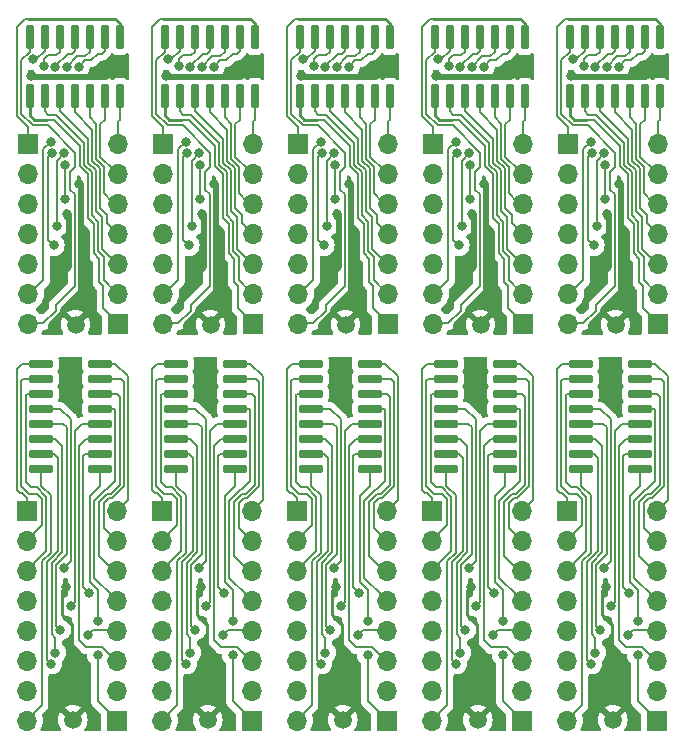
<source format=gtl>
G04 #@! TF.GenerationSoftware,KiCad,Pcbnew,7.0.9*
G04 #@! TF.CreationDate,2023-12-28T16:33:31-08:00*
G04 #@! TF.ProjectId,soic breakouts,736f6963-2062-4726-9561-6b6f7574732e,rev?*
G04 #@! TF.SameCoordinates,Original*
G04 #@! TF.FileFunction,Copper,L1,Top*
G04 #@! TF.FilePolarity,Positive*
%FSLAX46Y46*%
G04 Gerber Fmt 4.6, Leading zero omitted, Abs format (unit mm)*
G04 Created by KiCad (PCBNEW 7.0.9) date 2023-12-28 16:33:31*
%MOMM*%
%LPD*%
G01*
G04 APERTURE LIST*
G04 Aperture macros list*
%AMRoundRect*
0 Rectangle with rounded corners*
0 $1 Rounding radius*
0 $2 $3 $4 $5 $6 $7 $8 $9 X,Y pos of 4 corners*
0 Add a 4 corners polygon primitive as box body*
4,1,4,$2,$3,$4,$5,$6,$7,$8,$9,$2,$3,0*
0 Add four circle primitives for the rounded corners*
1,1,$1+$1,$2,$3*
1,1,$1+$1,$4,$5*
1,1,$1+$1,$6,$7*
1,1,$1+$1,$8,$9*
0 Add four rect primitives between the rounded corners*
20,1,$1+$1,$2,$3,$4,$5,0*
20,1,$1+$1,$4,$5,$6,$7,0*
20,1,$1+$1,$6,$7,$8,$9,0*
20,1,$1+$1,$8,$9,$2,$3,0*%
G04 Aperture macros list end*
G04 #@! TA.AperFunction,ComponentPad*
%ADD10R,1.700000X1.700000*%
G04 #@! TD*
G04 #@! TA.AperFunction,ComponentPad*
%ADD11O,1.700000X1.700000*%
G04 #@! TD*
G04 #@! TA.AperFunction,ComponentPad*
%ADD12C,1.500000*%
G04 #@! TD*
G04 #@! TA.AperFunction,SMDPad,CuDef*
%ADD13RoundRect,0.042000X-0.943000X-0.258000X0.943000X-0.258000X0.943000X0.258000X-0.943000X0.258000X0*%
G04 #@! TD*
G04 #@! TA.AperFunction,SMDPad,CuDef*
%ADD14RoundRect,0.090000X-0.210000X0.895000X-0.210000X-0.895000X0.210000X-0.895000X0.210000X0.895000X0*%
G04 #@! TD*
G04 #@! TA.AperFunction,ViaPad*
%ADD15C,0.800000*%
G04 #@! TD*
G04 #@! TA.AperFunction,Conductor*
%ADD16C,0.150000*%
G04 #@! TD*
G04 #@! TA.AperFunction,Conductor*
%ADD17C,0.250000*%
G04 #@! TD*
G04 #@! TA.AperFunction,Conductor*
%ADD18C,0.500000*%
G04 #@! TD*
G04 APERTURE END LIST*
D10*
X144830800Y-90678000D03*
D11*
X144830800Y-88138000D03*
X144830800Y-85598000D03*
X144830800Y-83058000D03*
X144830800Y-80518000D03*
X144830800Y-77978000D03*
X144830800Y-75438000D03*
X144830800Y-72898000D03*
D12*
X141097000Y-90601800D03*
D13*
X138419000Y-60477400D03*
X138419000Y-61747400D03*
X138419000Y-63017400D03*
X138419000Y-64287400D03*
X138419000Y-65557400D03*
X138419000Y-66827400D03*
X138419000Y-68097400D03*
X138419000Y-69367400D03*
X143369000Y-69367400D03*
X143369000Y-68097400D03*
X143369000Y-66827400D03*
X143369000Y-65557400D03*
X143369000Y-64287400D03*
X143369000Y-63017400D03*
X143369000Y-61747400D03*
X143369000Y-60477400D03*
D10*
X137210800Y-72898000D03*
D11*
X137210800Y-75438000D03*
X137210800Y-77978000D03*
X137210800Y-80518000D03*
X137210800Y-83058000D03*
X137210800Y-85598000D03*
X137210800Y-88138000D03*
X137210800Y-90678000D03*
D10*
X133400800Y-90678000D03*
D11*
X133400800Y-88138000D03*
X133400800Y-85598000D03*
X133400800Y-83058000D03*
X133400800Y-80518000D03*
X133400800Y-77978000D03*
X133400800Y-75438000D03*
X133400800Y-72898000D03*
D12*
X129667000Y-90601800D03*
D13*
X126989000Y-60477400D03*
X126989000Y-61747400D03*
X126989000Y-63017400D03*
X126989000Y-64287400D03*
X126989000Y-65557400D03*
X126989000Y-66827400D03*
X126989000Y-68097400D03*
X126989000Y-69367400D03*
X131939000Y-69367400D03*
X131939000Y-68097400D03*
X131939000Y-66827400D03*
X131939000Y-65557400D03*
X131939000Y-64287400D03*
X131939000Y-63017400D03*
X131939000Y-61747400D03*
X131939000Y-60477400D03*
D10*
X125780800Y-72898000D03*
D11*
X125780800Y-75438000D03*
X125780800Y-77978000D03*
X125780800Y-80518000D03*
X125780800Y-83058000D03*
X125780800Y-85598000D03*
X125780800Y-88138000D03*
X125780800Y-90678000D03*
X114350800Y-90678000D03*
X114350800Y-88138000D03*
X114350800Y-85598000D03*
X114350800Y-83058000D03*
X114350800Y-80518000D03*
X114350800Y-77978000D03*
X114350800Y-75438000D03*
D10*
X114350800Y-72898000D03*
D12*
X118237000Y-90601800D03*
D11*
X121970800Y-72898000D03*
X121970800Y-75438000D03*
X121970800Y-77978000D03*
X121970800Y-80518000D03*
X121970800Y-83058000D03*
X121970800Y-85598000D03*
X121970800Y-88138000D03*
D10*
X121970800Y-90678000D03*
D13*
X120509000Y-60477400D03*
X120509000Y-61747400D03*
X120509000Y-63017400D03*
X120509000Y-64287400D03*
X120509000Y-65557400D03*
X120509000Y-66827400D03*
X120509000Y-68097400D03*
X120509000Y-69367400D03*
X115559000Y-69367400D03*
X115559000Y-68097400D03*
X115559000Y-66827400D03*
X115559000Y-65557400D03*
X115559000Y-64287400D03*
X115559000Y-63017400D03*
X115559000Y-61747400D03*
X115559000Y-60477400D03*
D10*
X102920800Y-72898000D03*
D11*
X102920800Y-75438000D03*
X102920800Y-77978000D03*
X102920800Y-80518000D03*
X102920800Y-83058000D03*
X102920800Y-85598000D03*
X102920800Y-88138000D03*
X102920800Y-90678000D03*
D12*
X106807000Y-90601800D03*
D10*
X110540800Y-90678000D03*
D11*
X110540800Y-88138000D03*
X110540800Y-85598000D03*
X110540800Y-83058000D03*
X110540800Y-80518000D03*
X110540800Y-77978000D03*
X110540800Y-75438000D03*
X110540800Y-72898000D03*
D13*
X104129000Y-60477400D03*
X104129000Y-61747400D03*
X104129000Y-63017400D03*
X104129000Y-64287400D03*
X104129000Y-65557400D03*
X104129000Y-66827400D03*
X104129000Y-68097400D03*
X104129000Y-69367400D03*
X109079000Y-69367400D03*
X109079000Y-68097400D03*
X109079000Y-66827400D03*
X109079000Y-65557400D03*
X109079000Y-64287400D03*
X109079000Y-63017400D03*
X109079000Y-61747400D03*
X109079000Y-60477400D03*
X97649000Y-60477400D03*
X97649000Y-61747400D03*
X97649000Y-63017400D03*
X97649000Y-64287400D03*
X97649000Y-65557400D03*
X97649000Y-66827400D03*
X97649000Y-68097400D03*
X97649000Y-69367400D03*
X92699000Y-69367400D03*
X92699000Y-68097400D03*
X92699000Y-66827400D03*
X92699000Y-65557400D03*
X92699000Y-64287400D03*
X92699000Y-63017400D03*
X92699000Y-61747400D03*
X92699000Y-60477400D03*
D12*
X95377000Y-90601800D03*
D11*
X91490800Y-90678000D03*
X91490800Y-88138000D03*
X91490800Y-85598000D03*
X91490800Y-83058000D03*
X91490800Y-80518000D03*
X91490800Y-77978000D03*
X91490800Y-75438000D03*
D10*
X91490800Y-72898000D03*
D11*
X99110800Y-72898000D03*
X99110800Y-75438000D03*
X99110800Y-77978000D03*
X99110800Y-80518000D03*
X99110800Y-83058000D03*
X99110800Y-85598000D03*
X99110800Y-88138000D03*
D10*
X99110800Y-90678000D03*
D12*
X95605600Y-57150000D03*
D10*
X91592400Y-41854200D03*
D11*
X91592400Y-44394200D03*
X91592400Y-46934200D03*
X91592400Y-49474200D03*
X91592400Y-52014200D03*
X91592400Y-54554200D03*
X91592400Y-57094200D03*
X99212400Y-41859200D03*
X99212400Y-44399200D03*
X99212400Y-46939200D03*
X99212400Y-49479200D03*
X99212400Y-52019200D03*
X99212400Y-54559200D03*
D10*
X99212400Y-57099200D03*
D14*
X99328200Y-37781000D03*
X98058200Y-37781000D03*
X96788200Y-37781000D03*
X95518200Y-37781000D03*
X94248200Y-37781000D03*
X92978200Y-37781000D03*
X91708200Y-37781000D03*
X91708200Y-32831000D03*
X92978200Y-32831000D03*
X94248200Y-32831000D03*
X95518200Y-32831000D03*
X96788200Y-32831000D03*
X98058200Y-32831000D03*
X99328200Y-32831000D03*
D10*
X137312400Y-41854200D03*
D11*
X137312400Y-44394200D03*
X137312400Y-46934200D03*
X137312400Y-49474200D03*
X137312400Y-52014200D03*
X137312400Y-54554200D03*
X137312400Y-57094200D03*
D14*
X145048200Y-37781000D03*
X143778200Y-37781000D03*
X142508200Y-37781000D03*
X141238200Y-37781000D03*
X139968200Y-37781000D03*
X138698200Y-37781000D03*
X137428200Y-37781000D03*
X137428200Y-32831000D03*
X138698200Y-32831000D03*
X139968200Y-32831000D03*
X141238200Y-32831000D03*
X142508200Y-32831000D03*
X143778200Y-32831000D03*
X145048200Y-32831000D03*
D11*
X144932400Y-41859200D03*
X144932400Y-44399200D03*
X144932400Y-46939200D03*
X144932400Y-49479200D03*
X144932400Y-52019200D03*
X144932400Y-54559200D03*
D10*
X144932400Y-57099200D03*
D12*
X141325600Y-57150000D03*
X129895600Y-57150000D03*
D10*
X125882400Y-41854200D03*
D11*
X125882400Y-44394200D03*
X125882400Y-46934200D03*
X125882400Y-49474200D03*
X125882400Y-52014200D03*
X125882400Y-54554200D03*
X125882400Y-57094200D03*
X133502400Y-41859200D03*
X133502400Y-44399200D03*
X133502400Y-46939200D03*
X133502400Y-49479200D03*
X133502400Y-52019200D03*
X133502400Y-54559200D03*
D10*
X133502400Y-57099200D03*
D14*
X133618200Y-37781000D03*
X132348200Y-37781000D03*
X131078200Y-37781000D03*
X129808200Y-37781000D03*
X128538200Y-37781000D03*
X127268200Y-37781000D03*
X125998200Y-37781000D03*
X125998200Y-32831000D03*
X127268200Y-32831000D03*
X128538200Y-32831000D03*
X129808200Y-32831000D03*
X131078200Y-32831000D03*
X132348200Y-32831000D03*
X133618200Y-32831000D03*
D12*
X118465600Y-57150000D03*
D10*
X114452400Y-41854200D03*
D11*
X114452400Y-44394200D03*
X114452400Y-46934200D03*
X114452400Y-49474200D03*
X114452400Y-52014200D03*
X114452400Y-54554200D03*
X114452400Y-57094200D03*
X122072400Y-41859200D03*
X122072400Y-44399200D03*
X122072400Y-46939200D03*
X122072400Y-49479200D03*
X122072400Y-52019200D03*
X122072400Y-54559200D03*
D10*
X122072400Y-57099200D03*
D14*
X122188200Y-37781000D03*
X120918200Y-37781000D03*
X119648200Y-37781000D03*
X118378200Y-37781000D03*
X117108200Y-37781000D03*
X115838200Y-37781000D03*
X114568200Y-37781000D03*
X114568200Y-32831000D03*
X115838200Y-32831000D03*
X117108200Y-32831000D03*
X118378200Y-32831000D03*
X119648200Y-32831000D03*
X120918200Y-32831000D03*
X122188200Y-32831000D03*
D12*
X107035600Y-57150000D03*
D11*
X110642400Y-41859200D03*
X110642400Y-44399200D03*
X110642400Y-46939200D03*
X110642400Y-49479200D03*
X110642400Y-52019200D03*
X110642400Y-54559200D03*
D10*
X110642400Y-57099200D03*
X103022400Y-41854200D03*
D11*
X103022400Y-44394200D03*
X103022400Y-46934200D03*
X103022400Y-49474200D03*
X103022400Y-52014200D03*
X103022400Y-54554200D03*
X103022400Y-57094200D03*
D14*
X110758200Y-37781000D03*
X109488200Y-37781000D03*
X108218200Y-37781000D03*
X106948200Y-37781000D03*
X105678200Y-37781000D03*
X104408200Y-37781000D03*
X103138200Y-37781000D03*
X103138200Y-32831000D03*
X104408200Y-32831000D03*
X105678200Y-32831000D03*
X106948200Y-32831000D03*
X108218200Y-32831000D03*
X109488200Y-32831000D03*
X110758200Y-32831000D03*
D15*
X142403700Y-83413600D03*
X140936100Y-81000600D03*
X143205200Y-82270600D03*
X139625160Y-84918412D03*
X140893800Y-62077600D03*
X140372192Y-77724992D03*
X142443200Y-79883000D03*
X140512800Y-79349600D03*
X139268200Y-85852000D03*
X139995800Y-82994583D03*
X143205200Y-85166200D03*
X128942192Y-77724992D03*
X130973700Y-83413600D03*
X129506100Y-81000600D03*
X128195160Y-84918412D03*
X131775200Y-82270600D03*
X131013200Y-79883000D03*
X129463800Y-62077600D03*
X129082800Y-79349600D03*
X127838200Y-85852000D03*
X128565800Y-82994583D03*
X131775200Y-85166200D03*
X118076100Y-81000600D03*
X119543700Y-83413600D03*
X120345200Y-82270600D03*
X119583200Y-79883000D03*
X117512192Y-77724992D03*
X118033800Y-62077600D03*
X117652800Y-79349600D03*
X116765160Y-84918412D03*
X117135800Y-82994583D03*
X120345200Y-85166200D03*
X116408200Y-85852000D03*
X106646100Y-81000600D03*
X108113700Y-83413600D03*
X108915200Y-82270600D03*
X108153200Y-79883000D03*
X106082192Y-77724992D03*
X106603800Y-62077600D03*
X106222800Y-79349600D03*
X105335160Y-84918412D03*
X105705800Y-82994583D03*
X108915200Y-85166200D03*
X104978200Y-85852000D03*
X96723200Y-79883000D03*
X97485200Y-85166200D03*
X97485200Y-82270600D03*
X95216100Y-81000600D03*
X94652192Y-77724992D03*
X94275800Y-82994583D03*
X96683700Y-83413600D03*
X95173800Y-62077600D03*
X93548200Y-85852000D03*
X93905160Y-84918412D03*
X94792800Y-79349600D03*
X93888908Y-35313124D03*
X92024200Y-34696400D03*
X99263200Y-35102800D03*
X94739300Y-46507400D03*
X93776800Y-50444400D03*
X94030800Y-48793400D03*
X94030800Y-53289200D03*
X94662055Y-42649087D03*
X94739300Y-43645600D03*
X93506537Y-41670396D03*
X95935800Y-45262800D03*
X93599000Y-57595100D03*
X94880300Y-47802800D03*
X93623514Y-42663030D03*
X91821000Y-36068000D03*
X92892762Y-35231279D03*
X95887912Y-35313624D03*
X94888410Y-35313630D03*
X139608908Y-35313124D03*
X139343514Y-42663030D03*
X137744200Y-34696400D03*
X144983200Y-35102800D03*
X139226537Y-41670396D03*
X140382055Y-42649087D03*
X140459300Y-46507400D03*
X141607912Y-35313624D03*
X139496800Y-50444400D03*
X139750800Y-48793400D03*
X140459300Y-43645600D03*
X138612762Y-35231279D03*
X140608410Y-35313630D03*
X137541000Y-36068000D03*
X139319000Y-57595100D03*
X139750800Y-53289200D03*
X141655800Y-45262800D03*
X140600300Y-47802800D03*
X128178908Y-35313124D03*
X126314200Y-34696400D03*
X133553200Y-35102800D03*
X129029300Y-46507400D03*
X128066800Y-50444400D03*
X128320800Y-48793400D03*
X128320800Y-53289200D03*
X128952055Y-42649087D03*
X129029300Y-43645600D03*
X127796537Y-41670396D03*
X130225800Y-45262800D03*
X127889000Y-57595100D03*
X129170300Y-47802800D03*
X127913514Y-42663030D03*
X126111000Y-36068000D03*
X127182762Y-35231279D03*
X130177912Y-35313624D03*
X129178410Y-35313630D03*
X116748908Y-35313124D03*
X114884200Y-34696400D03*
X122123200Y-35102800D03*
X117599300Y-46507400D03*
X116636800Y-50444400D03*
X116890800Y-48793400D03*
X116890800Y-53289200D03*
X117522055Y-42649087D03*
X117599300Y-43645600D03*
X116366537Y-41670396D03*
X118795800Y-45262800D03*
X116459000Y-57595100D03*
X117740300Y-47802800D03*
X116483514Y-42663030D03*
X114681000Y-36068000D03*
X115752762Y-35231279D03*
X118747912Y-35313624D03*
X117748410Y-35313630D03*
X105318908Y-35313124D03*
X110693200Y-35102800D03*
X105460800Y-53289200D03*
X106092055Y-42649087D03*
X106169300Y-43645600D03*
X104936537Y-41670396D03*
X106169300Y-46507400D03*
X107365800Y-45262800D03*
X105206800Y-50444400D03*
X105029000Y-57595100D03*
X106310300Y-47802800D03*
X105053514Y-42663030D03*
X105460800Y-48793400D03*
X107317912Y-35313624D03*
X106318410Y-35313630D03*
X103251000Y-36068000D03*
X103454200Y-34696400D03*
X104322762Y-35231279D03*
D16*
X145402800Y-62014600D02*
X145402800Y-70852800D01*
X139206200Y-71604426D02*
X139206200Y-76452174D01*
X143705800Y-72263000D02*
X143705800Y-74363800D01*
X138419000Y-69367400D02*
X138419000Y-70817226D01*
X137210800Y-72898000D02*
X137210800Y-71856600D01*
X140035800Y-64287400D02*
X138419000Y-64287400D01*
X136601200Y-71424800D02*
X136601200Y-71407000D01*
X144805400Y-63017400D02*
X145052800Y-63264800D01*
X143884252Y-71094600D02*
X142925800Y-72053052D01*
X144677400Y-64287400D02*
X144702800Y-64312800D01*
X136779000Y-71424800D02*
X136601200Y-71424800D01*
X141960600Y-68275200D02*
X141960600Y-73228200D01*
X145135600Y-61747400D02*
X145402800Y-62014600D01*
X143369000Y-63017400D02*
X144805400Y-63017400D01*
X144702800Y-64312800D02*
X144702800Y-70359000D01*
X144018026Y-71455800D02*
X143332200Y-72141626D01*
X143332200Y-76708000D02*
X144449800Y-77825600D01*
X144291800Y-71455800D02*
X144018026Y-71455800D01*
X136601200Y-71407000D02*
X136390400Y-71196200D01*
X141960600Y-79400400D02*
X142443200Y-79883000D01*
X143369000Y-61747400D02*
X145135600Y-61747400D01*
X145052800Y-70694800D02*
X144291800Y-71455800D01*
X145402800Y-70852800D02*
X144449800Y-71805800D01*
X138419000Y-70817226D02*
X139206200Y-71604426D01*
X136390400Y-60916800D02*
X136390400Y-71196200D01*
X141960600Y-72720200D02*
X141960600Y-73228200D01*
X142925800Y-72053052D02*
X142925800Y-78613000D01*
X142925800Y-78613000D02*
X144475200Y-80162400D01*
X144702800Y-70359000D02*
X143967200Y-71094600D01*
X143967200Y-71094600D02*
X143884252Y-71094600D01*
X145052800Y-63264800D02*
X145052800Y-70694800D01*
X143205200Y-85166200D02*
X143205200Y-89052400D01*
X144449800Y-71805800D02*
X144163000Y-71805800D01*
X143705800Y-74363800D02*
X144373600Y-75031600D01*
X142575800Y-78974200D02*
X142575800Y-71647800D01*
D17*
X140211100Y-81714900D02*
X141020800Y-82524600D01*
D16*
X143205200Y-89052400D02*
X144297400Y-90144600D01*
X141960600Y-72720200D02*
X141960600Y-79400400D01*
X141960600Y-68275200D02*
X142138400Y-68097400D01*
X142575800Y-71647800D02*
X143369000Y-70854600D01*
X143332200Y-72141626D02*
X143332200Y-76708000D01*
X136829800Y-60477400D02*
X136390400Y-60916800D01*
X137210800Y-71856600D02*
X136779000Y-71424800D01*
D17*
X140512800Y-79349600D02*
X140211100Y-79651300D01*
D16*
X140910600Y-65162200D02*
X140910600Y-77186584D01*
X139671300Y-82670083D02*
X139671300Y-77471996D01*
X144163000Y-71805800D02*
X143705800Y-72263000D01*
X139671300Y-77471996D02*
X140560600Y-76582696D01*
X140910600Y-77186584D02*
X140372192Y-77724992D01*
X138419000Y-60477400D02*
X136829800Y-60477400D01*
X143369000Y-64287400D02*
X144677400Y-64287400D01*
X138506200Y-71932800D02*
X138506200Y-74091800D01*
X143205200Y-79603600D02*
X142575800Y-78974200D01*
X138049000Y-70942200D02*
X138856200Y-71749400D01*
X141884400Y-65557400D02*
X141260600Y-66181200D01*
X138506200Y-74091800D02*
X137718800Y-74879200D01*
X138856200Y-71749400D02*
X138856200Y-76307200D01*
X137090400Y-70440800D02*
X137591800Y-70942200D01*
D17*
X140211100Y-79651300D02*
X140211100Y-81714900D01*
D16*
X136740400Y-70852800D02*
X137363200Y-71475600D01*
X144399000Y-83032600D02*
X142784700Y-83032600D01*
X143369000Y-70854600D02*
X143369000Y-69367400D01*
X137090400Y-63144400D02*
X137090400Y-70440800D01*
X136892800Y-61747400D02*
X136740400Y-61899800D01*
X142138400Y-68097400D02*
X143369000Y-68097400D01*
X137591800Y-70942200D02*
X138049000Y-70942200D01*
X140910600Y-65162200D02*
X140035800Y-64287400D01*
X137363200Y-71475600D02*
X138049000Y-71475600D01*
X141960600Y-73228200D02*
X141960600Y-79400400D01*
X141610600Y-67406000D02*
X141610600Y-83851000D01*
X139321300Y-77327022D02*
X140210600Y-76437722D01*
X138419000Y-63017400D02*
X137217400Y-63017400D01*
X141610600Y-83851000D02*
X142201900Y-84442300D01*
X143205200Y-82270600D02*
X143205200Y-79603600D01*
X138419000Y-61747400D02*
X136892800Y-61747400D01*
X141260600Y-66181200D02*
X141260600Y-80676100D01*
X139598400Y-66827400D02*
X138419000Y-66827400D01*
X136740400Y-61899800D02*
X136740400Y-70852800D01*
X140560600Y-76582696D02*
X140560600Y-65859200D01*
X142403700Y-83413600D02*
X142784700Y-83032600D01*
X138049000Y-71475600D02*
X138506200Y-71932800D01*
X140560600Y-65859200D02*
X140258800Y-65557400D01*
X139625160Y-83668960D02*
X139321300Y-83365100D01*
X139995800Y-82994583D02*
X139671300Y-82670083D01*
X139206200Y-76452174D02*
X138455400Y-77202974D01*
X140210600Y-76437722D02*
X140210600Y-67439600D01*
X138938000Y-77215348D02*
X139860600Y-76292748D01*
X140210600Y-67439600D02*
X139598400Y-66827400D01*
X142201900Y-84442300D02*
X143548100Y-84442300D01*
X138938000Y-85521800D02*
X138938000Y-77215348D01*
X143548100Y-84442300D02*
X144500600Y-85394800D01*
D17*
X141020800Y-82524600D02*
X141020800Y-87350600D01*
X140004800Y-88366600D02*
X141020800Y-87350600D01*
D16*
X139860600Y-76292748D02*
X139860600Y-68461200D01*
X143369000Y-60477400D02*
X144703800Y-60477400D01*
X142189200Y-66827400D02*
X141610600Y-67406000D01*
X144703800Y-60477400D02*
X145752800Y-61526400D01*
X143369000Y-66827400D02*
X142189200Y-66827400D01*
D17*
X141097000Y-90601800D02*
X140004800Y-89509600D01*
D16*
X138455400Y-89331800D02*
X137617200Y-90170000D01*
X145752800Y-71976000D02*
X144830800Y-72898000D01*
X139860600Y-68461200D02*
X139496800Y-68097400D01*
X138856200Y-76307200D02*
X137566400Y-77597000D01*
X140258800Y-65557400D02*
X138419000Y-65557400D01*
X143369000Y-65557400D02*
X141884400Y-65557400D01*
X145752800Y-61526400D02*
X145752800Y-71976000D01*
X137217400Y-63017400D02*
X137090400Y-63144400D01*
X139496800Y-68097400D02*
X138419000Y-68097400D01*
X139625160Y-84918412D02*
X139625160Y-83668960D01*
X139321300Y-83365100D02*
X139321300Y-77327022D01*
X138455400Y-77202974D02*
X138455400Y-89331800D01*
D17*
X140004800Y-89509600D02*
X140004800Y-88366600D01*
D16*
X141260600Y-80676100D02*
X140936100Y-81000600D01*
X139268200Y-85852000D02*
X138938000Y-85521800D01*
X133375400Y-63017400D02*
X133622800Y-63264800D01*
X126989000Y-69367400D02*
X126989000Y-70817226D01*
X132275800Y-72263000D02*
X132275800Y-74363800D01*
X125780800Y-72898000D02*
X125780800Y-71856600D01*
X128605800Y-64287400D02*
X126989000Y-64287400D01*
X127776200Y-71604426D02*
X127776200Y-76452174D01*
X133972800Y-62014600D02*
X133972800Y-70852800D01*
X132454252Y-71094600D02*
X131495800Y-72053052D01*
X125171200Y-71424800D02*
X125171200Y-71407000D01*
X132588026Y-71455800D02*
X131902200Y-72141626D01*
X133705600Y-61747400D02*
X133972800Y-62014600D01*
X132861800Y-71455800D02*
X132588026Y-71455800D01*
X125171200Y-71407000D02*
X124960400Y-71196200D01*
X133272800Y-64312800D02*
X133272800Y-70359000D01*
X130530600Y-79400400D02*
X131013200Y-79883000D01*
X126989000Y-70817226D02*
X127776200Y-71604426D01*
X131939000Y-61747400D02*
X133705600Y-61747400D01*
X130530600Y-72720200D02*
X130530600Y-73228200D01*
X131495800Y-72053052D02*
X131495800Y-78613000D01*
X131495800Y-78613000D02*
X133045200Y-80162400D01*
X130530600Y-68275200D02*
X130530600Y-73228200D01*
X133247400Y-64287400D02*
X133272800Y-64312800D01*
X133272800Y-70359000D02*
X132537200Y-71094600D01*
X131939000Y-63017400D02*
X133375400Y-63017400D01*
X133622800Y-70694800D02*
X132861800Y-71455800D01*
X125349000Y-71424800D02*
X125171200Y-71424800D01*
X131902200Y-76708000D02*
X133019800Y-77825600D01*
X124960400Y-60916800D02*
X124960400Y-71196200D01*
X133972800Y-70852800D02*
X133019800Y-71805800D01*
X132537200Y-71094600D02*
X132454252Y-71094600D01*
X129480600Y-65162200D02*
X128605800Y-64287400D01*
X133019800Y-71805800D02*
X132733000Y-71805800D01*
X132275800Y-74363800D02*
X132943600Y-75031600D01*
X130530600Y-73228200D02*
X130530600Y-79400400D01*
X133622800Y-63264800D02*
X133622800Y-70694800D01*
X131775200Y-89052400D02*
X132867400Y-90144600D01*
X131775200Y-85166200D02*
X131775200Y-89052400D01*
X130530600Y-72720200D02*
X130530600Y-79400400D01*
X131902200Y-72141626D02*
X131902200Y-76708000D01*
X125399800Y-60477400D02*
X124960400Y-60916800D01*
X125780800Y-71856600D02*
X125349000Y-71424800D01*
D17*
X129082800Y-79349600D02*
X128781100Y-79651300D01*
D16*
X125310400Y-70852800D02*
X125933200Y-71475600D01*
D17*
X128781100Y-81714900D02*
X129590800Y-82524600D01*
D16*
X125660400Y-70440800D02*
X126161800Y-70942200D01*
X131939000Y-70854600D02*
X131939000Y-69367400D01*
X129480600Y-65162200D02*
X129480600Y-77186584D01*
X131145800Y-78974200D02*
X131145800Y-71647800D01*
X131145800Y-71647800D02*
X131939000Y-70854600D01*
X126161800Y-70942200D02*
X126619000Y-70942200D01*
X125660400Y-63144400D02*
X125660400Y-70440800D01*
X128241300Y-82670083D02*
X128241300Y-77471996D01*
X125933200Y-71475600D02*
X126619000Y-71475600D01*
X130530600Y-68275200D02*
X130708400Y-68097400D01*
X132733000Y-71805800D02*
X132275800Y-72263000D01*
X126989000Y-60477400D02*
X125399800Y-60477400D01*
X131939000Y-64287400D02*
X133247400Y-64287400D01*
D17*
X128781100Y-79651300D02*
X128781100Y-81714900D01*
D16*
X129480600Y-77186584D02*
X128942192Y-77724992D01*
X127426200Y-71749400D02*
X127426200Y-76307200D01*
X125462800Y-61747400D02*
X125310400Y-61899800D01*
X130708400Y-68097400D02*
X131939000Y-68097400D01*
X131775200Y-79603600D02*
X131145800Y-78974200D01*
X128241300Y-77471996D02*
X129130600Y-76582696D01*
X127076200Y-71932800D02*
X127076200Y-74091800D01*
X130454400Y-65557400D02*
X129830600Y-66181200D01*
X126619000Y-70942200D02*
X127426200Y-71749400D01*
X132969000Y-83032600D02*
X131354700Y-83032600D01*
X127076200Y-74091800D02*
X126288800Y-74879200D01*
X126989000Y-63017400D02*
X125787400Y-63017400D01*
X131775200Y-82270600D02*
X131775200Y-79603600D01*
X128168400Y-66827400D02*
X126989000Y-66827400D01*
X130180600Y-67406000D02*
X130180600Y-83851000D01*
X129130600Y-76582696D02*
X129130600Y-65859200D01*
X126619000Y-71475600D02*
X127076200Y-71932800D01*
X129130600Y-65859200D02*
X128828800Y-65557400D01*
X127891300Y-77327022D02*
X128780600Y-76437722D01*
X126989000Y-61747400D02*
X125462800Y-61747400D01*
X130973700Y-83413600D02*
X131354700Y-83032600D01*
X125310400Y-61899800D02*
X125310400Y-70852800D01*
X128565800Y-82994583D02*
X128241300Y-82670083D01*
X128195160Y-83668960D02*
X127891300Y-83365100D01*
X128780600Y-76437722D02*
X128780600Y-67439600D01*
X128780600Y-67439600D02*
X128168400Y-66827400D01*
X127776200Y-76452174D02*
X127025400Y-77202974D01*
X129830600Y-66181200D02*
X129830600Y-80676100D01*
X130771900Y-84442300D02*
X132118100Y-84442300D01*
X127508000Y-85521800D02*
X127508000Y-77215348D01*
X130180600Y-83851000D02*
X130771900Y-84442300D01*
X127508000Y-77215348D02*
X128430600Y-76292748D01*
X128828800Y-65557400D02*
X126989000Y-65557400D01*
X131939000Y-65557400D02*
X130454400Y-65557400D01*
X134322800Y-61526400D02*
X134322800Y-71976000D01*
X125787400Y-63017400D02*
X125660400Y-63144400D01*
X128066800Y-68097400D02*
X126989000Y-68097400D01*
X127025400Y-77202974D02*
X127025400Y-89331800D01*
X128195160Y-84918412D02*
X128195160Y-83668960D01*
X129830600Y-80676100D02*
X129506100Y-81000600D01*
X127426200Y-76307200D02*
X126136400Y-77597000D01*
X127891300Y-83365100D02*
X127891300Y-77327022D01*
D17*
X128574800Y-89509600D02*
X128574800Y-88366600D01*
D16*
X127838200Y-85852000D02*
X127508000Y-85521800D01*
X121431800Y-71455800D02*
X121158026Y-71455800D01*
X121842800Y-64312800D02*
X121842800Y-70359000D01*
X117175800Y-64287400D02*
X115559000Y-64287400D01*
X121158026Y-71455800D02*
X120472200Y-72141626D01*
X121945400Y-63017400D02*
X122192800Y-63264800D01*
X121024252Y-71094600D02*
X120065800Y-72053052D01*
X122275600Y-61747400D02*
X122542800Y-62014600D01*
X116346200Y-71604426D02*
X116346200Y-76452174D01*
X113741200Y-71407000D02*
X113530400Y-71196200D01*
X120845800Y-72263000D02*
X120845800Y-74363800D01*
X114350800Y-72898000D02*
X114350800Y-71856600D01*
X113741200Y-71424800D02*
X113741200Y-71407000D01*
X122542800Y-62014600D02*
X122542800Y-70852800D01*
X115559000Y-69367400D02*
X115559000Y-70817226D01*
X121817400Y-64287400D02*
X121842800Y-64312800D01*
X121842800Y-70359000D02*
X121107200Y-71094600D01*
X120509000Y-63017400D02*
X121945400Y-63017400D01*
X122192800Y-70694800D02*
X121431800Y-71455800D01*
X113530400Y-60916800D02*
X113530400Y-71196200D01*
X122542800Y-70852800D02*
X121589800Y-71805800D01*
X121107200Y-71094600D02*
X121024252Y-71094600D01*
X119100600Y-73228200D02*
X119100600Y-79400400D01*
X122192800Y-63264800D02*
X122192800Y-70694800D01*
X120345200Y-85166200D02*
X120345200Y-89052400D01*
X120345200Y-89052400D02*
X121437400Y-90144600D01*
X113919000Y-71424800D02*
X113741200Y-71424800D01*
X119100600Y-72720200D02*
X119100600Y-79400400D01*
X121589800Y-71805800D02*
X121303000Y-71805800D01*
X119100600Y-79400400D02*
X119583200Y-79883000D01*
X120509000Y-61747400D02*
X122275600Y-61747400D01*
X115559000Y-70817226D02*
X116346200Y-71604426D01*
X118050600Y-65162200D02*
X117175800Y-64287400D01*
X119100600Y-72720200D02*
X119100600Y-73228200D01*
X120065800Y-72053052D02*
X120065800Y-78613000D01*
X120845800Y-74363800D02*
X121513600Y-75031600D01*
X120472200Y-76708000D02*
X121589800Y-77825600D01*
X120472200Y-72141626D02*
X120472200Y-76708000D01*
X120065800Y-78613000D02*
X121615200Y-80162400D01*
X119100600Y-68275200D02*
X119100600Y-73228200D01*
X121303000Y-71805800D02*
X120845800Y-72263000D01*
X115559000Y-60477400D02*
X113969800Y-60477400D01*
X120509000Y-64287400D02*
X121817400Y-64287400D01*
D17*
X117351100Y-79651300D02*
X117351100Y-81714900D01*
D16*
X113969800Y-60477400D02*
X113530400Y-60916800D01*
X114350800Y-71856600D02*
X113919000Y-71424800D01*
D17*
X117652800Y-79349600D02*
X117351100Y-79651300D01*
X117351100Y-81714900D02*
X118160800Y-82524600D01*
D16*
X120509000Y-70854600D02*
X120509000Y-69367400D01*
X119715800Y-71647800D02*
X120509000Y-70854600D01*
X114230400Y-70440800D02*
X114731800Y-70942200D01*
X118050600Y-65162200D02*
X118050600Y-77186584D01*
X113880400Y-70852800D02*
X114503200Y-71475600D01*
X114230400Y-63144400D02*
X114230400Y-70440800D01*
X119100600Y-68275200D02*
X119278400Y-68097400D01*
X114731800Y-70942200D02*
X115189000Y-70942200D01*
X119715800Y-78974200D02*
X119715800Y-71647800D01*
X118050600Y-77186584D02*
X117512192Y-77724992D01*
X114032800Y-61747400D02*
X113880400Y-61899800D01*
X119278400Y-68097400D02*
X120509000Y-68097400D01*
X120345200Y-79603600D02*
X119715800Y-78974200D01*
X115996200Y-71749400D02*
X115996200Y-76307200D01*
X116811300Y-82670083D02*
X116811300Y-77471996D01*
X116811300Y-77471996D02*
X117700600Y-76582696D01*
X114503200Y-71475600D02*
X115189000Y-71475600D01*
X115559000Y-63017400D02*
X114357400Y-63017400D01*
X121539000Y-83032600D02*
X119924700Y-83032600D01*
X115646200Y-74091800D02*
X114858800Y-74879200D01*
X115646200Y-71932800D02*
X115646200Y-74091800D01*
X119024400Y-65557400D02*
X118400600Y-66181200D01*
X120345200Y-82270600D02*
X120345200Y-79603600D01*
X115189000Y-70942200D02*
X115996200Y-71749400D01*
X117700600Y-76582696D02*
X117700600Y-65859200D01*
X115189000Y-71475600D02*
X115646200Y-71932800D01*
X117700600Y-65859200D02*
X117398800Y-65557400D01*
X115559000Y-61747400D02*
X114032800Y-61747400D01*
X120509000Y-65557400D02*
X119024400Y-65557400D01*
X115996200Y-76307200D02*
X114706400Y-77597000D01*
X114357400Y-63017400D02*
X114230400Y-63144400D01*
X119543700Y-83413600D02*
X119924700Y-83032600D01*
X113880400Y-61899800D02*
X113880400Y-70852800D01*
X116765160Y-84918412D02*
X116765160Y-83668960D01*
X116461300Y-83365100D02*
X116461300Y-77327022D01*
X117398800Y-65557400D02*
X115559000Y-65557400D01*
X117135800Y-82994583D02*
X116811300Y-82670083D01*
X116765160Y-83668960D02*
X116461300Y-83365100D01*
X116738400Y-66827400D02*
X115559000Y-66827400D01*
X116461300Y-77327022D02*
X117350600Y-76437722D01*
X117350600Y-76437722D02*
X117350600Y-67439600D01*
X117350600Y-67439600D02*
X116738400Y-66827400D01*
X115595400Y-77202974D02*
X115595400Y-89331800D01*
X116346200Y-76452174D02*
X115595400Y-77202974D01*
X116408200Y-85852000D02*
X116078000Y-85521800D01*
X118400600Y-80676100D02*
X118076100Y-81000600D01*
D17*
X117144800Y-89509600D02*
X117144800Y-88366600D01*
D16*
X119341900Y-84442300D02*
X120688100Y-84442300D01*
X118750600Y-67406000D02*
X118750600Y-83851000D01*
X122892800Y-61526400D02*
X122892800Y-71976000D01*
X118750600Y-83851000D02*
X119341900Y-84442300D01*
X118400600Y-66181200D02*
X118400600Y-80676100D01*
X116636800Y-68097400D02*
X115559000Y-68097400D01*
X116078000Y-85521800D02*
X116078000Y-77215348D01*
X116078000Y-77215348D02*
X117000600Y-76292748D01*
X117000600Y-76292748D02*
X117000600Y-68461200D01*
X115595400Y-89331800D02*
X114757200Y-90170000D01*
X122892800Y-71976000D02*
X121970800Y-72898000D01*
X120509000Y-66827400D02*
X119329200Y-66827400D01*
X120688100Y-84442300D02*
X121640600Y-85394800D01*
D17*
X118237000Y-90601800D02*
X117144800Y-89509600D01*
D16*
X119329200Y-66827400D02*
X118750600Y-67406000D01*
X120509000Y-60477400D02*
X121843800Y-60477400D01*
X121843800Y-60477400D02*
X122892800Y-61526400D01*
D17*
X118160800Y-82524600D02*
X118160800Y-87350600D01*
X117144800Y-88366600D02*
X118160800Y-87350600D01*
D16*
X117000600Y-68461200D02*
X116636800Y-68097400D01*
X133273800Y-60477400D02*
X134322800Y-61526400D01*
D17*
X129590800Y-82524600D02*
X129590800Y-87350600D01*
X128574800Y-88366600D02*
X129590800Y-87350600D01*
D16*
X128430600Y-68461200D02*
X128066800Y-68097400D01*
X127025400Y-89331800D02*
X126187200Y-90170000D01*
X128430600Y-76292748D02*
X128430600Y-68461200D01*
X132118100Y-84442300D02*
X133070600Y-85394800D01*
X131939000Y-66827400D02*
X130759200Y-66827400D01*
X134322800Y-71976000D02*
X133400800Y-72898000D01*
D17*
X129667000Y-90601800D02*
X128574800Y-89509600D01*
D16*
X130759200Y-66827400D02*
X130180600Y-67406000D01*
X131939000Y-60477400D02*
X133273800Y-60477400D01*
X110001800Y-71455800D02*
X109728026Y-71455800D01*
X110412800Y-64312800D02*
X110412800Y-70359000D01*
X105745800Y-64287400D02*
X104129000Y-64287400D01*
X109728026Y-71455800D02*
X109042200Y-72141626D01*
X110515400Y-63017400D02*
X110762800Y-63264800D01*
X109594252Y-71094600D02*
X108635800Y-72053052D01*
X110845600Y-61747400D02*
X111112800Y-62014600D01*
X104916200Y-71604426D02*
X104916200Y-76452174D01*
X102311200Y-71407000D02*
X102100400Y-71196200D01*
X109415800Y-72263000D02*
X109415800Y-74363800D01*
X102920800Y-72898000D02*
X102920800Y-71856600D01*
X102311200Y-71424800D02*
X102311200Y-71407000D01*
X111112800Y-62014600D02*
X111112800Y-70852800D01*
X104129000Y-69367400D02*
X104129000Y-70817226D01*
X110387400Y-64287400D02*
X110412800Y-64312800D01*
X110412800Y-70359000D02*
X109677200Y-71094600D01*
X109079000Y-63017400D02*
X110515400Y-63017400D01*
X110762800Y-70694800D02*
X110001800Y-71455800D01*
X102100400Y-60916800D02*
X102100400Y-71196200D01*
X111112800Y-70852800D02*
X110159800Y-71805800D01*
X109677200Y-71094600D02*
X109594252Y-71094600D01*
X107670600Y-73228200D02*
X107670600Y-79400400D01*
X110762800Y-63264800D02*
X110762800Y-70694800D01*
X108915200Y-85166200D02*
X108915200Y-89052400D01*
X108915200Y-89052400D02*
X110007400Y-90144600D01*
X102489000Y-71424800D02*
X102311200Y-71424800D01*
X107670600Y-72720200D02*
X107670600Y-79400400D01*
X110159800Y-71805800D02*
X109873000Y-71805800D01*
X107670600Y-79400400D02*
X108153200Y-79883000D01*
X109079000Y-61747400D02*
X110845600Y-61747400D01*
X104129000Y-70817226D02*
X104916200Y-71604426D01*
X106620600Y-65162200D02*
X105745800Y-64287400D01*
X107670600Y-72720200D02*
X107670600Y-73228200D01*
X108635800Y-72053052D02*
X108635800Y-78613000D01*
X109415800Y-74363800D02*
X110083600Y-75031600D01*
X109042200Y-76708000D02*
X110159800Y-77825600D01*
X109042200Y-72141626D02*
X109042200Y-76708000D01*
X108635800Y-78613000D02*
X110185200Y-80162400D01*
X107670600Y-68275200D02*
X107670600Y-73228200D01*
X109873000Y-71805800D02*
X109415800Y-72263000D01*
X104129000Y-60477400D02*
X102539800Y-60477400D01*
X109079000Y-64287400D02*
X110387400Y-64287400D01*
D17*
X105921100Y-79651300D02*
X105921100Y-81714900D01*
D16*
X102539800Y-60477400D02*
X102100400Y-60916800D01*
X102920800Y-71856600D02*
X102489000Y-71424800D01*
D17*
X106222800Y-79349600D02*
X105921100Y-79651300D01*
X105921100Y-81714900D02*
X106730800Y-82524600D01*
D16*
X109079000Y-70854600D02*
X109079000Y-69367400D01*
X108285800Y-71647800D02*
X109079000Y-70854600D01*
X102800400Y-70440800D02*
X103301800Y-70942200D01*
X106620600Y-65162200D02*
X106620600Y-77186584D01*
X102450400Y-70852800D02*
X103073200Y-71475600D01*
X102800400Y-63144400D02*
X102800400Y-70440800D01*
X107670600Y-68275200D02*
X107848400Y-68097400D01*
X103301800Y-70942200D02*
X103759000Y-70942200D01*
X108285800Y-78974200D02*
X108285800Y-71647800D01*
X106620600Y-77186584D02*
X106082192Y-77724992D01*
X102602800Y-61747400D02*
X102450400Y-61899800D01*
X107848400Y-68097400D02*
X109079000Y-68097400D01*
X108915200Y-79603600D02*
X108285800Y-78974200D01*
X104566200Y-71749400D02*
X104566200Y-76307200D01*
X105381300Y-82670083D02*
X105381300Y-77471996D01*
X105381300Y-77471996D02*
X106270600Y-76582696D01*
X103073200Y-71475600D02*
X103759000Y-71475600D01*
X104129000Y-63017400D02*
X102927400Y-63017400D01*
X110109000Y-83032600D02*
X108494700Y-83032600D01*
X104216200Y-74091800D02*
X103428800Y-74879200D01*
X104216200Y-71932800D02*
X104216200Y-74091800D01*
X107594400Y-65557400D02*
X106970600Y-66181200D01*
X108915200Y-82270600D02*
X108915200Y-79603600D01*
X103759000Y-70942200D02*
X104566200Y-71749400D01*
X106270600Y-76582696D02*
X106270600Y-65859200D01*
X103759000Y-71475600D02*
X104216200Y-71932800D01*
X106270600Y-65859200D02*
X105968800Y-65557400D01*
X104129000Y-61747400D02*
X102602800Y-61747400D01*
X109079000Y-65557400D02*
X107594400Y-65557400D01*
X104566200Y-76307200D02*
X103276400Y-77597000D01*
X102927400Y-63017400D02*
X102800400Y-63144400D01*
X108113700Y-83413600D02*
X108494700Y-83032600D01*
X102450400Y-61899800D02*
X102450400Y-70852800D01*
X105335160Y-84918412D02*
X105335160Y-83668960D01*
X105031300Y-83365100D02*
X105031300Y-77327022D01*
X105968800Y-65557400D02*
X104129000Y-65557400D01*
X105705800Y-82994583D02*
X105381300Y-82670083D01*
X105335160Y-83668960D02*
X105031300Y-83365100D01*
X105308400Y-66827400D02*
X104129000Y-66827400D01*
X105031300Y-77327022D02*
X105920600Y-76437722D01*
X105920600Y-76437722D02*
X105920600Y-67439600D01*
X105920600Y-67439600D02*
X105308400Y-66827400D01*
X104165400Y-77202974D02*
X104165400Y-89331800D01*
X104916200Y-76452174D02*
X104165400Y-77202974D01*
X104978200Y-85852000D02*
X104648000Y-85521800D01*
X106970600Y-80676100D02*
X106646100Y-81000600D01*
D17*
X105714800Y-89509600D02*
X105714800Y-88366600D01*
D16*
X107911900Y-84442300D02*
X109258100Y-84442300D01*
X107320600Y-67406000D02*
X107320600Y-83851000D01*
X111462800Y-61526400D02*
X111462800Y-71976000D01*
X107320600Y-83851000D02*
X107911900Y-84442300D01*
X106970600Y-66181200D02*
X106970600Y-80676100D01*
X105206800Y-68097400D02*
X104129000Y-68097400D01*
X104648000Y-85521800D02*
X104648000Y-77215348D01*
X104648000Y-77215348D02*
X105570600Y-76292748D01*
X105570600Y-76292748D02*
X105570600Y-68461200D01*
X104165400Y-89331800D02*
X103327200Y-90170000D01*
X111462800Y-71976000D02*
X110540800Y-72898000D01*
X109079000Y-66827400D02*
X107899200Y-66827400D01*
X109258100Y-84442300D02*
X110210600Y-85394800D01*
D17*
X106807000Y-90601800D02*
X105714800Y-89509600D01*
D16*
X107899200Y-66827400D02*
X107320600Y-67406000D01*
X109079000Y-60477400D02*
X110413800Y-60477400D01*
X110413800Y-60477400D02*
X111462800Y-61526400D01*
D17*
X106730800Y-82524600D02*
X106730800Y-87350600D01*
X105714800Y-88366600D02*
X106730800Y-87350600D01*
D16*
X105570600Y-68461200D02*
X105206800Y-68097400D01*
X97612200Y-76708000D02*
X98729800Y-77825600D01*
X99085400Y-63017400D02*
X99332800Y-63264800D01*
X98298026Y-71455800D02*
X97612200Y-72141626D01*
X99332800Y-63264800D02*
X99332800Y-70694800D01*
X97649000Y-63017400D02*
X99085400Y-63017400D01*
X98571800Y-71455800D02*
X98298026Y-71455800D01*
X97612200Y-72141626D02*
X97612200Y-76708000D01*
X99332800Y-70694800D02*
X98571800Y-71455800D01*
X97485200Y-85166200D02*
X97485200Y-89052400D01*
X97485200Y-89052400D02*
X98577400Y-90144600D01*
X90881200Y-71407000D02*
X90670400Y-71196200D01*
X90881200Y-71424800D02*
X90881200Y-71407000D01*
X90670400Y-60916800D02*
X90670400Y-71196200D01*
X91059000Y-71424800D02*
X90881200Y-71424800D01*
X96240600Y-72720200D02*
X96240600Y-79400400D01*
X96240600Y-79400400D02*
X96723200Y-79883000D01*
X97985800Y-74363800D02*
X98653600Y-75031600D01*
X98729800Y-71805800D02*
X98443000Y-71805800D01*
X97985800Y-72263000D02*
X97985800Y-74363800D01*
X98443000Y-71805800D02*
X97985800Y-72263000D01*
X99682800Y-62014600D02*
X99682800Y-70852800D01*
X99682800Y-70852800D02*
X98729800Y-71805800D01*
X99415600Y-61747400D02*
X99682800Y-62014600D01*
X97649000Y-61747400D02*
X99415600Y-61747400D01*
X92699000Y-69367400D02*
X92699000Y-70817226D01*
X92699000Y-70817226D02*
X93486200Y-71604426D01*
X93486200Y-71604426D02*
X93486200Y-76452174D01*
X95190600Y-65162200D02*
X94315800Y-64287400D01*
X94315800Y-64287400D02*
X92699000Y-64287400D01*
X98164252Y-71094600D02*
X97205800Y-72053052D01*
X97205800Y-78613000D02*
X98755200Y-80162400D01*
X98982800Y-70359000D02*
X98247200Y-71094600D01*
X97649000Y-64287400D02*
X98957400Y-64287400D01*
X98982800Y-64312800D02*
X98982800Y-70359000D01*
X98957400Y-64287400D02*
X98982800Y-64312800D01*
X98247200Y-71094600D02*
X98164252Y-71094600D01*
X97205800Y-72053052D02*
X97205800Y-78613000D01*
X96240600Y-68275200D02*
X96240600Y-73228200D01*
X96240600Y-72720200D02*
X96240600Y-73228200D01*
X96240600Y-73228200D02*
X96240600Y-79400400D01*
X92699000Y-60477400D02*
X91109800Y-60477400D01*
X91490800Y-72898000D02*
X91490800Y-71856600D01*
X91109800Y-60477400D02*
X90670400Y-60916800D01*
X91490800Y-71856600D02*
X91059000Y-71424800D01*
D17*
X94792800Y-79349600D02*
X94491100Y-79651300D01*
X94491100Y-79651300D02*
X94491100Y-81714900D01*
X94491100Y-81714900D02*
X95300800Y-82524600D01*
D16*
X92329000Y-71475600D02*
X92786200Y-71932800D01*
X91020400Y-61899800D02*
X91020400Y-70852800D01*
X92699000Y-61747400D02*
X91172800Y-61747400D01*
X91020400Y-70852800D02*
X91643200Y-71475600D01*
X91172800Y-61747400D02*
X91020400Y-61899800D01*
X91643200Y-71475600D02*
X92329000Y-71475600D01*
X92786200Y-74091800D02*
X91998800Y-74879200D01*
X92786200Y-71932800D02*
X92786200Y-74091800D01*
X96240600Y-68275200D02*
X96418400Y-68097400D01*
X96418400Y-68097400D02*
X97649000Y-68097400D01*
X97649000Y-65557400D02*
X96164400Y-65557400D01*
X96164400Y-65557400D02*
X95540600Y-66181200D01*
X93136200Y-76307200D02*
X91846400Y-77597000D01*
X91497400Y-63017400D02*
X91370400Y-63144400D01*
X92329000Y-70942200D02*
X93136200Y-71749400D01*
X91370400Y-70440800D02*
X91871800Y-70942200D01*
X91871800Y-70942200D02*
X92329000Y-70942200D01*
X93136200Y-71749400D02*
X93136200Y-76307200D01*
X91370400Y-63144400D02*
X91370400Y-70440800D01*
X92699000Y-63017400D02*
X91497400Y-63017400D01*
X97485200Y-79603600D02*
X96855800Y-78974200D01*
X97649000Y-70854600D02*
X97649000Y-69367400D01*
X96855800Y-78974200D02*
X96855800Y-71647800D01*
X97485200Y-82270600D02*
X97485200Y-79603600D01*
X96855800Y-71647800D02*
X97649000Y-70854600D01*
X95190600Y-77186584D02*
X94652192Y-77724992D01*
X95190600Y-65162200D02*
X95190600Y-77186584D01*
X96683700Y-83413600D02*
X97064700Y-83032600D01*
X98679000Y-83032600D02*
X97064700Y-83032600D01*
X93951300Y-82670083D02*
X93951300Y-77471996D01*
X94840600Y-76582696D02*
X94840600Y-65859200D01*
X93951300Y-77471996D02*
X94840600Y-76582696D01*
X94840600Y-65859200D02*
X94538800Y-65557400D01*
X94538800Y-65557400D02*
X92699000Y-65557400D01*
X94275800Y-82994583D02*
X93951300Y-82670083D01*
X93905160Y-83668960D02*
X93601300Y-83365100D01*
X93905160Y-84918412D02*
X93905160Y-83668960D01*
X93878400Y-66827400D02*
X92699000Y-66827400D01*
X93601300Y-77327022D02*
X94490600Y-76437722D01*
X94490600Y-76437722D02*
X94490600Y-67439600D01*
X93601300Y-83365100D02*
X93601300Y-77327022D01*
X94490600Y-67439600D02*
X93878400Y-66827400D01*
X96481900Y-84442300D02*
X97828100Y-84442300D01*
X95890600Y-67406000D02*
X95890600Y-83851000D01*
X97649000Y-66827400D02*
X96469200Y-66827400D01*
X97828100Y-84442300D02*
X98780600Y-85394800D01*
X96469200Y-66827400D02*
X95890600Y-67406000D01*
X95890600Y-83851000D02*
X96481900Y-84442300D01*
X93776800Y-68097400D02*
X92699000Y-68097400D01*
X94140600Y-68461200D02*
X93776800Y-68097400D01*
X93218000Y-85521800D02*
X93218000Y-77215348D01*
X93218000Y-77215348D02*
X94140600Y-76292748D01*
X94140600Y-76292748D02*
X94140600Y-68461200D01*
X93548200Y-85852000D02*
X93218000Y-85521800D01*
X92735400Y-89331800D02*
X91897200Y-90170000D01*
X92735400Y-77202974D02*
X92735400Y-89331800D01*
X93486200Y-76452174D02*
X92735400Y-77202974D01*
D17*
X95377000Y-90601800D02*
X94284800Y-89509600D01*
X94284800Y-88366600D02*
X95300800Y-87350600D01*
X95300800Y-82524600D02*
X95300800Y-87350600D01*
X94284800Y-89509600D02*
X94284800Y-88366600D01*
D16*
X100032800Y-61526400D02*
X100032800Y-71976000D01*
X97649000Y-60477400D02*
X98983800Y-60477400D01*
X100032800Y-71976000D02*
X99110800Y-72898000D01*
X98983800Y-60477400D02*
X100032800Y-61526400D01*
X95540600Y-80676100D02*
X95216100Y-81000600D01*
X95540600Y-66181200D02*
X95540600Y-80676100D01*
X91020400Y-34735000D02*
X91020400Y-39319026D01*
X92252800Y-34696400D02*
X92024200Y-34696400D01*
X93623514Y-42663030D02*
X93305800Y-42980744D01*
X95518200Y-33996400D02*
X95518200Y-32831000D01*
X93888908Y-35313124D02*
X93888908Y-35270092D01*
D17*
X91708200Y-37781000D02*
X91708200Y-39441140D01*
D18*
X91916124Y-36163124D02*
X98202876Y-36163124D01*
D16*
X92978200Y-32831000D02*
X92978200Y-33971000D01*
X95288100Y-34226500D02*
X95518200Y-33996400D01*
X94739300Y-43645600D02*
X94739300Y-46507400D01*
D18*
X91821000Y-36068000D02*
X91916124Y-36163124D01*
D16*
X93888908Y-35270092D02*
X94932500Y-34226500D01*
D18*
X95029800Y-47952300D02*
X95029800Y-52290200D01*
D16*
X91020400Y-39319026D02*
X91996774Y-40295400D01*
X91996774Y-40295400D02*
X93262964Y-40295400D01*
D18*
X95029800Y-47952300D02*
X94880300Y-47802800D01*
D16*
X96943200Y-34792400D02*
X96409136Y-34792400D01*
X96409136Y-34792400D02*
X95887912Y-35313624D01*
X92978200Y-33971000D02*
X92252800Y-34696400D01*
X92978200Y-32831000D02*
X92978200Y-33948600D01*
D18*
X98202876Y-36163124D02*
X99263200Y-35102800D01*
D16*
X91708200Y-34047200D02*
X91020400Y-34735000D01*
X94932500Y-34226500D02*
X95288100Y-34226500D01*
X99328200Y-39813000D02*
X99212400Y-39928800D01*
D18*
X93563200Y-57559300D02*
X93599000Y-57595100D01*
X93563200Y-57160400D02*
X93563200Y-57559300D01*
D16*
X93305800Y-49973400D02*
X93776800Y-50444400D01*
X93954600Y-34340800D02*
X93243400Y-34340800D01*
X93305800Y-42980744D02*
X93305800Y-49973400D01*
D18*
X96079800Y-45406800D02*
X96079800Y-48785000D01*
X95935800Y-45262800D02*
X96079800Y-45406800D01*
D16*
X93506537Y-41670396D02*
X92855800Y-42321133D01*
X94662055Y-42649087D02*
X94014300Y-43296842D01*
D18*
X94030800Y-53289200D02*
X95029800Y-52290200D01*
D16*
X92855800Y-42321133D02*
X92855800Y-53397400D01*
X94014300Y-43296842D02*
X94014300Y-48776900D01*
X94014300Y-48776900D02*
X94030800Y-48793400D01*
D18*
X96079800Y-48785000D02*
X96570800Y-49276000D01*
D16*
X97713800Y-40157400D02*
X97713800Y-42951400D01*
X94248200Y-34047200D02*
X93954600Y-34340800D01*
X92892762Y-34691438D02*
X92892762Y-35231279D01*
X99212400Y-39928800D02*
X99212400Y-41859200D01*
X93243400Y-34340800D02*
X92892762Y-34691438D01*
X94248200Y-32831000D02*
X94248200Y-34047200D01*
X99328200Y-37781000D02*
X99328200Y-39813000D01*
X98058200Y-37781000D02*
X98058200Y-39813000D01*
X91363800Y-31267400D02*
X90670400Y-31960800D01*
X91617800Y-31267400D02*
X91363800Y-31267400D01*
X97510600Y-34225000D02*
X96943200Y-34792400D01*
X97510600Y-34225000D02*
X97840800Y-34225000D01*
X97713800Y-42951400D02*
X98856800Y-44094400D01*
X90670400Y-31960800D02*
X90670400Y-39464000D01*
X98058200Y-39813000D02*
X97713800Y-40157400D01*
X91592400Y-40386000D02*
X91592400Y-41854200D01*
X90670400Y-39464000D02*
X91592400Y-40386000D01*
X92855800Y-53397400D02*
X92125800Y-54127400D01*
D18*
X96570800Y-49276000D02*
X96570800Y-56159400D01*
X96570800Y-56159400D02*
X95935800Y-56794400D01*
X94564200Y-56159400D02*
X93563200Y-57160400D01*
D16*
X96968600Y-44263600D02*
X96968600Y-47884600D01*
X92978200Y-39104800D02*
X93268800Y-39395400D01*
X97318600Y-47503600D02*
X97871800Y-48056800D01*
X96663800Y-43459400D02*
X96697800Y-43459400D01*
D18*
X94564200Y-55905400D02*
X94564200Y-56159400D01*
D16*
X97521800Y-50938200D02*
X97980500Y-51396900D01*
D18*
X96079800Y-45406800D02*
X96079800Y-54389800D01*
D16*
X96663800Y-41473400D02*
X96663800Y-43459400D01*
X94248200Y-39057800D02*
X96663800Y-41473400D01*
X97871800Y-50729400D02*
X98983800Y-51841400D01*
X96697800Y-43459400D02*
X97318600Y-44080200D01*
X97871800Y-48056800D02*
X97871800Y-50729400D01*
X96313800Y-41759796D02*
X96313800Y-43611800D01*
X97980500Y-53378100D02*
X98983800Y-54381400D01*
X93949404Y-39395400D02*
X96313800Y-41759796D01*
X96968600Y-47884600D02*
X97521800Y-48437800D01*
X97318600Y-44080200D02*
X97318600Y-47503600D01*
D18*
X96079800Y-54389800D02*
X94564200Y-55905400D01*
D16*
X94248200Y-37781000D02*
X94248200Y-39057800D01*
X97980500Y-51396900D02*
X97980500Y-53378100D01*
X97521800Y-48437800D02*
X97521800Y-50938200D01*
X96316800Y-43611800D02*
X96968600Y-44263600D01*
X92978200Y-37781000D02*
X92978200Y-39104800D01*
X96313800Y-43611800D02*
X96316800Y-43611800D01*
X93268800Y-39395400D02*
X93949404Y-39395400D01*
X97171800Y-51121600D02*
X97630500Y-51580300D01*
X97967800Y-55778400D02*
X98729800Y-56540400D01*
X97171800Y-48657800D02*
X97171800Y-51121600D01*
X95963800Y-43756775D02*
X96618600Y-44411575D01*
X98272600Y-48590200D02*
X98856800Y-49174400D01*
X97630500Y-51580300D02*
X97630500Y-53586900D01*
X96618600Y-44411575D02*
X96618600Y-48104600D01*
X96618600Y-48104600D02*
X97171800Y-48657800D01*
X97630500Y-53586900D02*
X97967800Y-53924200D01*
X97967800Y-53924200D02*
X97967800Y-55778400D01*
D17*
X99364800Y-31648400D02*
X99364800Y-32791400D01*
D16*
X97013800Y-40637000D02*
X97013800Y-43274175D01*
X93218000Y-39845400D02*
X93763008Y-39845400D01*
X93763008Y-39845400D02*
X95963800Y-42046192D01*
D17*
X98983800Y-31267400D02*
X99364800Y-31648400D01*
D16*
X95963800Y-42046192D02*
X95963800Y-43756775D01*
X95759640Y-34442400D02*
X96443800Y-34442400D01*
X98058200Y-32831000D02*
X98058200Y-34007600D01*
X95554800Y-43815000D02*
X95148400Y-44221400D01*
X95148400Y-44221400D02*
X95148400Y-45720000D01*
X92978200Y-33948600D02*
X92978200Y-33971000D01*
X98018600Y-43784000D02*
X98018600Y-46050200D01*
X98018600Y-46050200D02*
X98729800Y-46761400D01*
X96788200Y-34098000D02*
X96788200Y-32831000D01*
X95554800Y-53848000D02*
X93929200Y-55473600D01*
X95554800Y-46126400D02*
X95554800Y-53848000D01*
X92862400Y-57048400D02*
X91617800Y-57048400D01*
X95148400Y-45720000D02*
X95554800Y-46126400D01*
X93929200Y-55981600D02*
X92862400Y-57048400D01*
X97363800Y-43129200D02*
X98018600Y-43784000D01*
X91708200Y-32831000D02*
X91708200Y-34047200D01*
X97668600Y-47300400D02*
X98272600Y-47904400D01*
X96788200Y-37781000D02*
X96788200Y-39581800D01*
X98272600Y-47904400D02*
X98272600Y-48590200D01*
X98058200Y-34007600D02*
X97840800Y-34225000D01*
X95554800Y-42587237D02*
X95554800Y-43815000D01*
X95518200Y-37781000D02*
X95518200Y-39141400D01*
X97013800Y-43274175D02*
X97668600Y-43928975D01*
X97363800Y-40157400D02*
X97363800Y-43129200D01*
X95518200Y-39141400D02*
X97013800Y-40637000D01*
X97668600Y-43928975D02*
X97668600Y-47300400D01*
D17*
X91617800Y-31267400D02*
X98983800Y-31267400D01*
D16*
X96788200Y-39581800D02*
X97363800Y-40157400D01*
X94888410Y-35313630D02*
X95759640Y-34442400D01*
D17*
X92112460Y-39845400D02*
X93218000Y-39845400D01*
D16*
X96443800Y-34442400D02*
X96788200Y-34098000D01*
D17*
X91708200Y-39441140D02*
X92112460Y-39845400D01*
D16*
X93262964Y-40295400D02*
X95554800Y-42587237D01*
X93929200Y-55473600D02*
X93929200Y-55981600D01*
X125310400Y-34735000D02*
X125310400Y-39319026D01*
X126542800Y-34696400D02*
X126314200Y-34696400D01*
X127913514Y-42663030D02*
X127595800Y-42980744D01*
X129808200Y-33996400D02*
X129808200Y-32831000D01*
X128178908Y-35313124D02*
X128178908Y-35270092D01*
D17*
X125998200Y-37781000D02*
X125998200Y-39441140D01*
D18*
X126206124Y-36163124D02*
X132492876Y-36163124D01*
D16*
X127268200Y-32831000D02*
X127268200Y-33971000D01*
X129578100Y-34226500D02*
X129808200Y-33996400D01*
X129029300Y-43645600D02*
X129029300Y-46507400D01*
D18*
X126111000Y-36068000D02*
X126206124Y-36163124D01*
D16*
X128178908Y-35270092D02*
X129222500Y-34226500D01*
D18*
X129319800Y-47952300D02*
X129319800Y-52290200D01*
D16*
X125310400Y-39319026D02*
X126286774Y-40295400D01*
X126286774Y-40295400D02*
X127552964Y-40295400D01*
D18*
X129319800Y-47952300D02*
X129170300Y-47802800D01*
D16*
X131233200Y-34792400D02*
X130699136Y-34792400D01*
X130699136Y-34792400D02*
X130177912Y-35313624D01*
X127268200Y-33971000D02*
X126542800Y-34696400D01*
X127268200Y-32831000D02*
X127268200Y-33948600D01*
D18*
X132492876Y-36163124D02*
X133553200Y-35102800D01*
D16*
X125998200Y-34047200D02*
X125310400Y-34735000D01*
X129222500Y-34226500D02*
X129578100Y-34226500D01*
X133618200Y-39813000D02*
X133502400Y-39928800D01*
D18*
X127853200Y-57559300D02*
X127889000Y-57595100D01*
X127853200Y-57160400D02*
X127853200Y-57559300D01*
D16*
X127595800Y-49973400D02*
X128066800Y-50444400D01*
X128244600Y-34340800D02*
X127533400Y-34340800D01*
X127595800Y-42980744D02*
X127595800Y-49973400D01*
D18*
X130369800Y-45406800D02*
X130369800Y-48785000D01*
X130225800Y-45262800D02*
X130369800Y-45406800D01*
D16*
X127796537Y-41670396D02*
X127145800Y-42321133D01*
X128952055Y-42649087D02*
X128304300Y-43296842D01*
D18*
X128320800Y-53289200D02*
X129319800Y-52290200D01*
D16*
X127145800Y-42321133D02*
X127145800Y-53397400D01*
X128304300Y-43296842D02*
X128304300Y-48776900D01*
X128304300Y-48776900D02*
X128320800Y-48793400D01*
D18*
X130369800Y-48785000D02*
X130860800Y-49276000D01*
D16*
X132003800Y-40157400D02*
X132003800Y-42951400D01*
X128538200Y-34047200D02*
X128244600Y-34340800D01*
X127182762Y-34691438D02*
X127182762Y-35231279D01*
X133502400Y-39928800D02*
X133502400Y-41859200D01*
X127533400Y-34340800D02*
X127182762Y-34691438D01*
X128538200Y-32831000D02*
X128538200Y-34047200D01*
X133618200Y-37781000D02*
X133618200Y-39813000D01*
X132348200Y-37781000D02*
X132348200Y-39813000D01*
X125653800Y-31267400D02*
X124960400Y-31960800D01*
X125907800Y-31267400D02*
X125653800Y-31267400D01*
X131800600Y-34225000D02*
X131233200Y-34792400D01*
X131800600Y-34225000D02*
X132130800Y-34225000D01*
X132003800Y-42951400D02*
X133146800Y-44094400D01*
X124960400Y-31960800D02*
X124960400Y-39464000D01*
X132348200Y-39813000D02*
X132003800Y-40157400D01*
X125882400Y-40386000D02*
X125882400Y-41854200D01*
X124960400Y-39464000D02*
X125882400Y-40386000D01*
X127145800Y-53397400D02*
X126415800Y-54127400D01*
D18*
X130860800Y-49276000D02*
X130860800Y-56159400D01*
X130860800Y-56159400D02*
X130225800Y-56794400D01*
X128854200Y-56159400D02*
X127853200Y-57160400D01*
D16*
X131258600Y-44263600D02*
X131258600Y-47884600D01*
X127268200Y-39104800D02*
X127558800Y-39395400D01*
X131608600Y-47503600D02*
X132161800Y-48056800D01*
X130953800Y-43459400D02*
X130987800Y-43459400D01*
D18*
X128854200Y-55905400D02*
X128854200Y-56159400D01*
D16*
X131811800Y-50938200D02*
X132270500Y-51396900D01*
D18*
X130369800Y-45406800D02*
X130369800Y-54389800D01*
D16*
X130953800Y-41473400D02*
X130953800Y-43459400D01*
X128538200Y-39057800D02*
X130953800Y-41473400D01*
X132161800Y-50729400D02*
X133273800Y-51841400D01*
X130987800Y-43459400D02*
X131608600Y-44080200D01*
X132161800Y-48056800D02*
X132161800Y-50729400D01*
X130603800Y-41759796D02*
X130603800Y-43611800D01*
X132270500Y-53378100D02*
X133273800Y-54381400D01*
X128239404Y-39395400D02*
X130603800Y-41759796D01*
X131258600Y-47884600D02*
X131811800Y-48437800D01*
X131608600Y-44080200D02*
X131608600Y-47503600D01*
D18*
X130369800Y-54389800D02*
X128854200Y-55905400D01*
D16*
X128538200Y-37781000D02*
X128538200Y-39057800D01*
X132270500Y-51396900D02*
X132270500Y-53378100D01*
X131811800Y-48437800D02*
X131811800Y-50938200D01*
X130606800Y-43611800D02*
X131258600Y-44263600D01*
X127268200Y-37781000D02*
X127268200Y-39104800D01*
X130603800Y-43611800D02*
X130606800Y-43611800D01*
X127558800Y-39395400D02*
X128239404Y-39395400D01*
X131461800Y-51121600D02*
X131920500Y-51580300D01*
X132257800Y-55778400D02*
X133019800Y-56540400D01*
X131461800Y-48657800D02*
X131461800Y-51121600D01*
X130253800Y-43756775D02*
X130908600Y-44411575D01*
X132562600Y-48590200D02*
X133146800Y-49174400D01*
X131920500Y-51580300D02*
X131920500Y-53586900D01*
X130908600Y-44411575D02*
X130908600Y-48104600D01*
X130908600Y-48104600D02*
X131461800Y-48657800D01*
X131920500Y-53586900D02*
X132257800Y-53924200D01*
X132257800Y-53924200D02*
X132257800Y-55778400D01*
D17*
X133654800Y-31648400D02*
X133654800Y-32791400D01*
D16*
X131303800Y-40637000D02*
X131303800Y-43274175D01*
X127508000Y-39845400D02*
X128053008Y-39845400D01*
X128053008Y-39845400D02*
X130253800Y-42046192D01*
D17*
X133273800Y-31267400D02*
X133654800Y-31648400D01*
D16*
X130253800Y-42046192D02*
X130253800Y-43756775D01*
X130049640Y-34442400D02*
X130733800Y-34442400D01*
X132348200Y-32831000D02*
X132348200Y-34007600D01*
X129844800Y-43815000D02*
X129438400Y-44221400D01*
X129438400Y-44221400D02*
X129438400Y-45720000D01*
X127268200Y-33948600D02*
X127268200Y-33971000D01*
X132308600Y-43784000D02*
X132308600Y-46050200D01*
X132308600Y-46050200D02*
X133019800Y-46761400D01*
X131078200Y-34098000D02*
X131078200Y-32831000D01*
X129844800Y-53848000D02*
X128219200Y-55473600D01*
X129844800Y-46126400D02*
X129844800Y-53848000D01*
X127152400Y-57048400D02*
X125907800Y-57048400D01*
X129438400Y-45720000D02*
X129844800Y-46126400D01*
X128219200Y-55981600D02*
X127152400Y-57048400D01*
X131653800Y-43129200D02*
X132308600Y-43784000D01*
X125998200Y-32831000D02*
X125998200Y-34047200D01*
X131958600Y-47300400D02*
X132562600Y-47904400D01*
X131078200Y-37781000D02*
X131078200Y-39581800D01*
X132562600Y-47904400D02*
X132562600Y-48590200D01*
X132348200Y-34007600D02*
X132130800Y-34225000D01*
X129844800Y-42587237D02*
X129844800Y-43815000D01*
X129808200Y-37781000D02*
X129808200Y-39141400D01*
X131303800Y-43274175D02*
X131958600Y-43928975D01*
X131653800Y-40157400D02*
X131653800Y-43129200D01*
X129808200Y-39141400D02*
X131303800Y-40637000D01*
X131958600Y-43928975D02*
X131958600Y-47300400D01*
D17*
X125907800Y-31267400D02*
X133273800Y-31267400D01*
D16*
X131078200Y-39581800D02*
X131653800Y-40157400D01*
X129178410Y-35313630D02*
X130049640Y-34442400D01*
D17*
X126402460Y-39845400D02*
X127508000Y-39845400D01*
D16*
X130733800Y-34442400D02*
X131078200Y-34098000D01*
D17*
X125998200Y-39441140D02*
X126402460Y-39845400D01*
D16*
X127552964Y-40295400D02*
X129844800Y-42587237D01*
X128219200Y-55473600D02*
X128219200Y-55981600D01*
D18*
X140749800Y-47952300D02*
X140749800Y-52290200D01*
X137636124Y-36163124D02*
X143922876Y-36163124D01*
D16*
X138698200Y-32831000D02*
X138698200Y-33971000D01*
X140459300Y-43645600D02*
X140459300Y-46507400D01*
X136740400Y-39319026D02*
X137716774Y-40295400D01*
X139608908Y-35270092D02*
X140652500Y-34226500D01*
X136740400Y-34735000D02*
X136740400Y-39319026D01*
X137972800Y-34696400D02*
X137744200Y-34696400D01*
X139343514Y-42663030D02*
X139025800Y-42980744D01*
D17*
X137428200Y-37781000D02*
X137428200Y-39441140D01*
D18*
X140749800Y-47952300D02*
X140600300Y-47802800D01*
D16*
X141238200Y-33996400D02*
X141238200Y-32831000D01*
X139608908Y-35313124D02*
X139608908Y-35270092D01*
X141008100Y-34226500D02*
X141238200Y-33996400D01*
X137716774Y-40295400D02*
X138982964Y-40295400D01*
D18*
X137541000Y-36068000D02*
X137636124Y-36163124D01*
X139283200Y-57559300D02*
X139319000Y-57595100D01*
D16*
X139674600Y-34340800D02*
X138963400Y-34340800D01*
X139226537Y-41670396D02*
X138575800Y-42321133D01*
X138963400Y-34340800D02*
X138612762Y-34691438D01*
X143433800Y-42951400D02*
X144576800Y-44094400D01*
X143778200Y-39813000D02*
X143433800Y-40157400D01*
X139968200Y-32831000D02*
X139968200Y-34047200D01*
X139025800Y-42980744D02*
X139025800Y-49973400D01*
D18*
X139750800Y-53289200D02*
X140749800Y-52290200D01*
D16*
X143778200Y-37781000D02*
X143778200Y-39813000D01*
X138612762Y-34691438D02*
X138612762Y-35231279D01*
X143433800Y-40157400D02*
X143433800Y-42951400D01*
X142663200Y-34792400D02*
X142129136Y-34792400D01*
D18*
X143922876Y-36163124D02*
X144983200Y-35102800D01*
D16*
X139025800Y-49973400D02*
X139496800Y-50444400D01*
X139734300Y-48776900D02*
X139750800Y-48793400D01*
X145048200Y-37781000D02*
X145048200Y-39813000D01*
X143230600Y-34225000D02*
X142663200Y-34792400D01*
X137312400Y-40386000D02*
X137312400Y-41854200D01*
X142129136Y-34792400D02*
X141607912Y-35313624D01*
X138698200Y-33971000D02*
X137972800Y-34696400D01*
X143230600Y-34225000D02*
X143560800Y-34225000D01*
X140382055Y-42649087D02*
X139734300Y-43296842D01*
X145048200Y-39813000D02*
X144932400Y-39928800D01*
D18*
X141799800Y-45406800D02*
X141799800Y-48785000D01*
D16*
X138575800Y-42321133D02*
X138575800Y-53397400D01*
X139968200Y-34047200D02*
X139674600Y-34340800D01*
X137083800Y-31267400D02*
X136390400Y-31960800D01*
D18*
X141799800Y-48785000D02*
X142290800Y-49276000D01*
D16*
X138698200Y-32831000D02*
X138698200Y-33948600D01*
X137428200Y-34047200D02*
X136740400Y-34735000D01*
X137337800Y-31267400D02*
X137083800Y-31267400D01*
X140652500Y-34226500D02*
X141008100Y-34226500D01*
D18*
X139283200Y-57160400D02*
X139283200Y-57559300D01*
D16*
X136390400Y-31960800D02*
X136390400Y-39464000D01*
D18*
X141655800Y-45262800D02*
X141799800Y-45406800D01*
D16*
X144932400Y-39928800D02*
X144932400Y-41859200D01*
X139734300Y-43296842D02*
X139734300Y-48776900D01*
X141479640Y-34442400D02*
X142163800Y-34442400D01*
D17*
X144703800Y-31267400D02*
X145084800Y-31648400D01*
D18*
X140284200Y-55905400D02*
X140284200Y-56159400D01*
X141799800Y-45406800D02*
X141799800Y-54389800D01*
D16*
X142383800Y-41473400D02*
X142383800Y-43459400D01*
X143687800Y-55778400D02*
X144449800Y-56540400D01*
X140868400Y-44221400D02*
X140868400Y-45720000D01*
X143241800Y-48437800D02*
X143241800Y-50938200D01*
X143038600Y-44080200D02*
X143038600Y-47503600D01*
X138988800Y-39395400D02*
X139669404Y-39395400D01*
X142891800Y-48657800D02*
X142891800Y-51121600D01*
X143738600Y-46050200D02*
X144449800Y-46761400D01*
D17*
X145084800Y-31648400D02*
X145084800Y-32791400D01*
D16*
X143700500Y-51396900D02*
X143700500Y-53378100D01*
X143738600Y-43784000D02*
X143738600Y-46050200D01*
D18*
X141799800Y-54389800D02*
X140284200Y-55905400D01*
D16*
X143350500Y-51580300D02*
X143350500Y-53586900D01*
X142891800Y-51121600D02*
X143350500Y-51580300D01*
X136390400Y-39464000D02*
X137312400Y-40386000D01*
X138698200Y-37781000D02*
X138698200Y-39104800D01*
X138938000Y-39845400D02*
X139483008Y-39845400D01*
X143591800Y-50729400D02*
X144703800Y-51841400D01*
X143038600Y-47503600D02*
X143591800Y-48056800D01*
D18*
X142290800Y-49276000D02*
X142290800Y-56159400D01*
D16*
X143591800Y-48056800D02*
X143591800Y-50729400D01*
D18*
X142290800Y-56159400D02*
X141655800Y-56794400D01*
X140284200Y-56159400D02*
X139283200Y-57160400D01*
D16*
X138698200Y-39104800D02*
X138988800Y-39395400D01*
X142417800Y-43459400D02*
X143038600Y-44080200D01*
X142033800Y-43611800D02*
X142036800Y-43611800D01*
X142383800Y-43459400D02*
X142417800Y-43459400D01*
X143241800Y-50938200D02*
X143700500Y-51396900D01*
X139968200Y-39057800D02*
X142383800Y-41473400D01*
X142338600Y-44411575D02*
X142338600Y-48104600D01*
X143350500Y-53586900D02*
X143687800Y-53924200D01*
X139483008Y-39845400D02*
X141683800Y-42046192D01*
X142033800Y-41759796D02*
X142033800Y-43611800D01*
X143700500Y-53378100D02*
X144703800Y-54381400D01*
X139669404Y-39395400D02*
X142033800Y-41759796D01*
X143687800Y-53924200D02*
X143687800Y-55778400D01*
X141274800Y-43815000D02*
X140868400Y-44221400D01*
X142036800Y-43611800D02*
X142688600Y-44263600D01*
X141683800Y-43756775D02*
X142338600Y-44411575D01*
X143992600Y-48590200D02*
X144576800Y-49174400D01*
X141683800Y-42046192D02*
X141683800Y-43756775D01*
X138698200Y-33948600D02*
X138698200Y-33971000D01*
X142338600Y-48104600D02*
X142891800Y-48657800D01*
X142688600Y-47884600D02*
X143241800Y-48437800D01*
X143778200Y-32831000D02*
X143778200Y-34007600D01*
X138575800Y-53397400D02*
X137845800Y-54127400D01*
X139968200Y-37781000D02*
X139968200Y-39057800D01*
X142688600Y-44263600D02*
X142688600Y-47884600D01*
X142733800Y-40637000D02*
X142733800Y-43274175D01*
X142733800Y-43274175D02*
X143388600Y-43928975D01*
D17*
X137428200Y-39441140D02*
X137832460Y-39845400D01*
D16*
X141238200Y-39141400D02*
X142733800Y-40637000D01*
D17*
X137832460Y-39845400D02*
X138938000Y-39845400D01*
D16*
X141274800Y-42587237D02*
X141274800Y-43815000D01*
X143992600Y-47904400D02*
X143992600Y-48590200D01*
X143083800Y-40157400D02*
X143083800Y-43129200D01*
X142508200Y-39581800D02*
X143083800Y-40157400D01*
X143778200Y-34007600D02*
X143560800Y-34225000D01*
X139649200Y-55473600D02*
X139649200Y-55981600D01*
X142508200Y-34098000D02*
X142508200Y-32831000D01*
X141274800Y-53848000D02*
X139649200Y-55473600D01*
X141238200Y-37781000D02*
X141238200Y-39141400D01*
X141274800Y-46126400D02*
X141274800Y-53848000D01*
X138582400Y-57048400D02*
X137337800Y-57048400D01*
X140868400Y-45720000D02*
X141274800Y-46126400D01*
X139649200Y-55981600D02*
X138582400Y-57048400D01*
X143083800Y-43129200D02*
X143738600Y-43784000D01*
D17*
X137337800Y-31267400D02*
X144703800Y-31267400D01*
D16*
X140608410Y-35313630D02*
X141479640Y-34442400D01*
X142163800Y-34442400D02*
X142508200Y-34098000D01*
X137428200Y-32831000D02*
X137428200Y-34047200D01*
X143388600Y-43928975D02*
X143388600Y-47300400D01*
X143388600Y-47300400D02*
X143992600Y-47904400D01*
X142508200Y-37781000D02*
X142508200Y-39581800D01*
X138982964Y-40295400D02*
X141274800Y-42587237D01*
X113880400Y-34735000D02*
X113880400Y-39319026D01*
X115112800Y-34696400D02*
X114884200Y-34696400D01*
X116483514Y-42663030D02*
X116165800Y-42980744D01*
X118378200Y-33996400D02*
X118378200Y-32831000D01*
X116748908Y-35313124D02*
X116748908Y-35270092D01*
D17*
X114568200Y-37781000D02*
X114568200Y-39441140D01*
D18*
X114776124Y-36163124D02*
X121062876Y-36163124D01*
D16*
X115838200Y-32831000D02*
X115838200Y-33971000D01*
X118148100Y-34226500D02*
X118378200Y-33996400D01*
X117599300Y-43645600D02*
X117599300Y-46507400D01*
D18*
X114681000Y-36068000D02*
X114776124Y-36163124D01*
D16*
X116748908Y-35270092D02*
X117792500Y-34226500D01*
D18*
X117889800Y-47952300D02*
X117889800Y-52290200D01*
D16*
X113880400Y-39319026D02*
X114856774Y-40295400D01*
X114856774Y-40295400D02*
X116122964Y-40295400D01*
D18*
X117889800Y-47952300D02*
X117740300Y-47802800D01*
D16*
X119803200Y-34792400D02*
X119269136Y-34792400D01*
X119269136Y-34792400D02*
X118747912Y-35313624D01*
X115838200Y-33971000D02*
X115112800Y-34696400D01*
X115838200Y-32831000D02*
X115838200Y-33948600D01*
D18*
X121062876Y-36163124D02*
X122123200Y-35102800D01*
D16*
X114568200Y-34047200D02*
X113880400Y-34735000D01*
X117792500Y-34226500D02*
X118148100Y-34226500D01*
X122188200Y-39813000D02*
X122072400Y-39928800D01*
D18*
X116423200Y-57559300D02*
X116459000Y-57595100D01*
X116423200Y-57160400D02*
X116423200Y-57559300D01*
D16*
X116165800Y-49973400D02*
X116636800Y-50444400D01*
X116814600Y-34340800D02*
X116103400Y-34340800D01*
X116165800Y-42980744D02*
X116165800Y-49973400D01*
D18*
X118939800Y-45406800D02*
X118939800Y-48785000D01*
X118795800Y-45262800D02*
X118939800Y-45406800D01*
D16*
X116366537Y-41670396D02*
X115715800Y-42321133D01*
X117522055Y-42649087D02*
X116874300Y-43296842D01*
D18*
X116890800Y-53289200D02*
X117889800Y-52290200D01*
D16*
X115715800Y-42321133D02*
X115715800Y-53397400D01*
X116874300Y-43296842D02*
X116874300Y-48776900D01*
X116874300Y-48776900D02*
X116890800Y-48793400D01*
D18*
X118939800Y-48785000D02*
X119430800Y-49276000D01*
D16*
X120573800Y-40157400D02*
X120573800Y-42951400D01*
X117108200Y-34047200D02*
X116814600Y-34340800D01*
X115752762Y-34691438D02*
X115752762Y-35231279D01*
X122072400Y-39928800D02*
X122072400Y-41859200D01*
X116103400Y-34340800D02*
X115752762Y-34691438D01*
X117108200Y-32831000D02*
X117108200Y-34047200D01*
X122188200Y-37781000D02*
X122188200Y-39813000D01*
X120918200Y-37781000D02*
X120918200Y-39813000D01*
X114223800Y-31267400D02*
X113530400Y-31960800D01*
X114477800Y-31267400D02*
X114223800Y-31267400D01*
X120370600Y-34225000D02*
X119803200Y-34792400D01*
X120370600Y-34225000D02*
X120700800Y-34225000D01*
X120573800Y-42951400D02*
X121716800Y-44094400D01*
X113530400Y-31960800D02*
X113530400Y-39464000D01*
X120918200Y-39813000D02*
X120573800Y-40157400D01*
X114452400Y-40386000D02*
X114452400Y-41854200D01*
X113530400Y-39464000D02*
X114452400Y-40386000D01*
X115715800Y-53397400D02*
X114985800Y-54127400D01*
D18*
X119430800Y-49276000D02*
X119430800Y-56159400D01*
X119430800Y-56159400D02*
X118795800Y-56794400D01*
X117424200Y-56159400D02*
X116423200Y-57160400D01*
D16*
X119828600Y-44263600D02*
X119828600Y-47884600D01*
X115838200Y-39104800D02*
X116128800Y-39395400D01*
X120178600Y-47503600D02*
X120731800Y-48056800D01*
X119523800Y-43459400D02*
X119557800Y-43459400D01*
D18*
X117424200Y-55905400D02*
X117424200Y-56159400D01*
D16*
X120381800Y-50938200D02*
X120840500Y-51396900D01*
D18*
X118939800Y-45406800D02*
X118939800Y-54389800D01*
D16*
X119523800Y-41473400D02*
X119523800Y-43459400D01*
X117108200Y-39057800D02*
X119523800Y-41473400D01*
X120731800Y-50729400D02*
X121843800Y-51841400D01*
X119557800Y-43459400D02*
X120178600Y-44080200D01*
X120731800Y-48056800D02*
X120731800Y-50729400D01*
X119173800Y-41759796D02*
X119173800Y-43611800D01*
X120840500Y-53378100D02*
X121843800Y-54381400D01*
X116809404Y-39395400D02*
X119173800Y-41759796D01*
X119828600Y-47884600D02*
X120381800Y-48437800D01*
X120178600Y-44080200D02*
X120178600Y-47503600D01*
D18*
X118939800Y-54389800D02*
X117424200Y-55905400D01*
D16*
X117108200Y-37781000D02*
X117108200Y-39057800D01*
X120840500Y-51396900D02*
X120840500Y-53378100D01*
X120381800Y-48437800D02*
X120381800Y-50938200D01*
X119176800Y-43611800D02*
X119828600Y-44263600D01*
X115838200Y-37781000D02*
X115838200Y-39104800D01*
X119173800Y-43611800D02*
X119176800Y-43611800D01*
X116128800Y-39395400D02*
X116809404Y-39395400D01*
X120031800Y-51121600D02*
X120490500Y-51580300D01*
X120827800Y-55778400D02*
X121589800Y-56540400D01*
X120031800Y-48657800D02*
X120031800Y-51121600D01*
X118823800Y-43756775D02*
X119478600Y-44411575D01*
X121132600Y-48590200D02*
X121716800Y-49174400D01*
X120490500Y-51580300D02*
X120490500Y-53586900D01*
X119478600Y-44411575D02*
X119478600Y-48104600D01*
X119478600Y-48104600D02*
X120031800Y-48657800D01*
X120490500Y-53586900D02*
X120827800Y-53924200D01*
X120827800Y-53924200D02*
X120827800Y-55778400D01*
D17*
X122224800Y-31648400D02*
X122224800Y-32791400D01*
D16*
X119873800Y-40637000D02*
X119873800Y-43274175D01*
X116078000Y-39845400D02*
X116623008Y-39845400D01*
X116623008Y-39845400D02*
X118823800Y-42046192D01*
D17*
X121843800Y-31267400D02*
X122224800Y-31648400D01*
D16*
X118823800Y-42046192D02*
X118823800Y-43756775D01*
X118619640Y-34442400D02*
X119303800Y-34442400D01*
X120918200Y-32831000D02*
X120918200Y-34007600D01*
X118414800Y-43815000D02*
X118008400Y-44221400D01*
X118008400Y-44221400D02*
X118008400Y-45720000D01*
X115838200Y-33948600D02*
X115838200Y-33971000D01*
X120878600Y-43784000D02*
X120878600Y-46050200D01*
X120878600Y-46050200D02*
X121589800Y-46761400D01*
X119648200Y-34098000D02*
X119648200Y-32831000D01*
X118414800Y-53848000D02*
X116789200Y-55473600D01*
X118414800Y-46126400D02*
X118414800Y-53848000D01*
X115722400Y-57048400D02*
X114477800Y-57048400D01*
X118008400Y-45720000D02*
X118414800Y-46126400D01*
X116789200Y-55981600D02*
X115722400Y-57048400D01*
X120223800Y-43129200D02*
X120878600Y-43784000D01*
X114568200Y-32831000D02*
X114568200Y-34047200D01*
X120528600Y-47300400D02*
X121132600Y-47904400D01*
X119648200Y-37781000D02*
X119648200Y-39581800D01*
X121132600Y-47904400D02*
X121132600Y-48590200D01*
X120918200Y-34007600D02*
X120700800Y-34225000D01*
X118414800Y-42587237D02*
X118414800Y-43815000D01*
X118378200Y-37781000D02*
X118378200Y-39141400D01*
X119873800Y-43274175D02*
X120528600Y-43928975D01*
X120223800Y-40157400D02*
X120223800Y-43129200D01*
X118378200Y-39141400D02*
X119873800Y-40637000D01*
X120528600Y-43928975D02*
X120528600Y-47300400D01*
D17*
X114477800Y-31267400D02*
X121843800Y-31267400D01*
D16*
X119648200Y-39581800D02*
X120223800Y-40157400D01*
X117748410Y-35313630D02*
X118619640Y-34442400D01*
D17*
X114972460Y-39845400D02*
X116078000Y-39845400D01*
D16*
X119303800Y-34442400D02*
X119648200Y-34098000D01*
D17*
X114568200Y-39441140D02*
X114972460Y-39845400D01*
D16*
X116122964Y-40295400D02*
X118414800Y-42587237D01*
X116789200Y-55473600D02*
X116789200Y-55981600D01*
D18*
X105994200Y-55905400D02*
X105994200Y-56159400D01*
X107509800Y-45406800D02*
X107509800Y-54389800D01*
X105994200Y-56159400D02*
X104993200Y-57160400D01*
X107509800Y-54389800D02*
X105994200Y-55905400D01*
D16*
X108093800Y-43459400D02*
X108127800Y-43459400D01*
X108127800Y-43459400D02*
X108748600Y-44080200D01*
X109301800Y-50729400D02*
X110413800Y-51841400D01*
X108748600Y-47503600D02*
X109301800Y-48056800D01*
X109301800Y-48056800D02*
X109301800Y-50729400D01*
X108093800Y-41473400D02*
X108093800Y-43459400D01*
X108748600Y-44080200D02*
X108748600Y-47503600D01*
X105678200Y-39057800D02*
X108093800Y-41473400D01*
X105678200Y-37781000D02*
X105678200Y-39057800D01*
X109410500Y-51396900D02*
X109410500Y-53378100D01*
X105379404Y-39395400D02*
X107743800Y-41759796D01*
X104408200Y-39104800D02*
X104698800Y-39395400D01*
X108951800Y-50938200D02*
X109410500Y-51396900D01*
X108398600Y-47884600D02*
X108951800Y-48437800D01*
X107743800Y-41759796D02*
X107743800Y-43611800D01*
X108398600Y-44263600D02*
X108398600Y-47884600D01*
X109410500Y-53378100D02*
X110413800Y-54381400D01*
X108951800Y-48437800D02*
X108951800Y-50938200D01*
X104408200Y-37781000D02*
X104408200Y-39104800D01*
X107746800Y-43611800D02*
X108398600Y-44263600D01*
X107743800Y-43611800D02*
X107746800Y-43611800D01*
X104698800Y-39395400D02*
X105379404Y-39395400D01*
X109060500Y-51580300D02*
X109060500Y-53586900D01*
X108048600Y-44411575D02*
X108048600Y-48104600D01*
X109397800Y-55778400D02*
X110159800Y-56540400D01*
X108048600Y-48104600D02*
X108601800Y-48657800D01*
X108601800Y-48657800D02*
X108601800Y-51121600D01*
X108601800Y-51121600D02*
X109060500Y-51580300D01*
X107393800Y-43756775D02*
X108048600Y-44411575D01*
X109397800Y-53924200D02*
X109397800Y-55778400D01*
X109060500Y-53586900D02*
X109397800Y-53924200D01*
X107393800Y-42046192D02*
X107393800Y-43756775D01*
X104648000Y-39845400D02*
X105193008Y-39845400D01*
X105193008Y-39845400D02*
X107393800Y-42046192D01*
D17*
X110413800Y-31267400D02*
X110794800Y-31648400D01*
X110794800Y-31648400D02*
X110794800Y-32791400D01*
D16*
X108443800Y-40637000D02*
X108443800Y-43274175D01*
X109702600Y-48590200D02*
X110286800Y-49174400D01*
X109098600Y-47300400D02*
X109702600Y-47904400D01*
X109702600Y-47904400D02*
X109702600Y-48590200D01*
X106948200Y-37781000D02*
X106948200Y-39141400D01*
X108443800Y-43274175D02*
X109098600Y-43928975D01*
X106948200Y-39141400D02*
X108443800Y-40637000D01*
X109098600Y-43928975D02*
X109098600Y-47300400D01*
D17*
X103047800Y-31267400D02*
X110413800Y-31267400D01*
X103542460Y-39845400D02*
X104648000Y-39845400D01*
X103138200Y-39441140D02*
X103542460Y-39845400D01*
D16*
X109488200Y-32831000D02*
X109488200Y-34007600D01*
X109488200Y-34007600D02*
X109270800Y-34225000D01*
X109448600Y-46050200D02*
X110159800Y-46761400D01*
X108218200Y-39581800D02*
X108793800Y-40157400D01*
X109448600Y-43784000D02*
X109448600Y-46050200D01*
X108793800Y-40157400D02*
X108793800Y-43129200D01*
X108218200Y-37781000D02*
X108218200Y-39581800D01*
X108793800Y-43129200D02*
X109448600Y-43784000D01*
X107873800Y-34442400D02*
X108218200Y-34098000D01*
X106318410Y-35313630D02*
X107189640Y-34442400D01*
X107189640Y-34442400D02*
X107873800Y-34442400D01*
X108218200Y-34098000D02*
X108218200Y-32831000D01*
X104408200Y-33948600D02*
X104408200Y-33971000D01*
X106578400Y-45720000D02*
X106984800Y-46126400D01*
X106984800Y-43815000D02*
X106578400Y-44221400D01*
X106578400Y-44221400D02*
X106578400Y-45720000D01*
X104692964Y-40295400D02*
X106984800Y-42587237D01*
X106984800Y-53848000D02*
X105359200Y-55473600D01*
X106984800Y-46126400D02*
X106984800Y-53848000D01*
X104292400Y-57048400D02*
X103047800Y-57048400D01*
X105359200Y-55473600D02*
X105359200Y-55981600D01*
X106984800Y-42587237D02*
X106984800Y-43815000D01*
X105359200Y-55981600D02*
X104292400Y-57048400D01*
X103138200Y-32831000D02*
X103138200Y-34047200D01*
X102450400Y-34735000D02*
X102450400Y-39319026D01*
X103426774Y-40295400D02*
X104692964Y-40295400D01*
X102450400Y-39319026D02*
X103426774Y-40295400D01*
X103138200Y-34047200D02*
X102450400Y-34735000D01*
X108373200Y-34792400D02*
X107839136Y-34792400D01*
X107839136Y-34792400D02*
X107317912Y-35313624D01*
X103682800Y-34696400D02*
X103454200Y-34696400D01*
X104408200Y-32831000D02*
X104408200Y-33971000D01*
X104408200Y-33971000D02*
X103682800Y-34696400D01*
X105053514Y-42663030D02*
X104735800Y-42980744D01*
D17*
X103138200Y-37781000D02*
X103138200Y-39441140D01*
D16*
X105318908Y-35270092D02*
X106362500Y-34226500D01*
X106718100Y-34226500D02*
X106948200Y-33996400D01*
X105318908Y-35313124D02*
X105318908Y-35270092D01*
X106362500Y-34226500D02*
X106718100Y-34226500D01*
X106948200Y-33996400D02*
X106948200Y-32831000D01*
D18*
X106459800Y-47952300D02*
X106459800Y-52290200D01*
X106459800Y-47952300D02*
X106310300Y-47802800D01*
D16*
X106169300Y-43645600D02*
X106169300Y-46507400D01*
X104408200Y-32831000D02*
X104408200Y-33948600D01*
D18*
X103346124Y-36163124D02*
X109632876Y-36163124D01*
X109632876Y-36163124D02*
X110693200Y-35102800D01*
X103251000Y-36068000D02*
X103346124Y-36163124D01*
D16*
X110642400Y-39928800D02*
X110642400Y-41859200D01*
X110758200Y-37781000D02*
X110758200Y-39813000D01*
X110758200Y-39813000D02*
X110642400Y-39928800D01*
D18*
X104993200Y-57559300D02*
X105029000Y-57595100D01*
X104993200Y-57160400D02*
X104993200Y-57559300D01*
D16*
X104285800Y-42321133D02*
X104285800Y-53397400D01*
X104936537Y-41670396D02*
X104285800Y-42321133D01*
X104735800Y-49973400D02*
X105206800Y-50444400D01*
X104735800Y-42980744D02*
X104735800Y-49973400D01*
X105444300Y-48776900D02*
X105460800Y-48793400D01*
X106092055Y-42649087D02*
X105444300Y-43296842D01*
X105444300Y-43296842D02*
X105444300Y-48776900D01*
D18*
X105460800Y-53289200D02*
X106459800Y-52290200D01*
X107509800Y-48785000D02*
X108000800Y-49276000D01*
X107509800Y-45406800D02*
X107509800Y-48785000D01*
X107365800Y-45262800D02*
X107509800Y-45406800D01*
D16*
X104322762Y-34691438D02*
X104322762Y-35231279D01*
X105678200Y-34047200D02*
X105384600Y-34340800D01*
X105384600Y-34340800D02*
X104673400Y-34340800D01*
X104673400Y-34340800D02*
X104322762Y-34691438D01*
X105678200Y-32831000D02*
X105678200Y-34047200D01*
X109143800Y-40157400D02*
X109143800Y-42951400D01*
X109488200Y-37781000D02*
X109488200Y-39813000D01*
X109143800Y-42951400D02*
X110286800Y-44094400D01*
X109488200Y-39813000D02*
X109143800Y-40157400D01*
X108940600Y-34225000D02*
X108373200Y-34792400D01*
X108940600Y-34225000D02*
X109270800Y-34225000D01*
X104285800Y-53397400D02*
X103555800Y-54127400D01*
X102100400Y-39464000D02*
X103022400Y-40386000D01*
X103022400Y-40386000D02*
X103022400Y-41854200D01*
X102100400Y-31960800D02*
X102100400Y-39464000D01*
X103047800Y-31267400D02*
X102793800Y-31267400D01*
X102793800Y-31267400D02*
X102100400Y-31960800D01*
D18*
X108000800Y-49276000D02*
X108000800Y-56159400D01*
X108000800Y-56159400D02*
X107365800Y-56794400D01*
G04 #@! TA.AperFunction,Conductor*
G36*
X107765503Y-48635829D02*
G01*
X107771981Y-48641861D01*
X107989981Y-48859861D01*
X108023466Y-48921184D01*
X108026300Y-48947542D01*
X108026300Y-51079819D01*
X108025769Y-51087921D01*
X108021335Y-51121598D01*
X108025821Y-51155683D01*
X108025823Y-51155698D01*
X108026300Y-51159320D01*
X108041113Y-51271836D01*
X108055075Y-51305542D01*
X108069916Y-51341371D01*
X108099101Y-51411833D01*
X108169480Y-51503552D01*
X108169489Y-51503563D01*
X108191346Y-51532048D01*
X108191347Y-51532049D01*
X108191349Y-51532051D01*
X108214853Y-51550086D01*
X108218306Y-51552736D01*
X108224409Y-51558089D01*
X108448681Y-51782361D01*
X108482166Y-51843684D01*
X108485000Y-51870042D01*
X108485000Y-53545119D01*
X108484469Y-53553216D01*
X108482035Y-53571700D01*
X108480035Y-53586898D01*
X108484521Y-53620983D01*
X108484523Y-53620998D01*
X108499813Y-53737135D01*
X108499813Y-53737136D01*
X108545735Y-53848000D01*
X108557801Y-53877133D01*
X108628180Y-53968852D01*
X108628189Y-53968863D01*
X108650046Y-53997348D01*
X108650047Y-53997349D01*
X108650049Y-53997351D01*
X108673553Y-54015386D01*
X108677006Y-54018036D01*
X108683109Y-54023389D01*
X108785981Y-54126261D01*
X108819466Y-54187584D01*
X108822300Y-54213942D01*
X108822300Y-55736619D01*
X108821769Y-55744721D01*
X108817335Y-55778398D01*
X108821821Y-55812483D01*
X108821823Y-55812498D01*
X108837113Y-55928635D01*
X108837113Y-55928636D01*
X108874676Y-56019320D01*
X108895102Y-56068634D01*
X108965480Y-56160352D01*
X108965489Y-56160363D01*
X108987346Y-56188848D01*
X108987347Y-56188849D01*
X108987349Y-56188851D01*
X109010853Y-56206886D01*
X109014306Y-56209536D01*
X109020409Y-56214889D01*
X109255581Y-56450061D01*
X109289066Y-56511384D01*
X109291900Y-56537742D01*
X109291901Y-57870100D01*
X109272216Y-57937139D01*
X109219413Y-57982894D01*
X109167901Y-57994100D01*
X108208725Y-57994100D01*
X108141686Y-57974415D01*
X108095931Y-57921611D01*
X108085987Y-57852453D01*
X108107151Y-57798975D01*
X108122266Y-57777388D01*
X108214701Y-57579159D01*
X108214705Y-57579150D01*
X108271310Y-57367894D01*
X108271312Y-57367884D01*
X108290375Y-57150000D01*
X108290375Y-57149999D01*
X108271312Y-56932115D01*
X108271310Y-56932105D01*
X108214705Y-56720849D01*
X108214701Y-56720840D01*
X108122268Y-56522615D01*
X108078723Y-56460428D01*
X107576559Y-56962591D01*
X107534804Y-56861785D01*
X107443198Y-56742402D01*
X107323815Y-56650796D01*
X107223007Y-56609039D01*
X107725172Y-56106875D01*
X107725171Y-56106873D01*
X107662991Y-56063335D01*
X107464759Y-55970898D01*
X107464750Y-55970894D01*
X107253494Y-55914289D01*
X107253484Y-55914287D01*
X107035601Y-55895225D01*
X107035599Y-55895225D01*
X106817715Y-55914287D01*
X106817705Y-55914289D01*
X106606449Y-55970894D01*
X106606440Y-55970898D01*
X106408214Y-56063332D01*
X106408212Y-56063333D01*
X106346028Y-56106875D01*
X106346027Y-56106875D01*
X106848192Y-56609039D01*
X106747385Y-56650796D01*
X106628002Y-56742402D01*
X106536396Y-56861784D01*
X106494639Y-56962592D01*
X105992475Y-56460427D01*
X105977569Y-56461732D01*
X105919398Y-56450041D01*
X105939892Y-56504986D01*
X105928590Y-56566236D01*
X105856499Y-56720835D01*
X105856494Y-56720849D01*
X105799889Y-56932105D01*
X105799887Y-56932115D01*
X105780825Y-57149999D01*
X105780825Y-57150000D01*
X105799887Y-57367884D01*
X105799889Y-57367894D01*
X105856494Y-57579150D01*
X105856498Y-57579159D01*
X105948933Y-57777388D01*
X105948937Y-57777394D01*
X105977703Y-57818476D01*
X106000031Y-57884682D01*
X105983021Y-57952449D01*
X105932074Y-58000263D01*
X105876129Y-58013600D01*
X104265488Y-58013600D01*
X104198449Y-57993915D01*
X104152694Y-57941111D01*
X104142750Y-57871953D01*
X104163913Y-57818477D01*
X104196431Y-57772035D01*
X104196435Y-57772030D01*
X104232534Y-57694614D01*
X104278703Y-57642179D01*
X104328729Y-57624083D01*
X104330119Y-57623900D01*
X104330120Y-57623900D01*
X104442636Y-57609087D01*
X104582633Y-57551098D01*
X104594376Y-57542087D01*
X104672668Y-57482012D01*
X104672667Y-57482012D01*
X104680760Y-57475803D01*
X104680764Y-57475798D01*
X104702851Y-57458851D01*
X104723538Y-57431889D01*
X104728880Y-57425798D01*
X105728529Y-56426149D01*
X105789850Y-56392666D01*
X105858469Y-56397573D01*
X105842952Y-56331322D01*
X105859376Y-56276201D01*
X105861893Y-56271838D01*
X105861898Y-56271833D01*
X105908166Y-56160132D01*
X105919887Y-56131836D01*
X105934700Y-56019320D01*
X105934700Y-56019314D01*
X105939665Y-55981600D01*
X105935230Y-55947916D01*
X105934700Y-55939819D01*
X105934700Y-55763341D01*
X105954385Y-55696302D01*
X105971014Y-55675665D01*
X107362198Y-54284480D01*
X107368289Y-54279138D01*
X107395251Y-54258451D01*
X107418409Y-54228270D01*
X107418412Y-54228268D01*
X107487499Y-54138232D01*
X107545487Y-53998235D01*
X107545604Y-53997351D01*
X107545605Y-53997346D01*
X107560300Y-53885720D01*
X107565266Y-53848000D01*
X107565266Y-53847998D01*
X107560831Y-53814312D01*
X107560300Y-53806211D01*
X107560300Y-48729542D01*
X107579985Y-48662503D01*
X107632789Y-48616748D01*
X107701947Y-48606804D01*
X107765503Y-48635829D01*
G37*
G04 #@! TD.AperFunction*
G04 #@! TA.AperFunction,Conductor*
G36*
X106322494Y-49290501D02*
G01*
X106380542Y-49329387D01*
X106408352Y-49393484D01*
X106409300Y-49408791D01*
X106409300Y-53558257D01*
X106389615Y-53625296D01*
X106372981Y-53645938D01*
X104981808Y-55037110D01*
X104975707Y-55042461D01*
X104948750Y-55063148D01*
X104924749Y-55094424D01*
X104924733Y-55094445D01*
X104866936Y-55169770D01*
X104856501Y-55183368D01*
X104856499Y-55183371D01*
X104798513Y-55323363D01*
X104798513Y-55323364D01*
X104783157Y-55440006D01*
X104783155Y-55440019D01*
X104778735Y-55473600D01*
X104783169Y-55507278D01*
X104783700Y-55515380D01*
X104783700Y-55691857D01*
X104764015Y-55758896D01*
X104747381Y-55779538D01*
X104265558Y-56261360D01*
X104204235Y-56294845D01*
X104134543Y-56289861D01*
X104078610Y-56247989D01*
X104076302Y-56244802D01*
X104060898Y-56222803D01*
X104060893Y-56222797D01*
X103893802Y-56055706D01*
X103893796Y-56055701D01*
X103708242Y-55925775D01*
X103664617Y-55871198D01*
X103657423Y-55801700D01*
X103688946Y-55739345D01*
X103708242Y-55722625D01*
X103775315Y-55675660D01*
X103893801Y-55592695D01*
X104060895Y-55425601D01*
X104196435Y-55232030D01*
X104296303Y-55017863D01*
X104357463Y-54789608D01*
X104378059Y-54554200D01*
X104357463Y-54318792D01*
X104338127Y-54246628D01*
X104339790Y-54176782D01*
X104370219Y-54126859D01*
X104663198Y-53833880D01*
X104669289Y-53828538D01*
X104696251Y-53807851D01*
X104713205Y-53785756D01*
X104719410Y-53777669D01*
X104719412Y-53777668D01*
X104788499Y-53687633D01*
X104841904Y-53558700D01*
X104846487Y-53547636D01*
X104861300Y-53435120D01*
X104861300Y-53435114D01*
X104866265Y-53397400D01*
X104861830Y-53363716D01*
X104861300Y-53355619D01*
X104861300Y-51444706D01*
X104880985Y-51377667D01*
X104933789Y-51331912D01*
X105002947Y-51321968D01*
X105011067Y-51323413D01*
X105112154Y-51344900D01*
X105112155Y-51344900D01*
X105301444Y-51344900D01*
X105301446Y-51344900D01*
X105486603Y-51305544D01*
X105659530Y-51228551D01*
X105812671Y-51117288D01*
X105939333Y-50976616D01*
X106033979Y-50812684D01*
X106092474Y-50632656D01*
X106112260Y-50444400D01*
X106092474Y-50256144D01*
X106033979Y-50076116D01*
X105939333Y-49912184D01*
X105831067Y-49791943D01*
X105800838Y-49728953D01*
X105809463Y-49659618D01*
X105854204Y-49605952D01*
X105872774Y-49595696D01*
X105913530Y-49577551D01*
X106066671Y-49466288D01*
X106193150Y-49325818D01*
X106252637Y-49289170D01*
X106322494Y-49290501D01*
G37*
G04 #@! TD.AperFunction*
G04 #@! TA.AperFunction,Conductor*
G36*
X106270665Y-47409701D02*
G01*
X106329130Y-47414135D01*
X106384884Y-47456245D01*
X106409021Y-47521813D01*
X106409300Y-47530130D01*
X106409300Y-48178008D01*
X106389615Y-48245047D01*
X106336811Y-48290802D01*
X106267653Y-48300746D01*
X106204097Y-48271721D01*
X106193150Y-48260980D01*
X106066676Y-48120516D01*
X106061847Y-48116169D01*
X106063643Y-48114173D01*
X106028241Y-48068244D01*
X106019800Y-48023277D01*
X106019800Y-47531900D01*
X106039485Y-47464861D01*
X106092289Y-47419106D01*
X106143800Y-47407900D01*
X106263947Y-47407900D01*
X106270405Y-47407221D01*
X106270665Y-47409701D01*
G37*
G04 #@! TD.AperFunction*
G04 #@! TA.AperFunction,Conductor*
G36*
X107359103Y-44536404D02*
G01*
X107365581Y-44542436D01*
X107436781Y-44613636D01*
X107470266Y-44674959D01*
X107473100Y-44701317D01*
X107473100Y-45501458D01*
X107453415Y-45568497D01*
X107400611Y-45614252D01*
X107331453Y-45624196D01*
X107267897Y-45595171D01*
X107261419Y-45589139D01*
X107190219Y-45517939D01*
X107156734Y-45456616D01*
X107153900Y-45430258D01*
X107153900Y-44630117D01*
X107173585Y-44563078D01*
X107226389Y-44517323D01*
X107295547Y-44507379D01*
X107359103Y-44536404D01*
G37*
G04 #@! TD.AperFunction*
G04 #@! TA.AperFunction,Conductor*
G36*
X111471427Y-34175537D02*
G01*
X111521417Y-34224351D01*
X111537300Y-34285069D01*
X111537300Y-36326930D01*
X111517615Y-36393969D01*
X111464811Y-36439724D01*
X111395653Y-36449668D01*
X111337814Y-36425306D01*
X111265998Y-36370200D01*
X111265995Y-36370198D01*
X111122351Y-36310699D01*
X111122349Y-36310698D01*
X111006901Y-36295500D01*
X110509496Y-36295500D01*
X110394057Y-36310696D01*
X110394048Y-36310699D01*
X110250404Y-36370198D01*
X110250401Y-36370200D01*
X110198686Y-36409883D01*
X110133517Y-36435077D01*
X110065072Y-36421039D01*
X110047714Y-36409883D01*
X109995998Y-36370200D01*
X109995995Y-36370198D01*
X109852351Y-36310699D01*
X109852349Y-36310698D01*
X109736901Y-36295500D01*
X109239496Y-36295500D01*
X109124057Y-36310696D01*
X109124048Y-36310699D01*
X108980404Y-36370198D01*
X108980401Y-36370200D01*
X108928686Y-36409883D01*
X108863517Y-36435077D01*
X108795072Y-36421039D01*
X108777714Y-36409883D01*
X108725998Y-36370200D01*
X108725995Y-36370198D01*
X108582351Y-36310699D01*
X108582349Y-36310698D01*
X108466901Y-36295500D01*
X107969496Y-36295500D01*
X107878334Y-36307501D01*
X107809299Y-36296734D01*
X107757044Y-36250353D01*
X107738160Y-36183084D01*
X107758642Y-36116284D01*
X107789266Y-36084244D01*
X107818003Y-36063365D01*
X107923783Y-35986512D01*
X108050445Y-35845840D01*
X108145091Y-35681908D01*
X108203586Y-35501880D01*
X108205970Y-35479189D01*
X108232555Y-35414578D01*
X108289852Y-35374593D01*
X108345475Y-35369215D01*
X108373200Y-35372865D01*
X108408985Y-35368154D01*
X108409009Y-35368151D01*
X108410915Y-35367900D01*
X108410920Y-35367900D01*
X108523436Y-35353087D01*
X108663433Y-35295098D01*
X108693665Y-35271900D01*
X108753468Y-35226012D01*
X108753467Y-35226012D01*
X108761560Y-35219803D01*
X108761564Y-35219798D01*
X108783651Y-35202851D01*
X108804338Y-35175889D01*
X108809680Y-35169798D01*
X109142035Y-34837443D01*
X109203357Y-34803960D01*
X109245900Y-34802187D01*
X109270799Y-34805465D01*
X109270800Y-34805465D01*
X109306585Y-34800754D01*
X109306609Y-34800751D01*
X109308515Y-34800500D01*
X109308520Y-34800500D01*
X109421036Y-34785687D01*
X109561033Y-34727698D01*
X109598351Y-34699063D01*
X109659162Y-34652402D01*
X109659170Y-34652394D01*
X109681249Y-34635453D01*
X109681251Y-34635451D01*
X109701938Y-34608489D01*
X109707280Y-34602398D01*
X109865598Y-34444080D01*
X109871689Y-34438738D01*
X109898651Y-34418051D01*
X109915594Y-34395970D01*
X109915605Y-34395958D01*
X109988235Y-34301303D01*
X109990898Y-34297833D01*
X110009256Y-34253512D01*
X110053095Y-34199111D01*
X110119388Y-34177045D01*
X110187088Y-34194323D01*
X110199302Y-34202590D01*
X110223854Y-34221429D01*
X110250402Y-34241800D01*
X110394049Y-34301301D01*
X110509499Y-34316500D01*
X111006900Y-34316499D01*
X111006903Y-34316499D01*
X111122342Y-34301303D01*
X111122346Y-34301301D01*
X111122351Y-34301301D01*
X111265998Y-34241800D01*
X111337813Y-34186693D01*
X111402982Y-34161499D01*
X111471427Y-34175537D01*
G37*
G04 #@! TD.AperFunction*
G04 #@! TA.AperFunction,Conductor*
G36*
X103175683Y-35557817D02*
G01*
X103359554Y-35596900D01*
X103422454Y-35596900D01*
X103489493Y-35616585D01*
X103529841Y-35658900D01*
X103590229Y-35763495D01*
X103664373Y-35845840D01*
X103716891Y-35904167D01*
X103870027Y-36015427D01*
X103870032Y-36015430D01*
X104033793Y-36088342D01*
X104087030Y-36133592D01*
X104107351Y-36200441D01*
X104088306Y-36267665D01*
X104035939Y-36313920D01*
X104030810Y-36316182D01*
X103900404Y-36370198D01*
X103900401Y-36370200D01*
X103848686Y-36409883D01*
X103783517Y-36435077D01*
X103715072Y-36421039D01*
X103697714Y-36409883D01*
X103645998Y-36370200D01*
X103645995Y-36370198D01*
X103502351Y-36310699D01*
X103502349Y-36310698D01*
X103386902Y-36295500D01*
X103386901Y-36295500D01*
X103149900Y-36295500D01*
X103082861Y-36275815D01*
X103037106Y-36223011D01*
X103025900Y-36171500D01*
X103025900Y-35679107D01*
X103045585Y-35612068D01*
X103098389Y-35566313D01*
X103167547Y-35556369D01*
X103175683Y-35557817D01*
G37*
G04 #@! TD.AperFunction*
G04 #@! TA.AperFunction,Conductor*
G36*
X119195503Y-48635829D02*
G01*
X119201981Y-48641861D01*
X119419981Y-48859861D01*
X119453466Y-48921184D01*
X119456300Y-48947542D01*
X119456300Y-51079819D01*
X119455769Y-51087921D01*
X119451335Y-51121598D01*
X119455821Y-51155683D01*
X119455823Y-51155698D01*
X119456300Y-51159320D01*
X119471113Y-51271836D01*
X119485075Y-51305542D01*
X119499916Y-51341371D01*
X119529101Y-51411833D01*
X119599480Y-51503552D01*
X119599489Y-51503563D01*
X119621346Y-51532048D01*
X119621347Y-51532049D01*
X119621349Y-51532051D01*
X119644853Y-51550086D01*
X119648306Y-51552736D01*
X119654409Y-51558089D01*
X119878681Y-51782361D01*
X119912166Y-51843684D01*
X119915000Y-51870042D01*
X119915000Y-53545119D01*
X119914469Y-53553216D01*
X119912035Y-53571700D01*
X119910035Y-53586898D01*
X119914521Y-53620983D01*
X119914523Y-53620998D01*
X119929813Y-53737135D01*
X119929813Y-53737136D01*
X119975735Y-53848000D01*
X119987801Y-53877133D01*
X120058180Y-53968852D01*
X120058189Y-53968863D01*
X120080046Y-53997348D01*
X120080047Y-53997349D01*
X120080049Y-53997351D01*
X120103553Y-54015386D01*
X120107006Y-54018036D01*
X120113109Y-54023389D01*
X120215981Y-54126261D01*
X120249466Y-54187584D01*
X120252300Y-54213942D01*
X120252300Y-55736619D01*
X120251769Y-55744721D01*
X120247335Y-55778398D01*
X120251821Y-55812483D01*
X120251823Y-55812498D01*
X120267113Y-55928635D01*
X120267113Y-55928636D01*
X120304676Y-56019320D01*
X120325102Y-56068634D01*
X120395480Y-56160352D01*
X120395489Y-56160363D01*
X120417346Y-56188848D01*
X120417347Y-56188849D01*
X120417349Y-56188851D01*
X120440853Y-56206886D01*
X120444306Y-56209536D01*
X120450409Y-56214889D01*
X120685581Y-56450061D01*
X120719066Y-56511384D01*
X120721900Y-56537742D01*
X120721901Y-57870100D01*
X120702216Y-57937139D01*
X120649413Y-57982894D01*
X120597901Y-57994100D01*
X119638725Y-57994100D01*
X119571686Y-57974415D01*
X119525931Y-57921611D01*
X119515987Y-57852453D01*
X119537151Y-57798975D01*
X119552266Y-57777388D01*
X119644701Y-57579159D01*
X119644705Y-57579150D01*
X119701310Y-57367894D01*
X119701312Y-57367884D01*
X119720375Y-57150000D01*
X119720375Y-57149999D01*
X119701312Y-56932115D01*
X119701310Y-56932105D01*
X119644705Y-56720849D01*
X119644701Y-56720840D01*
X119552268Y-56522615D01*
X119508723Y-56460428D01*
X119006559Y-56962591D01*
X118964804Y-56861785D01*
X118873198Y-56742402D01*
X118753815Y-56650796D01*
X118653007Y-56609039D01*
X119155172Y-56106875D01*
X119155171Y-56106873D01*
X119092991Y-56063335D01*
X118894759Y-55970898D01*
X118894750Y-55970894D01*
X118683494Y-55914289D01*
X118683484Y-55914287D01*
X118465601Y-55895225D01*
X118465599Y-55895225D01*
X118247715Y-55914287D01*
X118247705Y-55914289D01*
X118036449Y-55970894D01*
X118036440Y-55970898D01*
X117838214Y-56063332D01*
X117838212Y-56063333D01*
X117776028Y-56106875D01*
X117776027Y-56106875D01*
X118278192Y-56609039D01*
X118177385Y-56650796D01*
X118058002Y-56742402D01*
X117966396Y-56861784D01*
X117924639Y-56962592D01*
X117422475Y-56460427D01*
X117407569Y-56461732D01*
X117349398Y-56450041D01*
X117369892Y-56504986D01*
X117358590Y-56566236D01*
X117286499Y-56720835D01*
X117286494Y-56720849D01*
X117229889Y-56932105D01*
X117229887Y-56932115D01*
X117210825Y-57149999D01*
X117210825Y-57150000D01*
X117229887Y-57367884D01*
X117229889Y-57367894D01*
X117286494Y-57579150D01*
X117286498Y-57579159D01*
X117378933Y-57777388D01*
X117378937Y-57777394D01*
X117407703Y-57818476D01*
X117430031Y-57884682D01*
X117413021Y-57952449D01*
X117362074Y-58000263D01*
X117306129Y-58013600D01*
X115695488Y-58013600D01*
X115628449Y-57993915D01*
X115582694Y-57941111D01*
X115572750Y-57871953D01*
X115593913Y-57818477D01*
X115626431Y-57772035D01*
X115626435Y-57772030D01*
X115662534Y-57694614D01*
X115708703Y-57642179D01*
X115758729Y-57624083D01*
X115760119Y-57623900D01*
X115760120Y-57623900D01*
X115872636Y-57609087D01*
X116012633Y-57551098D01*
X116024376Y-57542087D01*
X116102668Y-57482012D01*
X116102667Y-57482012D01*
X116110760Y-57475803D01*
X116110764Y-57475798D01*
X116132851Y-57458851D01*
X116153538Y-57431889D01*
X116158880Y-57425798D01*
X117158529Y-56426149D01*
X117219850Y-56392666D01*
X117288469Y-56397573D01*
X117272952Y-56331322D01*
X117289376Y-56276201D01*
X117291893Y-56271838D01*
X117291898Y-56271833D01*
X117338166Y-56160132D01*
X117349887Y-56131836D01*
X117364700Y-56019320D01*
X117364700Y-56019314D01*
X117369665Y-55981600D01*
X117365230Y-55947916D01*
X117364700Y-55939819D01*
X117364700Y-55763341D01*
X117384385Y-55696302D01*
X117401014Y-55675665D01*
X118792198Y-54284480D01*
X118798289Y-54279138D01*
X118825251Y-54258451D01*
X118848409Y-54228270D01*
X118848412Y-54228268D01*
X118917499Y-54138232D01*
X118975487Y-53998235D01*
X118975604Y-53997351D01*
X118975605Y-53997346D01*
X118990300Y-53885720D01*
X118995266Y-53848000D01*
X118995266Y-53847998D01*
X118990831Y-53814312D01*
X118990300Y-53806211D01*
X118990300Y-48729542D01*
X119009985Y-48662503D01*
X119062789Y-48616748D01*
X119131947Y-48606804D01*
X119195503Y-48635829D01*
G37*
G04 #@! TD.AperFunction*
G04 #@! TA.AperFunction,Conductor*
G36*
X117752494Y-49290501D02*
G01*
X117810542Y-49329387D01*
X117838352Y-49393484D01*
X117839300Y-49408791D01*
X117839300Y-53558257D01*
X117819615Y-53625296D01*
X117802981Y-53645938D01*
X116411808Y-55037110D01*
X116405707Y-55042461D01*
X116378750Y-55063148D01*
X116354749Y-55094424D01*
X116354733Y-55094445D01*
X116296936Y-55169770D01*
X116286501Y-55183368D01*
X116286499Y-55183371D01*
X116228513Y-55323363D01*
X116228513Y-55323364D01*
X116213157Y-55440006D01*
X116213155Y-55440019D01*
X116208735Y-55473600D01*
X116213169Y-55507278D01*
X116213700Y-55515380D01*
X116213700Y-55691857D01*
X116194015Y-55758896D01*
X116177381Y-55779538D01*
X115695558Y-56261360D01*
X115634235Y-56294845D01*
X115564543Y-56289861D01*
X115508610Y-56247989D01*
X115506302Y-56244802D01*
X115490898Y-56222803D01*
X115490893Y-56222797D01*
X115323802Y-56055706D01*
X115323796Y-56055701D01*
X115138242Y-55925775D01*
X115094617Y-55871198D01*
X115087423Y-55801700D01*
X115118946Y-55739345D01*
X115138242Y-55722625D01*
X115205315Y-55675660D01*
X115323801Y-55592695D01*
X115490895Y-55425601D01*
X115626435Y-55232030D01*
X115726303Y-55017863D01*
X115787463Y-54789608D01*
X115808059Y-54554200D01*
X115787463Y-54318792D01*
X115768127Y-54246628D01*
X115769790Y-54176782D01*
X115800219Y-54126859D01*
X116093198Y-53833880D01*
X116099289Y-53828538D01*
X116126251Y-53807851D01*
X116143205Y-53785756D01*
X116149410Y-53777669D01*
X116149412Y-53777668D01*
X116218499Y-53687633D01*
X116271904Y-53558700D01*
X116276487Y-53547636D01*
X116291300Y-53435120D01*
X116291300Y-53435114D01*
X116296265Y-53397400D01*
X116291830Y-53363716D01*
X116291300Y-53355619D01*
X116291300Y-51444706D01*
X116310985Y-51377667D01*
X116363789Y-51331912D01*
X116432947Y-51321968D01*
X116441067Y-51323413D01*
X116542154Y-51344900D01*
X116542155Y-51344900D01*
X116731444Y-51344900D01*
X116731446Y-51344900D01*
X116916603Y-51305544D01*
X117089530Y-51228551D01*
X117242671Y-51117288D01*
X117369333Y-50976616D01*
X117463979Y-50812684D01*
X117522474Y-50632656D01*
X117542260Y-50444400D01*
X117522474Y-50256144D01*
X117463979Y-50076116D01*
X117369333Y-49912184D01*
X117261067Y-49791943D01*
X117230838Y-49728953D01*
X117239463Y-49659618D01*
X117284204Y-49605952D01*
X117302774Y-49595696D01*
X117343530Y-49577551D01*
X117496671Y-49466288D01*
X117623150Y-49325818D01*
X117682637Y-49289170D01*
X117752494Y-49290501D01*
G37*
G04 #@! TD.AperFunction*
G04 #@! TA.AperFunction,Conductor*
G36*
X117700665Y-47409701D02*
G01*
X117759130Y-47414135D01*
X117814884Y-47456245D01*
X117839021Y-47521813D01*
X117839300Y-47530130D01*
X117839300Y-48178008D01*
X117819615Y-48245047D01*
X117766811Y-48290802D01*
X117697653Y-48300746D01*
X117634097Y-48271721D01*
X117623150Y-48260980D01*
X117496676Y-48120516D01*
X117491847Y-48116169D01*
X117493643Y-48114173D01*
X117458241Y-48068244D01*
X117449800Y-48023277D01*
X117449800Y-47531900D01*
X117469485Y-47464861D01*
X117522289Y-47419106D01*
X117573800Y-47407900D01*
X117693947Y-47407900D01*
X117700405Y-47407221D01*
X117700665Y-47409701D01*
G37*
G04 #@! TD.AperFunction*
G04 #@! TA.AperFunction,Conductor*
G36*
X118789103Y-44536404D02*
G01*
X118795581Y-44542436D01*
X118866781Y-44613636D01*
X118900266Y-44674959D01*
X118903100Y-44701317D01*
X118903100Y-45501458D01*
X118883415Y-45568497D01*
X118830611Y-45614252D01*
X118761453Y-45624196D01*
X118697897Y-45595171D01*
X118691419Y-45589139D01*
X118620219Y-45517939D01*
X118586734Y-45456616D01*
X118583900Y-45430258D01*
X118583900Y-44630117D01*
X118603585Y-44563078D01*
X118656389Y-44517323D01*
X118725547Y-44507379D01*
X118789103Y-44536404D01*
G37*
G04 #@! TD.AperFunction*
G04 #@! TA.AperFunction,Conductor*
G36*
X122901427Y-34175537D02*
G01*
X122951417Y-34224351D01*
X122967300Y-34285069D01*
X122967300Y-36326930D01*
X122947615Y-36393969D01*
X122894811Y-36439724D01*
X122825653Y-36449668D01*
X122767814Y-36425306D01*
X122695998Y-36370200D01*
X122695995Y-36370198D01*
X122552351Y-36310699D01*
X122552349Y-36310698D01*
X122436901Y-36295500D01*
X121939496Y-36295500D01*
X121824057Y-36310696D01*
X121824048Y-36310699D01*
X121680404Y-36370198D01*
X121680401Y-36370200D01*
X121628686Y-36409883D01*
X121563517Y-36435077D01*
X121495072Y-36421039D01*
X121477714Y-36409883D01*
X121425998Y-36370200D01*
X121425995Y-36370198D01*
X121282351Y-36310699D01*
X121282349Y-36310698D01*
X121166901Y-36295500D01*
X120669496Y-36295500D01*
X120554057Y-36310696D01*
X120554048Y-36310699D01*
X120410404Y-36370198D01*
X120410401Y-36370200D01*
X120358686Y-36409883D01*
X120293517Y-36435077D01*
X120225072Y-36421039D01*
X120207714Y-36409883D01*
X120155998Y-36370200D01*
X120155995Y-36370198D01*
X120012351Y-36310699D01*
X120012349Y-36310698D01*
X119896901Y-36295500D01*
X119399496Y-36295500D01*
X119308334Y-36307501D01*
X119239299Y-36296734D01*
X119187044Y-36250353D01*
X119168160Y-36183084D01*
X119188642Y-36116284D01*
X119219266Y-36084244D01*
X119248003Y-36063365D01*
X119353783Y-35986512D01*
X119480445Y-35845840D01*
X119575091Y-35681908D01*
X119633586Y-35501880D01*
X119635970Y-35479189D01*
X119662555Y-35414578D01*
X119719852Y-35374593D01*
X119775475Y-35369215D01*
X119803200Y-35372865D01*
X119838985Y-35368154D01*
X119839009Y-35368151D01*
X119840915Y-35367900D01*
X119840920Y-35367900D01*
X119953436Y-35353087D01*
X120093433Y-35295098D01*
X120123665Y-35271900D01*
X120183468Y-35226012D01*
X120183467Y-35226012D01*
X120191560Y-35219803D01*
X120191564Y-35219798D01*
X120213651Y-35202851D01*
X120234338Y-35175889D01*
X120239680Y-35169798D01*
X120572035Y-34837443D01*
X120633357Y-34803960D01*
X120675900Y-34802187D01*
X120700799Y-34805465D01*
X120700800Y-34805465D01*
X120736585Y-34800754D01*
X120736609Y-34800751D01*
X120738515Y-34800500D01*
X120738520Y-34800500D01*
X120851036Y-34785687D01*
X120991033Y-34727698D01*
X121028351Y-34699063D01*
X121089162Y-34652402D01*
X121089170Y-34652394D01*
X121111249Y-34635453D01*
X121111251Y-34635451D01*
X121131938Y-34608489D01*
X121137280Y-34602398D01*
X121295598Y-34444080D01*
X121301689Y-34438738D01*
X121328651Y-34418051D01*
X121345594Y-34395970D01*
X121345605Y-34395958D01*
X121418235Y-34301303D01*
X121420898Y-34297833D01*
X121439256Y-34253512D01*
X121483095Y-34199111D01*
X121549388Y-34177045D01*
X121617088Y-34194323D01*
X121629302Y-34202590D01*
X121653854Y-34221429D01*
X121680402Y-34241800D01*
X121824049Y-34301301D01*
X121939499Y-34316500D01*
X122436900Y-34316499D01*
X122436903Y-34316499D01*
X122552342Y-34301303D01*
X122552346Y-34301301D01*
X122552351Y-34301301D01*
X122695998Y-34241800D01*
X122767813Y-34186693D01*
X122832982Y-34161499D01*
X122901427Y-34175537D01*
G37*
G04 #@! TD.AperFunction*
G04 #@! TA.AperFunction,Conductor*
G36*
X114605683Y-35557817D02*
G01*
X114789554Y-35596900D01*
X114852454Y-35596900D01*
X114919493Y-35616585D01*
X114959841Y-35658900D01*
X115020229Y-35763495D01*
X115094373Y-35845840D01*
X115146891Y-35904167D01*
X115300027Y-36015427D01*
X115300032Y-36015430D01*
X115463793Y-36088342D01*
X115517030Y-36133592D01*
X115537351Y-36200441D01*
X115518306Y-36267665D01*
X115465939Y-36313920D01*
X115460810Y-36316182D01*
X115330404Y-36370198D01*
X115330401Y-36370200D01*
X115278686Y-36409883D01*
X115213517Y-36435077D01*
X115145072Y-36421039D01*
X115127714Y-36409883D01*
X115075998Y-36370200D01*
X115075995Y-36370198D01*
X114932351Y-36310699D01*
X114932349Y-36310698D01*
X114816902Y-36295500D01*
X114816901Y-36295500D01*
X114579900Y-36295500D01*
X114512861Y-36275815D01*
X114467106Y-36223011D01*
X114455900Y-36171500D01*
X114455900Y-35679107D01*
X114475585Y-35612068D01*
X114528389Y-35566313D01*
X114597547Y-35556369D01*
X114605683Y-35557817D01*
G37*
G04 #@! TD.AperFunction*
G04 #@! TA.AperFunction,Conductor*
G36*
X130625503Y-48635829D02*
G01*
X130631981Y-48641861D01*
X130849981Y-48859861D01*
X130883466Y-48921184D01*
X130886300Y-48947542D01*
X130886300Y-51079819D01*
X130885769Y-51087921D01*
X130881335Y-51121598D01*
X130885821Y-51155683D01*
X130885823Y-51155698D01*
X130886300Y-51159320D01*
X130901113Y-51271836D01*
X130915075Y-51305542D01*
X130929916Y-51341371D01*
X130959101Y-51411833D01*
X131029480Y-51503552D01*
X131029489Y-51503563D01*
X131051346Y-51532048D01*
X131051347Y-51532049D01*
X131051349Y-51532051D01*
X131074853Y-51550086D01*
X131078306Y-51552736D01*
X131084409Y-51558089D01*
X131308681Y-51782361D01*
X131342166Y-51843684D01*
X131345000Y-51870042D01*
X131345000Y-53545119D01*
X131344469Y-53553216D01*
X131342035Y-53571700D01*
X131340035Y-53586898D01*
X131344521Y-53620983D01*
X131344523Y-53620998D01*
X131359813Y-53737135D01*
X131359813Y-53737136D01*
X131405735Y-53848000D01*
X131417801Y-53877133D01*
X131488180Y-53968852D01*
X131488189Y-53968863D01*
X131510046Y-53997348D01*
X131510047Y-53997349D01*
X131510049Y-53997351D01*
X131533553Y-54015386D01*
X131537006Y-54018036D01*
X131543109Y-54023389D01*
X131645981Y-54126261D01*
X131679466Y-54187584D01*
X131682300Y-54213942D01*
X131682300Y-55736619D01*
X131681769Y-55744721D01*
X131677335Y-55778398D01*
X131681821Y-55812483D01*
X131681823Y-55812498D01*
X131697113Y-55928635D01*
X131697113Y-55928636D01*
X131734676Y-56019320D01*
X131755102Y-56068634D01*
X131825480Y-56160352D01*
X131825489Y-56160363D01*
X131847346Y-56188848D01*
X131847347Y-56188849D01*
X131847349Y-56188851D01*
X131870853Y-56206886D01*
X131874306Y-56209536D01*
X131880409Y-56214889D01*
X132115581Y-56450061D01*
X132149066Y-56511384D01*
X132151900Y-56537742D01*
X132151901Y-57870100D01*
X132132216Y-57937139D01*
X132079413Y-57982894D01*
X132027901Y-57994100D01*
X131068725Y-57994100D01*
X131001686Y-57974415D01*
X130955931Y-57921611D01*
X130945987Y-57852453D01*
X130967151Y-57798975D01*
X130982266Y-57777388D01*
X131074701Y-57579159D01*
X131074705Y-57579150D01*
X131131310Y-57367894D01*
X131131312Y-57367884D01*
X131150375Y-57150000D01*
X131150375Y-57149999D01*
X131131312Y-56932115D01*
X131131310Y-56932105D01*
X131074705Y-56720849D01*
X131074701Y-56720840D01*
X130982268Y-56522615D01*
X130938723Y-56460428D01*
X130436559Y-56962591D01*
X130394804Y-56861785D01*
X130303198Y-56742402D01*
X130183815Y-56650796D01*
X130083007Y-56609039D01*
X130585172Y-56106875D01*
X130585171Y-56106873D01*
X130522991Y-56063335D01*
X130324759Y-55970898D01*
X130324750Y-55970894D01*
X130113494Y-55914289D01*
X130113484Y-55914287D01*
X129895601Y-55895225D01*
X129895599Y-55895225D01*
X129677715Y-55914287D01*
X129677705Y-55914289D01*
X129466449Y-55970894D01*
X129466440Y-55970898D01*
X129268214Y-56063332D01*
X129268212Y-56063333D01*
X129206028Y-56106875D01*
X129206027Y-56106875D01*
X129708192Y-56609039D01*
X129607385Y-56650796D01*
X129488002Y-56742402D01*
X129396396Y-56861784D01*
X129354639Y-56962592D01*
X128852475Y-56460427D01*
X128837569Y-56461732D01*
X128779398Y-56450041D01*
X128799892Y-56504986D01*
X128788590Y-56566236D01*
X128716499Y-56720835D01*
X128716494Y-56720849D01*
X128659889Y-56932105D01*
X128659887Y-56932115D01*
X128640825Y-57149999D01*
X128640825Y-57150000D01*
X128659887Y-57367884D01*
X128659889Y-57367894D01*
X128716494Y-57579150D01*
X128716498Y-57579159D01*
X128808933Y-57777388D01*
X128808937Y-57777394D01*
X128837703Y-57818476D01*
X128860031Y-57884682D01*
X128843021Y-57952449D01*
X128792074Y-58000263D01*
X128736129Y-58013600D01*
X127125488Y-58013600D01*
X127058449Y-57993915D01*
X127012694Y-57941111D01*
X127002750Y-57871953D01*
X127023913Y-57818477D01*
X127056431Y-57772035D01*
X127056435Y-57772030D01*
X127092534Y-57694614D01*
X127138703Y-57642179D01*
X127188729Y-57624083D01*
X127190119Y-57623900D01*
X127190120Y-57623900D01*
X127302636Y-57609087D01*
X127442633Y-57551098D01*
X127454376Y-57542087D01*
X127532668Y-57482012D01*
X127532667Y-57482012D01*
X127540760Y-57475803D01*
X127540764Y-57475798D01*
X127562851Y-57458851D01*
X127583538Y-57431889D01*
X127588880Y-57425798D01*
X128588529Y-56426149D01*
X128649850Y-56392666D01*
X128718469Y-56397573D01*
X128702952Y-56331322D01*
X128719376Y-56276201D01*
X128721893Y-56271838D01*
X128721898Y-56271833D01*
X128768166Y-56160132D01*
X128779887Y-56131836D01*
X128794700Y-56019320D01*
X128794700Y-56019314D01*
X128799665Y-55981600D01*
X128795230Y-55947916D01*
X128794700Y-55939819D01*
X128794700Y-55763341D01*
X128814385Y-55696302D01*
X128831014Y-55675665D01*
X130222198Y-54284480D01*
X130228289Y-54279138D01*
X130255251Y-54258451D01*
X130278409Y-54228270D01*
X130278412Y-54228268D01*
X130347499Y-54138232D01*
X130405487Y-53998235D01*
X130405604Y-53997351D01*
X130405605Y-53997346D01*
X130420300Y-53885720D01*
X130425266Y-53848000D01*
X130425266Y-53847998D01*
X130420831Y-53814312D01*
X130420300Y-53806211D01*
X130420300Y-48729542D01*
X130439985Y-48662503D01*
X130492789Y-48616748D01*
X130561947Y-48606804D01*
X130625503Y-48635829D01*
G37*
G04 #@! TD.AperFunction*
G04 #@! TA.AperFunction,Conductor*
G36*
X129182494Y-49290501D02*
G01*
X129240542Y-49329387D01*
X129268352Y-49393484D01*
X129269300Y-49408791D01*
X129269300Y-53558257D01*
X129249615Y-53625296D01*
X129232981Y-53645938D01*
X127841808Y-55037110D01*
X127835707Y-55042461D01*
X127808750Y-55063148D01*
X127784749Y-55094424D01*
X127784733Y-55094445D01*
X127726936Y-55169770D01*
X127716501Y-55183368D01*
X127716499Y-55183371D01*
X127658513Y-55323363D01*
X127658513Y-55323364D01*
X127643157Y-55440006D01*
X127643155Y-55440019D01*
X127638735Y-55473600D01*
X127643169Y-55507278D01*
X127643700Y-55515380D01*
X127643700Y-55691857D01*
X127624015Y-55758896D01*
X127607381Y-55779538D01*
X127125558Y-56261360D01*
X127064235Y-56294845D01*
X126994543Y-56289861D01*
X126938610Y-56247989D01*
X126936302Y-56244802D01*
X126920898Y-56222803D01*
X126920893Y-56222797D01*
X126753802Y-56055706D01*
X126753796Y-56055701D01*
X126568242Y-55925775D01*
X126524617Y-55871198D01*
X126517423Y-55801700D01*
X126548946Y-55739345D01*
X126568242Y-55722625D01*
X126635315Y-55675660D01*
X126753801Y-55592695D01*
X126920895Y-55425601D01*
X127056435Y-55232030D01*
X127156303Y-55017863D01*
X127217463Y-54789608D01*
X127238059Y-54554200D01*
X127217463Y-54318792D01*
X127198127Y-54246628D01*
X127199790Y-54176782D01*
X127230219Y-54126859D01*
X127523198Y-53833880D01*
X127529289Y-53828538D01*
X127556251Y-53807851D01*
X127573205Y-53785756D01*
X127579410Y-53777669D01*
X127579412Y-53777668D01*
X127648499Y-53687633D01*
X127701904Y-53558700D01*
X127706487Y-53547636D01*
X127721300Y-53435120D01*
X127721300Y-53435114D01*
X127726265Y-53397400D01*
X127721830Y-53363716D01*
X127721300Y-53355619D01*
X127721300Y-51444706D01*
X127740985Y-51377667D01*
X127793789Y-51331912D01*
X127862947Y-51321968D01*
X127871067Y-51323413D01*
X127972154Y-51344900D01*
X127972155Y-51344900D01*
X128161444Y-51344900D01*
X128161446Y-51344900D01*
X128346603Y-51305544D01*
X128519530Y-51228551D01*
X128672671Y-51117288D01*
X128799333Y-50976616D01*
X128893979Y-50812684D01*
X128952474Y-50632656D01*
X128972260Y-50444400D01*
X128952474Y-50256144D01*
X128893979Y-50076116D01*
X128799333Y-49912184D01*
X128691067Y-49791943D01*
X128660838Y-49728953D01*
X128669463Y-49659618D01*
X128714204Y-49605952D01*
X128732774Y-49595696D01*
X128773530Y-49577551D01*
X128926671Y-49466288D01*
X129053150Y-49325818D01*
X129112637Y-49289170D01*
X129182494Y-49290501D01*
G37*
G04 #@! TD.AperFunction*
G04 #@! TA.AperFunction,Conductor*
G36*
X129130665Y-47409701D02*
G01*
X129189130Y-47414135D01*
X129244884Y-47456245D01*
X129269021Y-47521813D01*
X129269300Y-47530130D01*
X129269300Y-48178008D01*
X129249615Y-48245047D01*
X129196811Y-48290802D01*
X129127653Y-48300746D01*
X129064097Y-48271721D01*
X129053150Y-48260980D01*
X128926676Y-48120516D01*
X128921847Y-48116169D01*
X128923643Y-48114173D01*
X128888241Y-48068244D01*
X128879800Y-48023277D01*
X128879800Y-47531900D01*
X128899485Y-47464861D01*
X128952289Y-47419106D01*
X129003800Y-47407900D01*
X129123947Y-47407900D01*
X129130405Y-47407221D01*
X129130665Y-47409701D01*
G37*
G04 #@! TD.AperFunction*
G04 #@! TA.AperFunction,Conductor*
G36*
X130219103Y-44536404D02*
G01*
X130225581Y-44542436D01*
X130296781Y-44613636D01*
X130330266Y-44674959D01*
X130333100Y-44701317D01*
X130333100Y-45501458D01*
X130313415Y-45568497D01*
X130260611Y-45614252D01*
X130191453Y-45624196D01*
X130127897Y-45595171D01*
X130121419Y-45589139D01*
X130050219Y-45517939D01*
X130016734Y-45456616D01*
X130013900Y-45430258D01*
X130013900Y-44630117D01*
X130033585Y-44563078D01*
X130086389Y-44517323D01*
X130155547Y-44507379D01*
X130219103Y-44536404D01*
G37*
G04 #@! TD.AperFunction*
G04 #@! TA.AperFunction,Conductor*
G36*
X134331427Y-34175537D02*
G01*
X134381417Y-34224351D01*
X134397300Y-34285069D01*
X134397300Y-36326930D01*
X134377615Y-36393969D01*
X134324811Y-36439724D01*
X134255653Y-36449668D01*
X134197814Y-36425306D01*
X134125998Y-36370200D01*
X134125995Y-36370198D01*
X133982351Y-36310699D01*
X133982349Y-36310698D01*
X133866901Y-36295500D01*
X133369496Y-36295500D01*
X133254057Y-36310696D01*
X133254048Y-36310699D01*
X133110404Y-36370198D01*
X133110401Y-36370200D01*
X133058686Y-36409883D01*
X132993517Y-36435077D01*
X132925072Y-36421039D01*
X132907714Y-36409883D01*
X132855998Y-36370200D01*
X132855995Y-36370198D01*
X132712351Y-36310699D01*
X132712349Y-36310698D01*
X132596901Y-36295500D01*
X132099496Y-36295500D01*
X131984057Y-36310696D01*
X131984048Y-36310699D01*
X131840404Y-36370198D01*
X131840401Y-36370200D01*
X131788686Y-36409883D01*
X131723517Y-36435077D01*
X131655072Y-36421039D01*
X131637714Y-36409883D01*
X131585998Y-36370200D01*
X131585995Y-36370198D01*
X131442351Y-36310699D01*
X131442349Y-36310698D01*
X131326901Y-36295500D01*
X130829496Y-36295500D01*
X130738334Y-36307501D01*
X130669299Y-36296734D01*
X130617044Y-36250353D01*
X130598160Y-36183084D01*
X130618642Y-36116284D01*
X130649266Y-36084244D01*
X130678003Y-36063365D01*
X130783783Y-35986512D01*
X130910445Y-35845840D01*
X131005091Y-35681908D01*
X131063586Y-35501880D01*
X131065970Y-35479189D01*
X131092555Y-35414578D01*
X131149852Y-35374593D01*
X131205475Y-35369215D01*
X131233200Y-35372865D01*
X131268985Y-35368154D01*
X131269009Y-35368151D01*
X131270915Y-35367900D01*
X131270920Y-35367900D01*
X131383436Y-35353087D01*
X131523433Y-35295098D01*
X131553665Y-35271900D01*
X131613468Y-35226012D01*
X131613467Y-35226012D01*
X131621560Y-35219803D01*
X131621564Y-35219798D01*
X131643651Y-35202851D01*
X131664338Y-35175889D01*
X131669680Y-35169798D01*
X132002035Y-34837443D01*
X132063357Y-34803960D01*
X132105900Y-34802187D01*
X132130799Y-34805465D01*
X132130800Y-34805465D01*
X132166585Y-34800754D01*
X132166609Y-34800751D01*
X132168515Y-34800500D01*
X132168520Y-34800500D01*
X132281036Y-34785687D01*
X132421033Y-34727698D01*
X132458351Y-34699063D01*
X132519162Y-34652402D01*
X132519170Y-34652394D01*
X132541249Y-34635453D01*
X132541251Y-34635451D01*
X132561938Y-34608489D01*
X132567280Y-34602398D01*
X132725598Y-34444080D01*
X132731689Y-34438738D01*
X132758651Y-34418051D01*
X132775594Y-34395970D01*
X132775605Y-34395958D01*
X132848235Y-34301303D01*
X132850898Y-34297833D01*
X132869256Y-34253512D01*
X132913095Y-34199111D01*
X132979388Y-34177045D01*
X133047088Y-34194323D01*
X133059302Y-34202590D01*
X133083854Y-34221429D01*
X133110402Y-34241800D01*
X133254049Y-34301301D01*
X133369499Y-34316500D01*
X133866900Y-34316499D01*
X133866903Y-34316499D01*
X133982342Y-34301303D01*
X133982346Y-34301301D01*
X133982351Y-34301301D01*
X134125998Y-34241800D01*
X134197813Y-34186693D01*
X134262982Y-34161499D01*
X134331427Y-34175537D01*
G37*
G04 #@! TD.AperFunction*
G04 #@! TA.AperFunction,Conductor*
G36*
X126035683Y-35557817D02*
G01*
X126219554Y-35596900D01*
X126282454Y-35596900D01*
X126349493Y-35616585D01*
X126389841Y-35658900D01*
X126450229Y-35763495D01*
X126524373Y-35845840D01*
X126576891Y-35904167D01*
X126730027Y-36015427D01*
X126730032Y-36015430D01*
X126893793Y-36088342D01*
X126947030Y-36133592D01*
X126967351Y-36200441D01*
X126948306Y-36267665D01*
X126895939Y-36313920D01*
X126890810Y-36316182D01*
X126760404Y-36370198D01*
X126760401Y-36370200D01*
X126708686Y-36409883D01*
X126643517Y-36435077D01*
X126575072Y-36421039D01*
X126557714Y-36409883D01*
X126505998Y-36370200D01*
X126505995Y-36370198D01*
X126362351Y-36310699D01*
X126362349Y-36310698D01*
X126246902Y-36295500D01*
X126246901Y-36295500D01*
X126009900Y-36295500D01*
X125942861Y-36275815D01*
X125897106Y-36223011D01*
X125885900Y-36171500D01*
X125885900Y-35679107D01*
X125905585Y-35612068D01*
X125958389Y-35566313D01*
X126027547Y-35556369D01*
X126035683Y-35557817D01*
G37*
G04 #@! TD.AperFunction*
G04 #@! TA.AperFunction,Conductor*
G36*
X142055503Y-48635829D02*
G01*
X142061981Y-48641861D01*
X142279981Y-48859861D01*
X142313466Y-48921184D01*
X142316300Y-48947542D01*
X142316300Y-51079819D01*
X142315769Y-51087921D01*
X142311335Y-51121598D01*
X142315821Y-51155683D01*
X142315823Y-51155698D01*
X142316300Y-51159320D01*
X142331113Y-51271836D01*
X142345075Y-51305542D01*
X142359916Y-51341371D01*
X142389101Y-51411833D01*
X142459480Y-51503552D01*
X142459489Y-51503563D01*
X142481346Y-51532048D01*
X142481347Y-51532049D01*
X142481349Y-51532051D01*
X142504853Y-51550086D01*
X142508306Y-51552736D01*
X142514409Y-51558089D01*
X142738681Y-51782361D01*
X142772166Y-51843684D01*
X142775000Y-51870042D01*
X142775000Y-53545119D01*
X142774469Y-53553216D01*
X142772035Y-53571700D01*
X142770035Y-53586898D01*
X142774521Y-53620983D01*
X142774523Y-53620998D01*
X142789813Y-53737135D01*
X142789813Y-53737136D01*
X142835735Y-53848000D01*
X142847801Y-53877133D01*
X142918180Y-53968852D01*
X142918189Y-53968863D01*
X142940046Y-53997348D01*
X142940047Y-53997349D01*
X142940049Y-53997351D01*
X142963553Y-54015386D01*
X142967006Y-54018036D01*
X142973109Y-54023389D01*
X143075981Y-54126261D01*
X143109466Y-54187584D01*
X143112300Y-54213942D01*
X143112300Y-55736619D01*
X143111769Y-55744721D01*
X143107335Y-55778398D01*
X143111821Y-55812483D01*
X143111823Y-55812498D01*
X143127113Y-55928635D01*
X143127113Y-55928636D01*
X143164676Y-56019320D01*
X143185102Y-56068634D01*
X143255480Y-56160352D01*
X143255489Y-56160363D01*
X143277346Y-56188848D01*
X143277347Y-56188849D01*
X143277349Y-56188851D01*
X143300853Y-56206886D01*
X143304306Y-56209536D01*
X143310409Y-56214889D01*
X143545581Y-56450061D01*
X143579066Y-56511384D01*
X143581900Y-56537742D01*
X143581901Y-57870100D01*
X143562216Y-57937139D01*
X143509413Y-57982894D01*
X143457901Y-57994100D01*
X142498725Y-57994100D01*
X142431686Y-57974415D01*
X142385931Y-57921611D01*
X142375987Y-57852453D01*
X142397151Y-57798975D01*
X142412266Y-57777388D01*
X142504701Y-57579159D01*
X142504705Y-57579150D01*
X142561310Y-57367894D01*
X142561312Y-57367884D01*
X142580375Y-57150000D01*
X142580375Y-57149999D01*
X142561312Y-56932115D01*
X142561310Y-56932105D01*
X142504705Y-56720849D01*
X142504701Y-56720840D01*
X142412268Y-56522615D01*
X142368723Y-56460428D01*
X141866559Y-56962591D01*
X141824804Y-56861785D01*
X141733198Y-56742402D01*
X141613815Y-56650796D01*
X141513007Y-56609039D01*
X142015172Y-56106875D01*
X142015171Y-56106873D01*
X141952991Y-56063335D01*
X141754759Y-55970898D01*
X141754750Y-55970894D01*
X141543494Y-55914289D01*
X141543484Y-55914287D01*
X141325601Y-55895225D01*
X141325599Y-55895225D01*
X141107715Y-55914287D01*
X141107705Y-55914289D01*
X140896449Y-55970894D01*
X140896440Y-55970898D01*
X140698214Y-56063332D01*
X140698212Y-56063333D01*
X140636028Y-56106875D01*
X140636027Y-56106875D01*
X141138192Y-56609039D01*
X141037385Y-56650796D01*
X140918002Y-56742402D01*
X140826396Y-56861784D01*
X140784639Y-56962592D01*
X140282475Y-56460427D01*
X140267569Y-56461732D01*
X140209398Y-56450041D01*
X140229892Y-56504986D01*
X140218590Y-56566236D01*
X140146499Y-56720835D01*
X140146494Y-56720849D01*
X140089889Y-56932105D01*
X140089887Y-56932115D01*
X140070825Y-57149999D01*
X140070825Y-57150000D01*
X140089887Y-57367884D01*
X140089889Y-57367894D01*
X140146494Y-57579150D01*
X140146498Y-57579159D01*
X140238933Y-57777388D01*
X140238937Y-57777394D01*
X140267703Y-57818476D01*
X140290031Y-57884682D01*
X140273021Y-57952449D01*
X140222074Y-58000263D01*
X140166129Y-58013600D01*
X138555488Y-58013600D01*
X138488449Y-57993915D01*
X138442694Y-57941111D01*
X138432750Y-57871953D01*
X138453913Y-57818477D01*
X138486431Y-57772035D01*
X138486435Y-57772030D01*
X138522534Y-57694614D01*
X138568703Y-57642179D01*
X138618729Y-57624083D01*
X138620119Y-57623900D01*
X138620120Y-57623900D01*
X138732636Y-57609087D01*
X138872633Y-57551098D01*
X138884376Y-57542087D01*
X138962668Y-57482012D01*
X138962667Y-57482012D01*
X138970760Y-57475803D01*
X138970764Y-57475798D01*
X138992851Y-57458851D01*
X139013538Y-57431889D01*
X139018880Y-57425798D01*
X140018529Y-56426149D01*
X140079850Y-56392666D01*
X140148469Y-56397573D01*
X140132952Y-56331322D01*
X140149376Y-56276201D01*
X140151893Y-56271838D01*
X140151898Y-56271833D01*
X140198166Y-56160132D01*
X140209887Y-56131836D01*
X140224700Y-56019320D01*
X140224700Y-56019314D01*
X140229665Y-55981600D01*
X140225230Y-55947916D01*
X140224700Y-55939819D01*
X140224700Y-55763341D01*
X140244385Y-55696302D01*
X140261014Y-55675665D01*
X141652198Y-54284480D01*
X141658289Y-54279138D01*
X141685251Y-54258451D01*
X141708409Y-54228270D01*
X141708412Y-54228268D01*
X141777499Y-54138232D01*
X141835487Y-53998235D01*
X141835604Y-53997351D01*
X141835605Y-53997346D01*
X141850300Y-53885720D01*
X141855266Y-53848000D01*
X141855266Y-53847998D01*
X141850831Y-53814312D01*
X141850300Y-53806211D01*
X141850300Y-48729542D01*
X141869985Y-48662503D01*
X141922789Y-48616748D01*
X141991947Y-48606804D01*
X142055503Y-48635829D01*
G37*
G04 #@! TD.AperFunction*
G04 #@! TA.AperFunction,Conductor*
G36*
X140612494Y-49290501D02*
G01*
X140670542Y-49329387D01*
X140698352Y-49393484D01*
X140699300Y-49408791D01*
X140699300Y-53558257D01*
X140679615Y-53625296D01*
X140662981Y-53645938D01*
X139271808Y-55037110D01*
X139265707Y-55042461D01*
X139238750Y-55063148D01*
X139214749Y-55094424D01*
X139214733Y-55094445D01*
X139156936Y-55169770D01*
X139146501Y-55183368D01*
X139146499Y-55183371D01*
X139088513Y-55323363D01*
X139088513Y-55323364D01*
X139073157Y-55440006D01*
X139073155Y-55440019D01*
X139068735Y-55473600D01*
X139073169Y-55507278D01*
X139073700Y-55515380D01*
X139073700Y-55691857D01*
X139054015Y-55758896D01*
X139037381Y-55779538D01*
X138555558Y-56261360D01*
X138494235Y-56294845D01*
X138424543Y-56289861D01*
X138368610Y-56247989D01*
X138366302Y-56244802D01*
X138350898Y-56222803D01*
X138350893Y-56222797D01*
X138183802Y-56055706D01*
X138183796Y-56055701D01*
X137998242Y-55925775D01*
X137954617Y-55871198D01*
X137947423Y-55801700D01*
X137978946Y-55739345D01*
X137998242Y-55722625D01*
X138065315Y-55675660D01*
X138183801Y-55592695D01*
X138350895Y-55425601D01*
X138486435Y-55232030D01*
X138586303Y-55017863D01*
X138647463Y-54789608D01*
X138668059Y-54554200D01*
X138647463Y-54318792D01*
X138628127Y-54246628D01*
X138629790Y-54176782D01*
X138660219Y-54126859D01*
X138953198Y-53833880D01*
X138959289Y-53828538D01*
X138986251Y-53807851D01*
X139003205Y-53785756D01*
X139009410Y-53777669D01*
X139009412Y-53777668D01*
X139078499Y-53687633D01*
X139131904Y-53558700D01*
X139136487Y-53547636D01*
X139151300Y-53435120D01*
X139151300Y-53435114D01*
X139156265Y-53397400D01*
X139151830Y-53363716D01*
X139151300Y-53355619D01*
X139151300Y-51444706D01*
X139170985Y-51377667D01*
X139223789Y-51331912D01*
X139292947Y-51321968D01*
X139301067Y-51323413D01*
X139402154Y-51344900D01*
X139402155Y-51344900D01*
X139591444Y-51344900D01*
X139591446Y-51344900D01*
X139776603Y-51305544D01*
X139949530Y-51228551D01*
X140102671Y-51117288D01*
X140229333Y-50976616D01*
X140323979Y-50812684D01*
X140382474Y-50632656D01*
X140402260Y-50444400D01*
X140382474Y-50256144D01*
X140323979Y-50076116D01*
X140229333Y-49912184D01*
X140121067Y-49791943D01*
X140090838Y-49728953D01*
X140099463Y-49659618D01*
X140144204Y-49605952D01*
X140162774Y-49595696D01*
X140203530Y-49577551D01*
X140356671Y-49466288D01*
X140483150Y-49325818D01*
X140542637Y-49289170D01*
X140612494Y-49290501D01*
G37*
G04 #@! TD.AperFunction*
G04 #@! TA.AperFunction,Conductor*
G36*
X140560665Y-47409701D02*
G01*
X140619130Y-47414135D01*
X140674884Y-47456245D01*
X140699021Y-47521813D01*
X140699300Y-47530130D01*
X140699300Y-48178008D01*
X140679615Y-48245047D01*
X140626811Y-48290802D01*
X140557653Y-48300746D01*
X140494097Y-48271721D01*
X140483150Y-48260980D01*
X140356676Y-48120516D01*
X140351847Y-48116169D01*
X140353643Y-48114173D01*
X140318241Y-48068244D01*
X140309800Y-48023277D01*
X140309800Y-47531900D01*
X140329485Y-47464861D01*
X140382289Y-47419106D01*
X140433800Y-47407900D01*
X140553947Y-47407900D01*
X140560405Y-47407221D01*
X140560665Y-47409701D01*
G37*
G04 #@! TD.AperFunction*
G04 #@! TA.AperFunction,Conductor*
G36*
X141649103Y-44536404D02*
G01*
X141655581Y-44542436D01*
X141726781Y-44613636D01*
X141760266Y-44674959D01*
X141763100Y-44701317D01*
X141763100Y-45501458D01*
X141743415Y-45568497D01*
X141690611Y-45614252D01*
X141621453Y-45624196D01*
X141557897Y-45595171D01*
X141551419Y-45589139D01*
X141480219Y-45517939D01*
X141446734Y-45456616D01*
X141443900Y-45430258D01*
X141443900Y-44630117D01*
X141463585Y-44563078D01*
X141516389Y-44517323D01*
X141585547Y-44507379D01*
X141649103Y-44536404D01*
G37*
G04 #@! TD.AperFunction*
G04 #@! TA.AperFunction,Conductor*
G36*
X145761427Y-34175537D02*
G01*
X145811417Y-34224351D01*
X145827300Y-34285069D01*
X145827300Y-36326930D01*
X145807615Y-36393969D01*
X145754811Y-36439724D01*
X145685653Y-36449668D01*
X145627814Y-36425306D01*
X145555998Y-36370200D01*
X145555995Y-36370198D01*
X145412351Y-36310699D01*
X145412349Y-36310698D01*
X145296901Y-36295500D01*
X144799496Y-36295500D01*
X144684057Y-36310696D01*
X144684048Y-36310699D01*
X144540404Y-36370198D01*
X144540401Y-36370200D01*
X144488686Y-36409883D01*
X144423517Y-36435077D01*
X144355072Y-36421039D01*
X144337714Y-36409883D01*
X144285998Y-36370200D01*
X144285995Y-36370198D01*
X144142351Y-36310699D01*
X144142349Y-36310698D01*
X144026901Y-36295500D01*
X143529496Y-36295500D01*
X143414057Y-36310696D01*
X143414048Y-36310699D01*
X143270404Y-36370198D01*
X143270401Y-36370200D01*
X143218686Y-36409883D01*
X143153517Y-36435077D01*
X143085072Y-36421039D01*
X143067714Y-36409883D01*
X143015998Y-36370200D01*
X143015995Y-36370198D01*
X142872351Y-36310699D01*
X142872349Y-36310698D01*
X142756901Y-36295500D01*
X142259496Y-36295500D01*
X142168334Y-36307501D01*
X142099299Y-36296734D01*
X142047044Y-36250353D01*
X142028160Y-36183084D01*
X142048642Y-36116284D01*
X142079266Y-36084244D01*
X142108003Y-36063365D01*
X142213783Y-35986512D01*
X142340445Y-35845840D01*
X142435091Y-35681908D01*
X142493586Y-35501880D01*
X142495970Y-35479189D01*
X142522555Y-35414578D01*
X142579852Y-35374593D01*
X142635475Y-35369215D01*
X142663200Y-35372865D01*
X142698985Y-35368154D01*
X142699009Y-35368151D01*
X142700915Y-35367900D01*
X142700920Y-35367900D01*
X142813436Y-35353087D01*
X142953433Y-35295098D01*
X142983665Y-35271900D01*
X143043468Y-35226012D01*
X143043467Y-35226012D01*
X143051560Y-35219803D01*
X143051564Y-35219798D01*
X143073651Y-35202851D01*
X143094338Y-35175889D01*
X143099680Y-35169798D01*
X143432035Y-34837443D01*
X143493357Y-34803960D01*
X143535900Y-34802187D01*
X143560799Y-34805465D01*
X143560800Y-34805465D01*
X143596585Y-34800754D01*
X143596609Y-34800751D01*
X143598515Y-34800500D01*
X143598520Y-34800500D01*
X143711036Y-34785687D01*
X143851033Y-34727698D01*
X143888351Y-34699063D01*
X143949162Y-34652402D01*
X143949170Y-34652394D01*
X143971249Y-34635453D01*
X143971251Y-34635451D01*
X143991938Y-34608489D01*
X143997280Y-34602398D01*
X144155598Y-34444080D01*
X144161689Y-34438738D01*
X144188651Y-34418051D01*
X144205594Y-34395970D01*
X144205605Y-34395958D01*
X144278235Y-34301303D01*
X144280898Y-34297833D01*
X144299256Y-34253512D01*
X144343095Y-34199111D01*
X144409388Y-34177045D01*
X144477088Y-34194323D01*
X144489302Y-34202590D01*
X144513854Y-34221429D01*
X144540402Y-34241800D01*
X144684049Y-34301301D01*
X144799499Y-34316500D01*
X145296900Y-34316499D01*
X145296903Y-34316499D01*
X145412342Y-34301303D01*
X145412346Y-34301301D01*
X145412351Y-34301301D01*
X145555998Y-34241800D01*
X145627813Y-34186693D01*
X145692982Y-34161499D01*
X145761427Y-34175537D01*
G37*
G04 #@! TD.AperFunction*
G04 #@! TA.AperFunction,Conductor*
G36*
X137465683Y-35557817D02*
G01*
X137649554Y-35596900D01*
X137712454Y-35596900D01*
X137779493Y-35616585D01*
X137819841Y-35658900D01*
X137880229Y-35763495D01*
X137954373Y-35845840D01*
X138006891Y-35904167D01*
X138160027Y-36015427D01*
X138160032Y-36015430D01*
X138323793Y-36088342D01*
X138377030Y-36133592D01*
X138397351Y-36200441D01*
X138378306Y-36267665D01*
X138325939Y-36313920D01*
X138320810Y-36316182D01*
X138190404Y-36370198D01*
X138190401Y-36370200D01*
X138138686Y-36409883D01*
X138073517Y-36435077D01*
X138005072Y-36421039D01*
X137987714Y-36409883D01*
X137935998Y-36370200D01*
X137935995Y-36370198D01*
X137792351Y-36310699D01*
X137792349Y-36310698D01*
X137676902Y-36295500D01*
X137676901Y-36295500D01*
X137439900Y-36295500D01*
X137372861Y-36275815D01*
X137327106Y-36223011D01*
X137315900Y-36171500D01*
X137315900Y-35679107D01*
X137335585Y-35612068D01*
X137388389Y-35566313D01*
X137457547Y-35556369D01*
X137465683Y-35557817D01*
G37*
G04 #@! TD.AperFunction*
G04 #@! TA.AperFunction,Conductor*
G36*
X96335503Y-48635829D02*
G01*
X96341981Y-48641861D01*
X96559981Y-48859861D01*
X96593466Y-48921184D01*
X96596300Y-48947542D01*
X96596300Y-51079819D01*
X96595769Y-51087921D01*
X96591335Y-51121598D01*
X96595821Y-51155683D01*
X96595823Y-51155698D01*
X96596300Y-51159320D01*
X96611113Y-51271836D01*
X96625075Y-51305542D01*
X96639916Y-51341371D01*
X96669101Y-51411833D01*
X96739480Y-51503552D01*
X96739489Y-51503563D01*
X96761346Y-51532048D01*
X96761347Y-51532049D01*
X96761349Y-51532051D01*
X96784853Y-51550086D01*
X96788306Y-51552736D01*
X96794409Y-51558089D01*
X97018681Y-51782361D01*
X97052166Y-51843684D01*
X97055000Y-51870042D01*
X97055000Y-53545119D01*
X97054469Y-53553216D01*
X97052035Y-53571700D01*
X97050035Y-53586898D01*
X97054521Y-53620983D01*
X97054523Y-53620998D01*
X97069813Y-53737135D01*
X97069813Y-53737136D01*
X97115735Y-53848000D01*
X97127801Y-53877133D01*
X97198180Y-53968852D01*
X97198189Y-53968863D01*
X97220046Y-53997348D01*
X97220047Y-53997349D01*
X97220049Y-53997351D01*
X97243553Y-54015386D01*
X97247006Y-54018036D01*
X97253109Y-54023389D01*
X97355981Y-54126261D01*
X97389466Y-54187584D01*
X97392300Y-54213942D01*
X97392300Y-55736619D01*
X97391769Y-55744721D01*
X97387335Y-55778398D01*
X97391821Y-55812483D01*
X97391823Y-55812498D01*
X97407113Y-55928635D01*
X97407113Y-55928636D01*
X97444676Y-56019320D01*
X97465102Y-56068634D01*
X97535480Y-56160352D01*
X97535489Y-56160363D01*
X97557346Y-56188848D01*
X97557347Y-56188849D01*
X97557349Y-56188851D01*
X97580853Y-56206886D01*
X97584306Y-56209536D01*
X97590409Y-56214889D01*
X97825581Y-56450061D01*
X97859066Y-56511384D01*
X97861900Y-56537742D01*
X97861901Y-57870100D01*
X97842216Y-57937139D01*
X97789413Y-57982894D01*
X97737901Y-57994100D01*
X96778725Y-57994100D01*
X96711686Y-57974415D01*
X96665931Y-57921611D01*
X96655987Y-57852453D01*
X96677151Y-57798975D01*
X96692266Y-57777388D01*
X96784701Y-57579159D01*
X96784705Y-57579150D01*
X96841310Y-57367894D01*
X96841312Y-57367884D01*
X96860375Y-57150000D01*
X96860375Y-57149999D01*
X96841312Y-56932115D01*
X96841310Y-56932105D01*
X96784705Y-56720849D01*
X96784701Y-56720840D01*
X96692268Y-56522615D01*
X96648723Y-56460428D01*
X96146559Y-56962591D01*
X96104804Y-56861785D01*
X96013198Y-56742402D01*
X95893815Y-56650796D01*
X95793007Y-56609039D01*
X96295172Y-56106875D01*
X96295171Y-56106873D01*
X96232991Y-56063335D01*
X96034759Y-55970898D01*
X96034750Y-55970894D01*
X95823494Y-55914289D01*
X95823484Y-55914287D01*
X95605601Y-55895225D01*
X95605599Y-55895225D01*
X95387715Y-55914287D01*
X95387705Y-55914289D01*
X95176449Y-55970894D01*
X95176440Y-55970898D01*
X94978214Y-56063332D01*
X94978212Y-56063333D01*
X94916028Y-56106875D01*
X94916027Y-56106875D01*
X95418192Y-56609039D01*
X95317385Y-56650796D01*
X95198002Y-56742402D01*
X95106396Y-56861784D01*
X95064639Y-56962592D01*
X94562475Y-56460427D01*
X94547569Y-56461732D01*
X94489398Y-56450041D01*
X94509892Y-56504986D01*
X94498590Y-56566236D01*
X94426499Y-56720835D01*
X94426494Y-56720849D01*
X94369889Y-56932105D01*
X94369887Y-56932115D01*
X94350825Y-57149999D01*
X94350825Y-57150000D01*
X94369887Y-57367884D01*
X94369889Y-57367894D01*
X94426494Y-57579150D01*
X94426498Y-57579159D01*
X94518933Y-57777388D01*
X94518937Y-57777394D01*
X94547703Y-57818476D01*
X94570031Y-57884682D01*
X94553021Y-57952449D01*
X94502074Y-58000263D01*
X94446129Y-58013600D01*
X92835488Y-58013600D01*
X92768449Y-57993915D01*
X92722694Y-57941111D01*
X92712750Y-57871953D01*
X92733913Y-57818477D01*
X92766431Y-57772035D01*
X92766435Y-57772030D01*
X92802534Y-57694614D01*
X92848703Y-57642179D01*
X92898729Y-57624083D01*
X92900119Y-57623900D01*
X92900120Y-57623900D01*
X93012636Y-57609087D01*
X93152633Y-57551098D01*
X93164376Y-57542087D01*
X93242668Y-57482012D01*
X93242667Y-57482012D01*
X93250760Y-57475803D01*
X93250764Y-57475798D01*
X93272851Y-57458851D01*
X93293538Y-57431889D01*
X93298880Y-57425798D01*
X94298529Y-56426149D01*
X94359850Y-56392666D01*
X94428469Y-56397573D01*
X94412952Y-56331322D01*
X94429376Y-56276201D01*
X94431893Y-56271838D01*
X94431898Y-56271833D01*
X94478166Y-56160132D01*
X94489887Y-56131836D01*
X94504700Y-56019320D01*
X94504700Y-56019314D01*
X94509665Y-55981600D01*
X94505230Y-55947916D01*
X94504700Y-55939819D01*
X94504700Y-55763341D01*
X94524385Y-55696302D01*
X94541014Y-55675665D01*
X95932198Y-54284480D01*
X95938289Y-54279138D01*
X95965251Y-54258451D01*
X95988409Y-54228270D01*
X95988412Y-54228268D01*
X96057499Y-54138232D01*
X96115487Y-53998235D01*
X96115604Y-53997351D01*
X96115605Y-53997346D01*
X96130300Y-53885720D01*
X96135266Y-53848000D01*
X96135266Y-53847998D01*
X96130831Y-53814312D01*
X96130300Y-53806211D01*
X96130300Y-48729542D01*
X96149985Y-48662503D01*
X96202789Y-48616748D01*
X96271947Y-48606804D01*
X96335503Y-48635829D01*
G37*
G04 #@! TD.AperFunction*
G04 #@! TA.AperFunction,Conductor*
G36*
X94892494Y-49290501D02*
G01*
X94950542Y-49329387D01*
X94978352Y-49393484D01*
X94979300Y-49408791D01*
X94979300Y-53558257D01*
X94959615Y-53625296D01*
X94942981Y-53645938D01*
X93551808Y-55037110D01*
X93545707Y-55042461D01*
X93518750Y-55063148D01*
X93494749Y-55094424D01*
X93494733Y-55094445D01*
X93436936Y-55169770D01*
X93426501Y-55183368D01*
X93426499Y-55183371D01*
X93368513Y-55323363D01*
X93368513Y-55323364D01*
X93353157Y-55440006D01*
X93353155Y-55440019D01*
X93348735Y-55473600D01*
X93353169Y-55507278D01*
X93353700Y-55515380D01*
X93353700Y-55691857D01*
X93334015Y-55758896D01*
X93317381Y-55779538D01*
X92835558Y-56261360D01*
X92774235Y-56294845D01*
X92704543Y-56289861D01*
X92648610Y-56247989D01*
X92646302Y-56244802D01*
X92630898Y-56222803D01*
X92630893Y-56222797D01*
X92463802Y-56055706D01*
X92463796Y-56055701D01*
X92278242Y-55925775D01*
X92234617Y-55871198D01*
X92227423Y-55801700D01*
X92258946Y-55739345D01*
X92278242Y-55722625D01*
X92345315Y-55675660D01*
X92463801Y-55592695D01*
X92630895Y-55425601D01*
X92766435Y-55232030D01*
X92866303Y-55017863D01*
X92927463Y-54789608D01*
X92948059Y-54554200D01*
X92927463Y-54318792D01*
X92908127Y-54246628D01*
X92909790Y-54176782D01*
X92940219Y-54126859D01*
X93233198Y-53833880D01*
X93239289Y-53828538D01*
X93266251Y-53807851D01*
X93283205Y-53785756D01*
X93289410Y-53777669D01*
X93289412Y-53777668D01*
X93358499Y-53687633D01*
X93411904Y-53558700D01*
X93416487Y-53547636D01*
X93431300Y-53435120D01*
X93431300Y-53435114D01*
X93436265Y-53397400D01*
X93431830Y-53363716D01*
X93431300Y-53355619D01*
X93431300Y-51444706D01*
X93450985Y-51377667D01*
X93503789Y-51331912D01*
X93572947Y-51321968D01*
X93581067Y-51323413D01*
X93682154Y-51344900D01*
X93682155Y-51344900D01*
X93871444Y-51344900D01*
X93871446Y-51344900D01*
X94056603Y-51305544D01*
X94229530Y-51228551D01*
X94382671Y-51117288D01*
X94509333Y-50976616D01*
X94603979Y-50812684D01*
X94662474Y-50632656D01*
X94682260Y-50444400D01*
X94662474Y-50256144D01*
X94603979Y-50076116D01*
X94509333Y-49912184D01*
X94401067Y-49791943D01*
X94370838Y-49728953D01*
X94379463Y-49659618D01*
X94424204Y-49605952D01*
X94442774Y-49595696D01*
X94483530Y-49577551D01*
X94636671Y-49466288D01*
X94763150Y-49325818D01*
X94822637Y-49289170D01*
X94892494Y-49290501D01*
G37*
G04 #@! TD.AperFunction*
G04 #@! TA.AperFunction,Conductor*
G36*
X94840665Y-47409701D02*
G01*
X94899130Y-47414135D01*
X94954884Y-47456245D01*
X94979021Y-47521813D01*
X94979300Y-47530130D01*
X94979300Y-48178008D01*
X94959615Y-48245047D01*
X94906811Y-48290802D01*
X94837653Y-48300746D01*
X94774097Y-48271721D01*
X94763150Y-48260980D01*
X94636676Y-48120516D01*
X94631847Y-48116169D01*
X94633643Y-48114173D01*
X94598241Y-48068244D01*
X94589800Y-48023277D01*
X94589800Y-47531900D01*
X94609485Y-47464861D01*
X94662289Y-47419106D01*
X94713800Y-47407900D01*
X94833947Y-47407900D01*
X94840405Y-47407221D01*
X94840665Y-47409701D01*
G37*
G04 #@! TD.AperFunction*
G04 #@! TA.AperFunction,Conductor*
G36*
X95929103Y-44536404D02*
G01*
X95935581Y-44542436D01*
X96006781Y-44613636D01*
X96040266Y-44674959D01*
X96043100Y-44701317D01*
X96043100Y-45501458D01*
X96023415Y-45568497D01*
X95970611Y-45614252D01*
X95901453Y-45624196D01*
X95837897Y-45595171D01*
X95831419Y-45589139D01*
X95760219Y-45517939D01*
X95726734Y-45456616D01*
X95723900Y-45430258D01*
X95723900Y-44630117D01*
X95743585Y-44563078D01*
X95796389Y-44517323D01*
X95865547Y-44507379D01*
X95929103Y-44536404D01*
G37*
G04 #@! TD.AperFunction*
G04 #@! TA.AperFunction,Conductor*
G36*
X100041427Y-34175537D02*
G01*
X100091417Y-34224351D01*
X100107300Y-34285069D01*
X100107300Y-36326930D01*
X100087615Y-36393969D01*
X100034811Y-36439724D01*
X99965653Y-36449668D01*
X99907814Y-36425306D01*
X99835998Y-36370200D01*
X99835995Y-36370198D01*
X99692351Y-36310699D01*
X99692349Y-36310698D01*
X99576901Y-36295500D01*
X99079496Y-36295500D01*
X98964057Y-36310696D01*
X98964048Y-36310699D01*
X98820404Y-36370198D01*
X98820401Y-36370200D01*
X98768686Y-36409883D01*
X98703517Y-36435077D01*
X98635072Y-36421039D01*
X98617714Y-36409883D01*
X98565998Y-36370200D01*
X98565995Y-36370198D01*
X98422351Y-36310699D01*
X98422349Y-36310698D01*
X98306901Y-36295500D01*
X97809496Y-36295500D01*
X97694057Y-36310696D01*
X97694048Y-36310699D01*
X97550404Y-36370198D01*
X97550401Y-36370200D01*
X97498686Y-36409883D01*
X97433517Y-36435077D01*
X97365072Y-36421039D01*
X97347714Y-36409883D01*
X97295998Y-36370200D01*
X97295995Y-36370198D01*
X97152351Y-36310699D01*
X97152349Y-36310698D01*
X97036901Y-36295500D01*
X96539496Y-36295500D01*
X96448334Y-36307501D01*
X96379299Y-36296734D01*
X96327044Y-36250353D01*
X96308160Y-36183084D01*
X96328642Y-36116284D01*
X96359266Y-36084244D01*
X96388003Y-36063365D01*
X96493783Y-35986512D01*
X96620445Y-35845840D01*
X96715091Y-35681908D01*
X96773586Y-35501880D01*
X96775970Y-35479189D01*
X96802555Y-35414578D01*
X96859852Y-35374593D01*
X96915475Y-35369215D01*
X96943200Y-35372865D01*
X96978985Y-35368154D01*
X96979009Y-35368151D01*
X96980915Y-35367900D01*
X96980920Y-35367900D01*
X97093436Y-35353087D01*
X97233433Y-35295098D01*
X97263665Y-35271900D01*
X97323468Y-35226012D01*
X97323467Y-35226012D01*
X97331560Y-35219803D01*
X97331564Y-35219798D01*
X97353651Y-35202851D01*
X97374338Y-35175889D01*
X97379680Y-35169798D01*
X97712035Y-34837443D01*
X97773357Y-34803960D01*
X97815900Y-34802187D01*
X97840799Y-34805465D01*
X97840800Y-34805465D01*
X97876585Y-34800754D01*
X97876609Y-34800751D01*
X97878515Y-34800500D01*
X97878520Y-34800500D01*
X97991036Y-34785687D01*
X98131033Y-34727698D01*
X98168351Y-34699063D01*
X98229162Y-34652402D01*
X98229170Y-34652394D01*
X98251249Y-34635453D01*
X98251251Y-34635451D01*
X98271938Y-34608489D01*
X98277280Y-34602398D01*
X98435598Y-34444080D01*
X98441689Y-34438738D01*
X98468651Y-34418051D01*
X98485594Y-34395970D01*
X98485605Y-34395958D01*
X98558235Y-34301303D01*
X98560898Y-34297833D01*
X98579256Y-34253512D01*
X98623095Y-34199111D01*
X98689388Y-34177045D01*
X98757088Y-34194323D01*
X98769302Y-34202590D01*
X98793854Y-34221429D01*
X98820402Y-34241800D01*
X98964049Y-34301301D01*
X99079499Y-34316500D01*
X99576900Y-34316499D01*
X99576903Y-34316499D01*
X99692342Y-34301303D01*
X99692346Y-34301301D01*
X99692351Y-34301301D01*
X99835998Y-34241800D01*
X99907813Y-34186693D01*
X99972982Y-34161499D01*
X100041427Y-34175537D01*
G37*
G04 #@! TD.AperFunction*
G04 #@! TA.AperFunction,Conductor*
G36*
X91745683Y-35557817D02*
G01*
X91929554Y-35596900D01*
X91992454Y-35596900D01*
X92059493Y-35616585D01*
X92099841Y-35658900D01*
X92160229Y-35763495D01*
X92234373Y-35845840D01*
X92286891Y-35904167D01*
X92440027Y-36015427D01*
X92440032Y-36015430D01*
X92603793Y-36088342D01*
X92657030Y-36133592D01*
X92677351Y-36200441D01*
X92658306Y-36267665D01*
X92605939Y-36313920D01*
X92600810Y-36316182D01*
X92470404Y-36370198D01*
X92470401Y-36370200D01*
X92418686Y-36409883D01*
X92353517Y-36435077D01*
X92285072Y-36421039D01*
X92267714Y-36409883D01*
X92215998Y-36370200D01*
X92215995Y-36370198D01*
X92072351Y-36310699D01*
X92072349Y-36310698D01*
X91956902Y-36295500D01*
X91956901Y-36295500D01*
X91719900Y-36295500D01*
X91652861Y-36275815D01*
X91607106Y-36223011D01*
X91595900Y-36171500D01*
X91595900Y-35679107D01*
X91615585Y-35612068D01*
X91668389Y-35566313D01*
X91737547Y-35556369D01*
X91745683Y-35557817D01*
G37*
G04 #@! TD.AperFunction*
G04 #@! TA.AperFunction,Conductor*
G36*
X95267751Y-83360765D02*
G01*
X95308280Y-83417679D01*
X95315100Y-83458236D01*
X95315100Y-83809219D01*
X95314569Y-83817321D01*
X95310135Y-83850998D01*
X95314621Y-83885083D01*
X95314623Y-83885098D01*
X95315100Y-83888720D01*
X95325984Y-83971396D01*
X95329913Y-84001235D01*
X95329913Y-84001236D01*
X95365226Y-84086488D01*
X95387902Y-84141234D01*
X95458280Y-84232952D01*
X95458289Y-84232963D01*
X95480146Y-84261448D01*
X95480147Y-84261449D01*
X95480149Y-84261451D01*
X95503653Y-84279486D01*
X95507106Y-84282136D01*
X95513209Y-84287489D01*
X96045420Y-84819700D01*
X96050761Y-84825790D01*
X96071449Y-84852751D01*
X96082171Y-84860978D01*
X96100386Y-84874956D01*
X96100391Y-84874960D01*
X96101632Y-84875912D01*
X96159312Y-84920171D01*
X96191667Y-84944998D01*
X96331664Y-85002987D01*
X96444180Y-85017800D01*
X96444183Y-85017800D01*
X96446203Y-85018066D01*
X96446219Y-85018067D01*
X96473511Y-85021660D01*
X96537406Y-85049924D01*
X96575879Y-85108247D01*
X96580648Y-85157557D01*
X96579740Y-85166200D01*
X96599526Y-85354456D01*
X96599527Y-85354459D01*
X96658018Y-85534477D01*
X96658021Y-85534484D01*
X96752667Y-85698416D01*
X96877850Y-85837445D01*
X96908080Y-85900436D01*
X96909700Y-85920417D01*
X96909700Y-89010619D01*
X96909169Y-89018721D01*
X96904735Y-89052398D01*
X96909221Y-89086483D01*
X96909223Y-89086498D01*
X96921739Y-89181563D01*
X96924513Y-89202634D01*
X96924513Y-89202635D01*
X96982502Y-89342634D01*
X97052880Y-89434352D01*
X97052889Y-89434363D01*
X97074746Y-89462848D01*
X97074747Y-89462849D01*
X97074749Y-89462851D01*
X97098253Y-89480886D01*
X97101706Y-89483536D01*
X97107809Y-89488889D01*
X97723981Y-90105061D01*
X97757466Y-90166384D01*
X97760300Y-90192742D01*
X97760301Y-91448900D01*
X97740616Y-91515939D01*
X97687813Y-91561694D01*
X97636301Y-91572900D01*
X96461199Y-91572900D01*
X96394160Y-91553215D01*
X96348405Y-91500411D01*
X96338461Y-91431253D01*
X96359624Y-91377776D01*
X96463666Y-91229187D01*
X96556101Y-91030959D01*
X96556105Y-91030950D01*
X96612710Y-90819694D01*
X96612712Y-90819684D01*
X96631775Y-90601800D01*
X96631775Y-90601799D01*
X96612712Y-90383915D01*
X96612710Y-90383905D01*
X96556105Y-90172649D01*
X96556101Y-90172640D01*
X96463668Y-89974415D01*
X96420123Y-89912228D01*
X95917959Y-90414391D01*
X95876204Y-90313585D01*
X95784598Y-90194202D01*
X95665215Y-90102596D01*
X95564407Y-90060839D01*
X96066572Y-89558675D01*
X96066571Y-89558673D01*
X96004391Y-89515135D01*
X95806159Y-89422698D01*
X95806150Y-89422694D01*
X95594894Y-89366089D01*
X95594884Y-89366087D01*
X95377001Y-89347025D01*
X95376999Y-89347025D01*
X95159115Y-89366087D01*
X95159105Y-89366089D01*
X94947849Y-89422694D01*
X94947840Y-89422698D01*
X94749614Y-89515132D01*
X94749612Y-89515133D01*
X94687428Y-89558675D01*
X94687427Y-89558675D01*
X95189592Y-90060839D01*
X95088785Y-90102596D01*
X94969402Y-90194202D01*
X94877796Y-90313584D01*
X94836039Y-90414392D01*
X94333875Y-89912227D01*
X94333875Y-89912228D01*
X94290333Y-89974412D01*
X94290332Y-89974414D01*
X94197898Y-90172640D01*
X94197894Y-90172649D01*
X94141289Y-90383905D01*
X94141287Y-90383915D01*
X94122225Y-90601799D01*
X94122225Y-90601800D01*
X94141287Y-90819684D01*
X94141289Y-90819694D01*
X94197894Y-91030950D01*
X94197898Y-91030959D01*
X94290333Y-91229187D01*
X94394376Y-91377776D01*
X94416703Y-91443983D01*
X94399693Y-91511750D01*
X94348745Y-91559563D01*
X94292801Y-91572900D01*
X92751043Y-91572900D01*
X92684004Y-91553215D01*
X92638249Y-91500411D01*
X92628305Y-91431253D01*
X92649468Y-91377777D01*
X92664832Y-91355834D01*
X92664831Y-91355834D01*
X92664835Y-91355830D01*
X92764703Y-91141663D01*
X92825863Y-90913408D01*
X92846459Y-90678000D01*
X92825863Y-90442592D01*
X92764703Y-90214337D01*
X92763302Y-90209107D01*
X92765073Y-90208632D01*
X92761140Y-90147060D01*
X92794419Y-90086659D01*
X93112798Y-89768280D01*
X93118889Y-89762938D01*
X93145851Y-89742251D01*
X93162805Y-89720156D01*
X93169010Y-89712068D01*
X93169012Y-89712068D01*
X93238099Y-89622033D01*
X93279102Y-89523039D01*
X93296087Y-89482036D01*
X93310900Y-89369520D01*
X93315866Y-89331800D01*
X93311431Y-89298112D01*
X93310900Y-89290011D01*
X93310900Y-86875221D01*
X93330585Y-86808182D01*
X93383389Y-86762427D01*
X93447876Y-86751902D01*
X93453549Y-86752498D01*
X93453554Y-86752500D01*
X93453559Y-86752500D01*
X93642844Y-86752500D01*
X93642846Y-86752500D01*
X93828003Y-86713144D01*
X94000930Y-86636151D01*
X94154071Y-86524888D01*
X94280733Y-86384216D01*
X94375379Y-86220284D01*
X94433874Y-86040256D01*
X94453660Y-85852000D01*
X94439756Y-85719715D01*
X94452325Y-85650990D01*
X94490192Y-85606440D01*
X94511031Y-85591300D01*
X94637693Y-85450628D01*
X94732339Y-85286696D01*
X94790834Y-85106668D01*
X94810620Y-84918412D01*
X94790834Y-84730156D01*
X94732339Y-84550128D01*
X94637693Y-84386196D01*
X94617102Y-84363327D01*
X94512510Y-84247165D01*
X94482280Y-84184173D01*
X94480660Y-84164193D01*
X94480660Y-83969620D01*
X94500345Y-83902581D01*
X94553149Y-83856826D01*
X94554224Y-83856341D01*
X94660060Y-83809219D01*
X94728530Y-83778734D01*
X94881671Y-83667471D01*
X95008333Y-83526799D01*
X95083713Y-83396237D01*
X95134279Y-83348021D01*
X95202886Y-83334797D01*
X95267751Y-83360765D01*
G37*
G04 #@! TD.AperFunction*
G04 #@! TA.AperFunction,Conductor*
G36*
X94723686Y-81755919D02*
G01*
X94763364Y-81784747D01*
X94763370Y-81784751D01*
X94936292Y-81861742D01*
X94936297Y-81861744D01*
X95121454Y-81901100D01*
X95121455Y-81901100D01*
X95191100Y-81901100D01*
X95258139Y-81920785D01*
X95303894Y-81973589D01*
X95315100Y-82025100D01*
X95315100Y-82530929D01*
X95295415Y-82597968D01*
X95242611Y-82643723D01*
X95173453Y-82653667D01*
X95109897Y-82624642D01*
X95083713Y-82592929D01*
X95047917Y-82530929D01*
X95008333Y-82462367D01*
X94881671Y-82321695D01*
X94881670Y-82321694D01*
X94728534Y-82210434D01*
X94728529Y-82210431D01*
X94600364Y-82153368D01*
X94547127Y-82108118D01*
X94526806Y-82041269D01*
X94526800Y-82040089D01*
X94526800Y-81856236D01*
X94546485Y-81789197D01*
X94599289Y-81743442D01*
X94668447Y-81733498D01*
X94723686Y-81755919D01*
G37*
G04 #@! TD.AperFunction*
G04 #@! TA.AperFunction,Conductor*
G36*
X94884985Y-78616250D02*
G01*
X94940719Y-78658387D01*
X94964825Y-78723967D01*
X94965100Y-78732225D01*
X94965100Y-80046106D01*
X94945415Y-80113145D01*
X94892611Y-80158900D01*
X94891536Y-80159385D01*
X94763370Y-80216448D01*
X94763365Y-80216451D01*
X94723685Y-80245281D01*
X94657879Y-80268761D01*
X94589825Y-80252935D01*
X94541130Y-80202829D01*
X94526800Y-80144963D01*
X94526800Y-78749492D01*
X94546485Y-78682453D01*
X94599289Y-78636698D01*
X94650800Y-78625492D01*
X94746836Y-78625492D01*
X94746838Y-78625492D01*
X94815322Y-78610935D01*
X94884985Y-78616250D01*
G37*
G04 #@! TD.AperFunction*
G04 #@! TA.AperFunction,Conductor*
G36*
X95700571Y-59875329D02*
G01*
X95700955Y-59874067D01*
X95706771Y-59875830D01*
X95706782Y-59875835D01*
X95857262Y-59905767D01*
X95892112Y-59912699D01*
X95892116Y-59912700D01*
X95892117Y-59912700D01*
X95955081Y-59912700D01*
X96061596Y-59912700D01*
X96128635Y-59932385D01*
X96174390Y-59985189D01*
X96184334Y-60054347D01*
X96176951Y-60082189D01*
X96173970Y-60089746D01*
X96173969Y-60089750D01*
X96163500Y-60176931D01*
X96163500Y-60777868D01*
X96173969Y-60865049D01*
X96173971Y-60865057D01*
X96228677Y-61003780D01*
X96228680Y-61003785D01*
X96254228Y-61037477D01*
X96279050Y-61102789D01*
X96264621Y-61171152D01*
X96254228Y-61187323D01*
X96228680Y-61221014D01*
X96228677Y-61221019D01*
X96173971Y-61359742D01*
X96173969Y-61359750D01*
X96163500Y-61446931D01*
X96163500Y-62047868D01*
X96173969Y-62135049D01*
X96173971Y-62135057D01*
X96228677Y-62273780D01*
X96228680Y-62273785D01*
X96254228Y-62307477D01*
X96279050Y-62372789D01*
X96264621Y-62441152D01*
X96254228Y-62457323D01*
X96228680Y-62491014D01*
X96228677Y-62491019D01*
X96173971Y-62629742D01*
X96173969Y-62629750D01*
X96163500Y-62716931D01*
X96163500Y-63317868D01*
X96173969Y-63405049D01*
X96173971Y-63405057D01*
X96228677Y-63543780D01*
X96228680Y-63543785D01*
X96254228Y-63577477D01*
X96279050Y-63642789D01*
X96264621Y-63711152D01*
X96254228Y-63727323D01*
X96228680Y-63761014D01*
X96228677Y-63761019D01*
X96173971Y-63899742D01*
X96173969Y-63899750D01*
X96163500Y-63986931D01*
X96163500Y-64587868D01*
X96173969Y-64675049D01*
X96173969Y-64675050D01*
X96228422Y-64813132D01*
X96234703Y-64882719D01*
X96202366Y-64944655D01*
X96141677Y-64979276D01*
X96129253Y-64981561D01*
X96014164Y-64996713D01*
X96014160Y-64996714D01*
X95898952Y-65044434D01*
X95829482Y-65051903D01*
X95767003Y-65020627D01*
X95736939Y-64977325D01*
X95693300Y-64871971D01*
X95693297Y-64871966D01*
X95674974Y-64848087D01*
X95623260Y-64780691D01*
X95623256Y-64780686D01*
X95601049Y-64751747D01*
X95588942Y-64742457D01*
X95574090Y-64731061D01*
X95568000Y-64725720D01*
X94752289Y-63910009D01*
X94746936Y-63903906D01*
X94743741Y-63899742D01*
X94726251Y-63876949D01*
X94726249Y-63876947D01*
X94726248Y-63876946D01*
X94697763Y-63855089D01*
X94697752Y-63855080D01*
X94606034Y-63784702D01*
X94528824Y-63752721D01*
X94466036Y-63726713D01*
X94412706Y-63719691D01*
X94349898Y-63711423D01*
X94349883Y-63711421D01*
X94322996Y-63707882D01*
X94315800Y-63706935D01*
X94315799Y-63706935D01*
X94315798Y-63706935D01*
X94296765Y-63709440D01*
X94282117Y-63711369D01*
X94274019Y-63711900D01*
X94235217Y-63711900D01*
X94168178Y-63692215D01*
X94122423Y-63639411D01*
X94112479Y-63570253D01*
X94119863Y-63542410D01*
X94174028Y-63405057D01*
X94174027Y-63405057D01*
X94174030Y-63405052D01*
X94184500Y-63317868D01*
X94184500Y-62716932D01*
X94174030Y-62629748D01*
X94119321Y-62491016D01*
X94119319Y-62491014D01*
X94119319Y-62491013D01*
X94093773Y-62457326D01*
X94068949Y-62392015D01*
X94083376Y-62323651D01*
X94093773Y-62307474D01*
X94119319Y-62273786D01*
X94119321Y-62273784D01*
X94174030Y-62135052D01*
X94184500Y-62047868D01*
X94184500Y-61446932D01*
X94174030Y-61359748D01*
X94119321Y-61221016D01*
X94119319Y-61221014D01*
X94119319Y-61221013D01*
X94093773Y-61187326D01*
X94068949Y-61122015D01*
X94083376Y-61053651D01*
X94093773Y-61037474D01*
X94119319Y-61003786D01*
X94119321Y-61003784D01*
X94174030Y-60865052D01*
X94184500Y-60777868D01*
X94184500Y-60176932D01*
X94174030Y-60089748D01*
X94160070Y-60054347D01*
X94153343Y-60037289D01*
X94147062Y-59967703D01*
X94179399Y-59905767D01*
X94240088Y-59871146D01*
X94268698Y-59867800D01*
X95662719Y-59867800D01*
X95700571Y-59875329D01*
G37*
G04 #@! TD.AperFunction*
G04 #@! TA.AperFunction,Conductor*
G36*
X106697751Y-83360765D02*
G01*
X106738280Y-83417679D01*
X106745100Y-83458236D01*
X106745100Y-83809219D01*
X106744569Y-83817321D01*
X106740135Y-83850998D01*
X106744621Y-83885083D01*
X106744623Y-83885098D01*
X106745100Y-83888720D01*
X106755984Y-83971396D01*
X106759913Y-84001235D01*
X106759913Y-84001236D01*
X106795226Y-84086488D01*
X106817902Y-84141234D01*
X106888280Y-84232952D01*
X106888289Y-84232963D01*
X106910146Y-84261448D01*
X106910147Y-84261449D01*
X106910149Y-84261451D01*
X106933653Y-84279486D01*
X106937106Y-84282136D01*
X106943209Y-84287489D01*
X107475420Y-84819700D01*
X107480761Y-84825790D01*
X107501449Y-84852751D01*
X107512171Y-84860978D01*
X107530386Y-84874956D01*
X107530391Y-84874960D01*
X107531632Y-84875912D01*
X107589312Y-84920171D01*
X107621667Y-84944998D01*
X107761664Y-85002987D01*
X107874180Y-85017800D01*
X107874183Y-85017800D01*
X107876203Y-85018066D01*
X107876219Y-85018067D01*
X107903511Y-85021660D01*
X107967406Y-85049924D01*
X108005879Y-85108247D01*
X108010648Y-85157557D01*
X108009740Y-85166200D01*
X108029526Y-85354456D01*
X108029527Y-85354459D01*
X108088018Y-85534477D01*
X108088021Y-85534484D01*
X108182667Y-85698416D01*
X108307850Y-85837445D01*
X108338080Y-85900436D01*
X108339700Y-85920417D01*
X108339700Y-89010619D01*
X108339169Y-89018721D01*
X108334735Y-89052398D01*
X108339221Y-89086483D01*
X108339223Y-89086498D01*
X108351739Y-89181563D01*
X108354513Y-89202634D01*
X108354513Y-89202635D01*
X108412502Y-89342634D01*
X108482880Y-89434352D01*
X108482889Y-89434363D01*
X108504746Y-89462848D01*
X108504747Y-89462849D01*
X108504749Y-89462851D01*
X108528253Y-89480886D01*
X108531706Y-89483536D01*
X108537809Y-89488889D01*
X109153981Y-90105061D01*
X109187466Y-90166384D01*
X109190300Y-90192742D01*
X109190301Y-91448900D01*
X109170616Y-91515939D01*
X109117813Y-91561694D01*
X109066301Y-91572900D01*
X107891199Y-91572900D01*
X107824160Y-91553215D01*
X107778405Y-91500411D01*
X107768461Y-91431253D01*
X107789624Y-91377776D01*
X107893666Y-91229187D01*
X107986101Y-91030959D01*
X107986105Y-91030950D01*
X108042710Y-90819694D01*
X108042712Y-90819684D01*
X108061775Y-90601800D01*
X108061775Y-90601799D01*
X108042712Y-90383915D01*
X108042710Y-90383905D01*
X107986105Y-90172649D01*
X107986101Y-90172640D01*
X107893668Y-89974415D01*
X107850123Y-89912228D01*
X107347959Y-90414391D01*
X107306204Y-90313585D01*
X107214598Y-90194202D01*
X107095215Y-90102596D01*
X106994407Y-90060839D01*
X107496572Y-89558675D01*
X107496571Y-89558673D01*
X107434391Y-89515135D01*
X107236159Y-89422698D01*
X107236150Y-89422694D01*
X107024894Y-89366089D01*
X107024884Y-89366087D01*
X106807001Y-89347025D01*
X106806999Y-89347025D01*
X106589115Y-89366087D01*
X106589105Y-89366089D01*
X106377849Y-89422694D01*
X106377840Y-89422698D01*
X106179614Y-89515132D01*
X106179612Y-89515133D01*
X106117428Y-89558675D01*
X106117427Y-89558675D01*
X106619592Y-90060839D01*
X106518785Y-90102596D01*
X106399402Y-90194202D01*
X106307796Y-90313584D01*
X106266039Y-90414392D01*
X105763875Y-89912227D01*
X105763875Y-89912228D01*
X105720333Y-89974412D01*
X105720332Y-89974414D01*
X105627898Y-90172640D01*
X105627894Y-90172649D01*
X105571289Y-90383905D01*
X105571287Y-90383915D01*
X105552225Y-90601799D01*
X105552225Y-90601800D01*
X105571287Y-90819684D01*
X105571289Y-90819694D01*
X105627894Y-91030950D01*
X105627898Y-91030959D01*
X105720333Y-91229187D01*
X105824376Y-91377776D01*
X105846703Y-91443983D01*
X105829693Y-91511750D01*
X105778745Y-91559563D01*
X105722801Y-91572900D01*
X104181043Y-91572900D01*
X104114004Y-91553215D01*
X104068249Y-91500411D01*
X104058305Y-91431253D01*
X104079468Y-91377777D01*
X104094832Y-91355834D01*
X104094831Y-91355834D01*
X104094835Y-91355830D01*
X104194703Y-91141663D01*
X104255863Y-90913408D01*
X104276459Y-90678000D01*
X104255863Y-90442592D01*
X104194703Y-90214337D01*
X104193302Y-90209107D01*
X104195073Y-90208632D01*
X104191140Y-90147060D01*
X104224419Y-90086659D01*
X104542798Y-89768280D01*
X104548889Y-89762938D01*
X104575851Y-89742251D01*
X104592805Y-89720156D01*
X104599010Y-89712068D01*
X104599012Y-89712068D01*
X104668099Y-89622033D01*
X104709102Y-89523039D01*
X104726087Y-89482036D01*
X104740900Y-89369520D01*
X104745866Y-89331800D01*
X104741431Y-89298112D01*
X104740900Y-89290011D01*
X104740900Y-86875221D01*
X104760585Y-86808182D01*
X104813389Y-86762427D01*
X104877876Y-86751902D01*
X104883549Y-86752498D01*
X104883554Y-86752500D01*
X104883559Y-86752500D01*
X105072844Y-86752500D01*
X105072846Y-86752500D01*
X105258003Y-86713144D01*
X105430930Y-86636151D01*
X105584071Y-86524888D01*
X105710733Y-86384216D01*
X105805379Y-86220284D01*
X105863874Y-86040256D01*
X105883660Y-85852000D01*
X105869756Y-85719715D01*
X105882325Y-85650990D01*
X105920192Y-85606440D01*
X105941031Y-85591300D01*
X106067693Y-85450628D01*
X106162339Y-85286696D01*
X106220834Y-85106668D01*
X106240620Y-84918412D01*
X106220834Y-84730156D01*
X106162339Y-84550128D01*
X106067693Y-84386196D01*
X106047102Y-84363327D01*
X105942510Y-84247165D01*
X105912280Y-84184173D01*
X105910660Y-84164193D01*
X105910660Y-83969620D01*
X105930345Y-83902581D01*
X105983149Y-83856826D01*
X105984224Y-83856341D01*
X106090060Y-83809219D01*
X106158530Y-83778734D01*
X106311671Y-83667471D01*
X106438333Y-83526799D01*
X106513713Y-83396237D01*
X106564279Y-83348021D01*
X106632886Y-83334797D01*
X106697751Y-83360765D01*
G37*
G04 #@! TD.AperFunction*
G04 #@! TA.AperFunction,Conductor*
G36*
X106153686Y-81755919D02*
G01*
X106193364Y-81784747D01*
X106193370Y-81784751D01*
X106366292Y-81861742D01*
X106366297Y-81861744D01*
X106551454Y-81901100D01*
X106551455Y-81901100D01*
X106621100Y-81901100D01*
X106688139Y-81920785D01*
X106733894Y-81973589D01*
X106745100Y-82025100D01*
X106745100Y-82530929D01*
X106725415Y-82597968D01*
X106672611Y-82643723D01*
X106603453Y-82653667D01*
X106539897Y-82624642D01*
X106513713Y-82592929D01*
X106477917Y-82530929D01*
X106438333Y-82462367D01*
X106311671Y-82321695D01*
X106311670Y-82321694D01*
X106158534Y-82210434D01*
X106158529Y-82210431D01*
X106030364Y-82153368D01*
X105977127Y-82108118D01*
X105956806Y-82041269D01*
X105956800Y-82040089D01*
X105956800Y-81856236D01*
X105976485Y-81789197D01*
X106029289Y-81743442D01*
X106098447Y-81733498D01*
X106153686Y-81755919D01*
G37*
G04 #@! TD.AperFunction*
G04 #@! TA.AperFunction,Conductor*
G36*
X106314985Y-78616250D02*
G01*
X106370719Y-78658387D01*
X106394825Y-78723967D01*
X106395100Y-78732225D01*
X106395100Y-80046106D01*
X106375415Y-80113145D01*
X106322611Y-80158900D01*
X106321536Y-80159385D01*
X106193370Y-80216448D01*
X106193365Y-80216451D01*
X106153685Y-80245281D01*
X106087879Y-80268761D01*
X106019825Y-80252935D01*
X105971130Y-80202829D01*
X105956800Y-80144963D01*
X105956800Y-78749492D01*
X105976485Y-78682453D01*
X106029289Y-78636698D01*
X106080800Y-78625492D01*
X106176836Y-78625492D01*
X106176838Y-78625492D01*
X106245322Y-78610935D01*
X106314985Y-78616250D01*
G37*
G04 #@! TD.AperFunction*
G04 #@! TA.AperFunction,Conductor*
G36*
X107130571Y-59875329D02*
G01*
X107130955Y-59874067D01*
X107136771Y-59875830D01*
X107136782Y-59875835D01*
X107287262Y-59905767D01*
X107322112Y-59912699D01*
X107322116Y-59912700D01*
X107322117Y-59912700D01*
X107385081Y-59912700D01*
X107491596Y-59912700D01*
X107558635Y-59932385D01*
X107604390Y-59985189D01*
X107614334Y-60054347D01*
X107606951Y-60082189D01*
X107603970Y-60089746D01*
X107603969Y-60089750D01*
X107593500Y-60176931D01*
X107593500Y-60777868D01*
X107603969Y-60865049D01*
X107603971Y-60865057D01*
X107658677Y-61003780D01*
X107658680Y-61003785D01*
X107684228Y-61037477D01*
X107709050Y-61102789D01*
X107694621Y-61171152D01*
X107684228Y-61187323D01*
X107658680Y-61221014D01*
X107658677Y-61221019D01*
X107603971Y-61359742D01*
X107603969Y-61359750D01*
X107593500Y-61446931D01*
X107593500Y-62047868D01*
X107603969Y-62135049D01*
X107603971Y-62135057D01*
X107658677Y-62273780D01*
X107658680Y-62273785D01*
X107684228Y-62307477D01*
X107709050Y-62372789D01*
X107694621Y-62441152D01*
X107684228Y-62457323D01*
X107658680Y-62491014D01*
X107658677Y-62491019D01*
X107603971Y-62629742D01*
X107603969Y-62629750D01*
X107593500Y-62716931D01*
X107593500Y-63317868D01*
X107603969Y-63405049D01*
X107603971Y-63405057D01*
X107658677Y-63543780D01*
X107658680Y-63543785D01*
X107684228Y-63577477D01*
X107709050Y-63642789D01*
X107694621Y-63711152D01*
X107684228Y-63727323D01*
X107658680Y-63761014D01*
X107658677Y-63761019D01*
X107603971Y-63899742D01*
X107603969Y-63899750D01*
X107593500Y-63986931D01*
X107593500Y-64587868D01*
X107603969Y-64675049D01*
X107603969Y-64675050D01*
X107658422Y-64813132D01*
X107664703Y-64882719D01*
X107632366Y-64944655D01*
X107571677Y-64979276D01*
X107559253Y-64981561D01*
X107444164Y-64996713D01*
X107444160Y-64996714D01*
X107328952Y-65044434D01*
X107259482Y-65051903D01*
X107197003Y-65020627D01*
X107166939Y-64977325D01*
X107123300Y-64871971D01*
X107123297Y-64871966D01*
X107104974Y-64848087D01*
X107053260Y-64780691D01*
X107053256Y-64780686D01*
X107031049Y-64751747D01*
X107018942Y-64742457D01*
X107004090Y-64731061D01*
X106998000Y-64725720D01*
X106182289Y-63910009D01*
X106176936Y-63903906D01*
X106173741Y-63899742D01*
X106156251Y-63876949D01*
X106156249Y-63876947D01*
X106156248Y-63876946D01*
X106127763Y-63855089D01*
X106127752Y-63855080D01*
X106036034Y-63784702D01*
X105958824Y-63752721D01*
X105896036Y-63726713D01*
X105842706Y-63719691D01*
X105779898Y-63711423D01*
X105779883Y-63711421D01*
X105752996Y-63707882D01*
X105745800Y-63706935D01*
X105745799Y-63706935D01*
X105745798Y-63706935D01*
X105726765Y-63709440D01*
X105712117Y-63711369D01*
X105704019Y-63711900D01*
X105665217Y-63711900D01*
X105598178Y-63692215D01*
X105552423Y-63639411D01*
X105542479Y-63570253D01*
X105549863Y-63542410D01*
X105604028Y-63405057D01*
X105604027Y-63405057D01*
X105604030Y-63405052D01*
X105614500Y-63317868D01*
X105614500Y-62716932D01*
X105604030Y-62629748D01*
X105549321Y-62491016D01*
X105549319Y-62491014D01*
X105549319Y-62491013D01*
X105523773Y-62457326D01*
X105498949Y-62392015D01*
X105513376Y-62323651D01*
X105523773Y-62307474D01*
X105549319Y-62273786D01*
X105549321Y-62273784D01*
X105604030Y-62135052D01*
X105614500Y-62047868D01*
X105614500Y-61446932D01*
X105604030Y-61359748D01*
X105549321Y-61221016D01*
X105549319Y-61221014D01*
X105549319Y-61221013D01*
X105523773Y-61187326D01*
X105498949Y-61122015D01*
X105513376Y-61053651D01*
X105523773Y-61037474D01*
X105549319Y-61003786D01*
X105549321Y-61003784D01*
X105604030Y-60865052D01*
X105614500Y-60777868D01*
X105614500Y-60176932D01*
X105604030Y-60089748D01*
X105590070Y-60054347D01*
X105583343Y-60037289D01*
X105577062Y-59967703D01*
X105609399Y-59905767D01*
X105670088Y-59871146D01*
X105698698Y-59867800D01*
X107092719Y-59867800D01*
X107130571Y-59875329D01*
G37*
G04 #@! TD.AperFunction*
G04 #@! TA.AperFunction,Conductor*
G36*
X118127751Y-83360765D02*
G01*
X118168280Y-83417679D01*
X118175100Y-83458236D01*
X118175100Y-83809219D01*
X118174569Y-83817321D01*
X118170135Y-83850998D01*
X118174621Y-83885083D01*
X118174623Y-83885098D01*
X118175100Y-83888720D01*
X118185984Y-83971396D01*
X118189913Y-84001235D01*
X118189913Y-84001236D01*
X118225226Y-84086488D01*
X118247902Y-84141234D01*
X118318280Y-84232952D01*
X118318289Y-84232963D01*
X118340146Y-84261448D01*
X118340147Y-84261449D01*
X118340149Y-84261451D01*
X118363653Y-84279486D01*
X118367106Y-84282136D01*
X118373209Y-84287489D01*
X118905420Y-84819700D01*
X118910761Y-84825790D01*
X118931449Y-84852751D01*
X118942171Y-84860978D01*
X118960386Y-84874956D01*
X118960391Y-84874960D01*
X118961632Y-84875912D01*
X119019312Y-84920171D01*
X119051667Y-84944998D01*
X119191664Y-85002987D01*
X119304180Y-85017800D01*
X119304183Y-85017800D01*
X119306203Y-85018066D01*
X119306219Y-85018067D01*
X119333511Y-85021660D01*
X119397406Y-85049924D01*
X119435879Y-85108247D01*
X119440648Y-85157557D01*
X119439740Y-85166200D01*
X119459526Y-85354456D01*
X119459527Y-85354459D01*
X119518018Y-85534477D01*
X119518021Y-85534484D01*
X119612667Y-85698416D01*
X119737850Y-85837445D01*
X119768080Y-85900436D01*
X119769700Y-85920417D01*
X119769700Y-89010619D01*
X119769169Y-89018721D01*
X119764735Y-89052398D01*
X119769221Y-89086483D01*
X119769223Y-89086498D01*
X119781739Y-89181563D01*
X119784513Y-89202634D01*
X119784513Y-89202635D01*
X119842502Y-89342634D01*
X119912880Y-89434352D01*
X119912889Y-89434363D01*
X119934746Y-89462848D01*
X119934747Y-89462849D01*
X119934749Y-89462851D01*
X119958253Y-89480886D01*
X119961706Y-89483536D01*
X119967809Y-89488889D01*
X120583981Y-90105061D01*
X120617466Y-90166384D01*
X120620300Y-90192742D01*
X120620301Y-91448900D01*
X120600616Y-91515939D01*
X120547813Y-91561694D01*
X120496301Y-91572900D01*
X119321199Y-91572900D01*
X119254160Y-91553215D01*
X119208405Y-91500411D01*
X119198461Y-91431253D01*
X119219624Y-91377776D01*
X119323666Y-91229187D01*
X119416101Y-91030959D01*
X119416105Y-91030950D01*
X119472710Y-90819694D01*
X119472712Y-90819684D01*
X119491775Y-90601800D01*
X119491775Y-90601799D01*
X119472712Y-90383915D01*
X119472710Y-90383905D01*
X119416105Y-90172649D01*
X119416101Y-90172640D01*
X119323668Y-89974415D01*
X119280123Y-89912228D01*
X118777959Y-90414391D01*
X118736204Y-90313585D01*
X118644598Y-90194202D01*
X118525215Y-90102596D01*
X118424407Y-90060839D01*
X118926572Y-89558675D01*
X118926571Y-89558673D01*
X118864391Y-89515135D01*
X118666159Y-89422698D01*
X118666150Y-89422694D01*
X118454894Y-89366089D01*
X118454884Y-89366087D01*
X118237001Y-89347025D01*
X118236999Y-89347025D01*
X118019115Y-89366087D01*
X118019105Y-89366089D01*
X117807849Y-89422694D01*
X117807840Y-89422698D01*
X117609614Y-89515132D01*
X117609612Y-89515133D01*
X117547428Y-89558675D01*
X117547427Y-89558675D01*
X118049592Y-90060839D01*
X117948785Y-90102596D01*
X117829402Y-90194202D01*
X117737796Y-90313584D01*
X117696039Y-90414392D01*
X117193875Y-89912227D01*
X117193875Y-89912228D01*
X117150333Y-89974412D01*
X117150332Y-89974414D01*
X117057898Y-90172640D01*
X117057894Y-90172649D01*
X117001289Y-90383905D01*
X117001287Y-90383915D01*
X116982225Y-90601799D01*
X116982225Y-90601800D01*
X117001287Y-90819684D01*
X117001289Y-90819694D01*
X117057894Y-91030950D01*
X117057898Y-91030959D01*
X117150333Y-91229187D01*
X117254376Y-91377776D01*
X117276703Y-91443983D01*
X117259693Y-91511750D01*
X117208745Y-91559563D01*
X117152801Y-91572900D01*
X115611043Y-91572900D01*
X115544004Y-91553215D01*
X115498249Y-91500411D01*
X115488305Y-91431253D01*
X115509468Y-91377777D01*
X115524832Y-91355834D01*
X115524831Y-91355834D01*
X115524835Y-91355830D01*
X115624703Y-91141663D01*
X115685863Y-90913408D01*
X115706459Y-90678000D01*
X115685863Y-90442592D01*
X115624703Y-90214337D01*
X115623302Y-90209107D01*
X115625073Y-90208632D01*
X115621140Y-90147060D01*
X115654419Y-90086659D01*
X115972798Y-89768280D01*
X115978889Y-89762938D01*
X116005851Y-89742251D01*
X116022805Y-89720156D01*
X116029010Y-89712068D01*
X116029012Y-89712068D01*
X116098099Y-89622033D01*
X116139102Y-89523039D01*
X116156087Y-89482036D01*
X116170900Y-89369520D01*
X116175866Y-89331800D01*
X116171431Y-89298112D01*
X116170900Y-89290011D01*
X116170900Y-86875221D01*
X116190585Y-86808182D01*
X116243389Y-86762427D01*
X116307876Y-86751902D01*
X116313549Y-86752498D01*
X116313554Y-86752500D01*
X116313559Y-86752500D01*
X116502844Y-86752500D01*
X116502846Y-86752500D01*
X116688003Y-86713144D01*
X116860930Y-86636151D01*
X117014071Y-86524888D01*
X117140733Y-86384216D01*
X117235379Y-86220284D01*
X117293874Y-86040256D01*
X117313660Y-85852000D01*
X117299756Y-85719715D01*
X117312325Y-85650990D01*
X117350192Y-85606440D01*
X117371031Y-85591300D01*
X117497693Y-85450628D01*
X117592339Y-85286696D01*
X117650834Y-85106668D01*
X117670620Y-84918412D01*
X117650834Y-84730156D01*
X117592339Y-84550128D01*
X117497693Y-84386196D01*
X117477102Y-84363327D01*
X117372510Y-84247165D01*
X117342280Y-84184173D01*
X117340660Y-84164193D01*
X117340660Y-83969620D01*
X117360345Y-83902581D01*
X117413149Y-83856826D01*
X117414224Y-83856341D01*
X117520060Y-83809219D01*
X117588530Y-83778734D01*
X117741671Y-83667471D01*
X117868333Y-83526799D01*
X117943713Y-83396237D01*
X117994279Y-83348021D01*
X118062886Y-83334797D01*
X118127751Y-83360765D01*
G37*
G04 #@! TD.AperFunction*
G04 #@! TA.AperFunction,Conductor*
G36*
X117583686Y-81755919D02*
G01*
X117623364Y-81784747D01*
X117623370Y-81784751D01*
X117796292Y-81861742D01*
X117796297Y-81861744D01*
X117981454Y-81901100D01*
X117981455Y-81901100D01*
X118051100Y-81901100D01*
X118118139Y-81920785D01*
X118163894Y-81973589D01*
X118175100Y-82025100D01*
X118175100Y-82530929D01*
X118155415Y-82597968D01*
X118102611Y-82643723D01*
X118033453Y-82653667D01*
X117969897Y-82624642D01*
X117943713Y-82592929D01*
X117907917Y-82530929D01*
X117868333Y-82462367D01*
X117741671Y-82321695D01*
X117741670Y-82321694D01*
X117588534Y-82210434D01*
X117588529Y-82210431D01*
X117460364Y-82153368D01*
X117407127Y-82108118D01*
X117386806Y-82041269D01*
X117386800Y-82040089D01*
X117386800Y-81856236D01*
X117406485Y-81789197D01*
X117459289Y-81743442D01*
X117528447Y-81733498D01*
X117583686Y-81755919D01*
G37*
G04 #@! TD.AperFunction*
G04 #@! TA.AperFunction,Conductor*
G36*
X117744985Y-78616250D02*
G01*
X117800719Y-78658387D01*
X117824825Y-78723967D01*
X117825100Y-78732225D01*
X117825100Y-80046106D01*
X117805415Y-80113145D01*
X117752611Y-80158900D01*
X117751536Y-80159385D01*
X117623370Y-80216448D01*
X117623365Y-80216451D01*
X117583685Y-80245281D01*
X117517879Y-80268761D01*
X117449825Y-80252935D01*
X117401130Y-80202829D01*
X117386800Y-80144963D01*
X117386800Y-78749492D01*
X117406485Y-78682453D01*
X117459289Y-78636698D01*
X117510800Y-78625492D01*
X117606836Y-78625492D01*
X117606838Y-78625492D01*
X117675322Y-78610935D01*
X117744985Y-78616250D01*
G37*
G04 #@! TD.AperFunction*
G04 #@! TA.AperFunction,Conductor*
G36*
X118560571Y-59875329D02*
G01*
X118560955Y-59874067D01*
X118566771Y-59875830D01*
X118566782Y-59875835D01*
X118717262Y-59905767D01*
X118752112Y-59912699D01*
X118752116Y-59912700D01*
X118752117Y-59912700D01*
X118815081Y-59912700D01*
X118921596Y-59912700D01*
X118988635Y-59932385D01*
X119034390Y-59985189D01*
X119044334Y-60054347D01*
X119036951Y-60082189D01*
X119033970Y-60089746D01*
X119033969Y-60089750D01*
X119023500Y-60176931D01*
X119023500Y-60777868D01*
X119033969Y-60865049D01*
X119033971Y-60865057D01*
X119088677Y-61003780D01*
X119088680Y-61003785D01*
X119114228Y-61037477D01*
X119139050Y-61102789D01*
X119124621Y-61171152D01*
X119114228Y-61187323D01*
X119088680Y-61221014D01*
X119088677Y-61221019D01*
X119033971Y-61359742D01*
X119033969Y-61359750D01*
X119023500Y-61446931D01*
X119023500Y-62047868D01*
X119033969Y-62135049D01*
X119033971Y-62135057D01*
X119088677Y-62273780D01*
X119088680Y-62273785D01*
X119114228Y-62307477D01*
X119139050Y-62372789D01*
X119124621Y-62441152D01*
X119114228Y-62457323D01*
X119088680Y-62491014D01*
X119088677Y-62491019D01*
X119033971Y-62629742D01*
X119033969Y-62629750D01*
X119023500Y-62716931D01*
X119023500Y-63317868D01*
X119033969Y-63405049D01*
X119033971Y-63405057D01*
X119088677Y-63543780D01*
X119088680Y-63543785D01*
X119114228Y-63577477D01*
X119139050Y-63642789D01*
X119124621Y-63711152D01*
X119114228Y-63727323D01*
X119088680Y-63761014D01*
X119088677Y-63761019D01*
X119033971Y-63899742D01*
X119033969Y-63899750D01*
X119023500Y-63986931D01*
X119023500Y-64587868D01*
X119033969Y-64675049D01*
X119033969Y-64675050D01*
X119088422Y-64813132D01*
X119094703Y-64882719D01*
X119062366Y-64944655D01*
X119001677Y-64979276D01*
X118989253Y-64981561D01*
X118874164Y-64996713D01*
X118874160Y-64996714D01*
X118758952Y-65044434D01*
X118689482Y-65051903D01*
X118627003Y-65020627D01*
X118596939Y-64977325D01*
X118553300Y-64871971D01*
X118553297Y-64871966D01*
X118534974Y-64848087D01*
X118483260Y-64780691D01*
X118483256Y-64780686D01*
X118461049Y-64751747D01*
X118448942Y-64742457D01*
X118434090Y-64731061D01*
X118428000Y-64725720D01*
X117612289Y-63910009D01*
X117606936Y-63903906D01*
X117603741Y-63899742D01*
X117586251Y-63876949D01*
X117586249Y-63876947D01*
X117586248Y-63876946D01*
X117557763Y-63855089D01*
X117557752Y-63855080D01*
X117466034Y-63784702D01*
X117388824Y-63752721D01*
X117326036Y-63726713D01*
X117272706Y-63719691D01*
X117209898Y-63711423D01*
X117209883Y-63711421D01*
X117182996Y-63707882D01*
X117175800Y-63706935D01*
X117175799Y-63706935D01*
X117175798Y-63706935D01*
X117156765Y-63709440D01*
X117142117Y-63711369D01*
X117134019Y-63711900D01*
X117095217Y-63711900D01*
X117028178Y-63692215D01*
X116982423Y-63639411D01*
X116972479Y-63570253D01*
X116979863Y-63542410D01*
X117034028Y-63405057D01*
X117034027Y-63405057D01*
X117034030Y-63405052D01*
X117044500Y-63317868D01*
X117044500Y-62716932D01*
X117034030Y-62629748D01*
X116979321Y-62491016D01*
X116979319Y-62491014D01*
X116979319Y-62491013D01*
X116953773Y-62457326D01*
X116928949Y-62392015D01*
X116943376Y-62323651D01*
X116953773Y-62307474D01*
X116979319Y-62273786D01*
X116979321Y-62273784D01*
X117034030Y-62135052D01*
X117044500Y-62047868D01*
X117044500Y-61446932D01*
X117034030Y-61359748D01*
X116979321Y-61221016D01*
X116979319Y-61221014D01*
X116979319Y-61221013D01*
X116953773Y-61187326D01*
X116928949Y-61122015D01*
X116943376Y-61053651D01*
X116953773Y-61037474D01*
X116979319Y-61003786D01*
X116979321Y-61003784D01*
X117034030Y-60865052D01*
X117044500Y-60777868D01*
X117044500Y-60176932D01*
X117034030Y-60089748D01*
X117020070Y-60054347D01*
X117013343Y-60037289D01*
X117007062Y-59967703D01*
X117039399Y-59905767D01*
X117100088Y-59871146D01*
X117128698Y-59867800D01*
X118522719Y-59867800D01*
X118560571Y-59875329D01*
G37*
G04 #@! TD.AperFunction*
G04 #@! TA.AperFunction,Conductor*
G36*
X129557751Y-83360765D02*
G01*
X129598280Y-83417679D01*
X129605100Y-83458236D01*
X129605100Y-83809219D01*
X129604569Y-83817321D01*
X129600135Y-83850998D01*
X129604621Y-83885083D01*
X129604623Y-83885098D01*
X129605100Y-83888720D01*
X129615984Y-83971396D01*
X129619913Y-84001235D01*
X129619913Y-84001236D01*
X129655226Y-84086488D01*
X129677902Y-84141234D01*
X129748280Y-84232952D01*
X129748289Y-84232963D01*
X129770146Y-84261448D01*
X129770147Y-84261449D01*
X129770149Y-84261451D01*
X129793653Y-84279486D01*
X129797106Y-84282136D01*
X129803209Y-84287489D01*
X130335420Y-84819700D01*
X130340761Y-84825790D01*
X130361449Y-84852751D01*
X130372171Y-84860978D01*
X130390386Y-84874956D01*
X130390391Y-84874960D01*
X130391632Y-84875912D01*
X130449312Y-84920171D01*
X130481667Y-84944998D01*
X130621664Y-85002987D01*
X130734180Y-85017800D01*
X130734183Y-85017800D01*
X130736203Y-85018066D01*
X130736219Y-85018067D01*
X130763511Y-85021660D01*
X130827406Y-85049924D01*
X130865879Y-85108247D01*
X130870648Y-85157557D01*
X130869740Y-85166200D01*
X130889526Y-85354456D01*
X130889527Y-85354459D01*
X130948018Y-85534477D01*
X130948021Y-85534484D01*
X131042667Y-85698416D01*
X131167850Y-85837445D01*
X131198080Y-85900436D01*
X131199700Y-85920417D01*
X131199700Y-89010619D01*
X131199169Y-89018721D01*
X131194735Y-89052398D01*
X131199221Y-89086483D01*
X131199223Y-89086498D01*
X131211739Y-89181563D01*
X131214513Y-89202634D01*
X131214513Y-89202635D01*
X131272502Y-89342634D01*
X131342880Y-89434352D01*
X131342889Y-89434363D01*
X131364746Y-89462848D01*
X131364747Y-89462849D01*
X131364749Y-89462851D01*
X131388253Y-89480886D01*
X131391706Y-89483536D01*
X131397809Y-89488889D01*
X132013981Y-90105061D01*
X132047466Y-90166384D01*
X132050300Y-90192742D01*
X132050301Y-91448900D01*
X132030616Y-91515939D01*
X131977813Y-91561694D01*
X131926301Y-91572900D01*
X130751199Y-91572900D01*
X130684160Y-91553215D01*
X130638405Y-91500411D01*
X130628461Y-91431253D01*
X130649624Y-91377776D01*
X130753666Y-91229187D01*
X130846101Y-91030959D01*
X130846105Y-91030950D01*
X130902710Y-90819694D01*
X130902712Y-90819684D01*
X130921775Y-90601800D01*
X130921775Y-90601799D01*
X130902712Y-90383915D01*
X130902710Y-90383905D01*
X130846105Y-90172649D01*
X130846101Y-90172640D01*
X130753668Y-89974415D01*
X130710123Y-89912228D01*
X130207959Y-90414391D01*
X130166204Y-90313585D01*
X130074598Y-90194202D01*
X129955215Y-90102596D01*
X129854407Y-90060839D01*
X130356572Y-89558675D01*
X130356571Y-89558673D01*
X130294391Y-89515135D01*
X130096159Y-89422698D01*
X130096150Y-89422694D01*
X129884894Y-89366089D01*
X129884884Y-89366087D01*
X129667001Y-89347025D01*
X129666999Y-89347025D01*
X129449115Y-89366087D01*
X129449105Y-89366089D01*
X129237849Y-89422694D01*
X129237840Y-89422698D01*
X129039614Y-89515132D01*
X129039612Y-89515133D01*
X128977428Y-89558675D01*
X128977427Y-89558675D01*
X129479592Y-90060839D01*
X129378785Y-90102596D01*
X129259402Y-90194202D01*
X129167796Y-90313584D01*
X129126039Y-90414392D01*
X128623875Y-89912227D01*
X128623875Y-89912228D01*
X128580333Y-89974412D01*
X128580332Y-89974414D01*
X128487898Y-90172640D01*
X128487894Y-90172649D01*
X128431289Y-90383905D01*
X128431287Y-90383915D01*
X128412225Y-90601799D01*
X128412225Y-90601800D01*
X128431287Y-90819684D01*
X128431289Y-90819694D01*
X128487894Y-91030950D01*
X128487898Y-91030959D01*
X128580333Y-91229187D01*
X128684376Y-91377776D01*
X128706703Y-91443983D01*
X128689693Y-91511750D01*
X128638745Y-91559563D01*
X128582801Y-91572900D01*
X127041043Y-91572900D01*
X126974004Y-91553215D01*
X126928249Y-91500411D01*
X126918305Y-91431253D01*
X126939468Y-91377777D01*
X126954832Y-91355834D01*
X126954831Y-91355834D01*
X126954835Y-91355830D01*
X127054703Y-91141663D01*
X127115863Y-90913408D01*
X127136459Y-90678000D01*
X127115863Y-90442592D01*
X127054703Y-90214337D01*
X127053302Y-90209107D01*
X127055073Y-90208632D01*
X127051140Y-90147060D01*
X127084419Y-90086659D01*
X127402798Y-89768280D01*
X127408889Y-89762938D01*
X127435851Y-89742251D01*
X127452805Y-89720156D01*
X127459010Y-89712068D01*
X127459012Y-89712068D01*
X127528099Y-89622033D01*
X127569102Y-89523039D01*
X127586087Y-89482036D01*
X127600900Y-89369520D01*
X127605866Y-89331800D01*
X127601431Y-89298112D01*
X127600900Y-89290011D01*
X127600900Y-86875221D01*
X127620585Y-86808182D01*
X127673389Y-86762427D01*
X127737876Y-86751902D01*
X127743549Y-86752498D01*
X127743554Y-86752500D01*
X127743559Y-86752500D01*
X127932844Y-86752500D01*
X127932846Y-86752500D01*
X128118003Y-86713144D01*
X128290930Y-86636151D01*
X128444071Y-86524888D01*
X128570733Y-86384216D01*
X128665379Y-86220284D01*
X128723874Y-86040256D01*
X128743660Y-85852000D01*
X128729756Y-85719715D01*
X128742325Y-85650990D01*
X128780192Y-85606440D01*
X128801031Y-85591300D01*
X128927693Y-85450628D01*
X129022339Y-85286696D01*
X129080834Y-85106668D01*
X129100620Y-84918412D01*
X129080834Y-84730156D01*
X129022339Y-84550128D01*
X128927693Y-84386196D01*
X128907102Y-84363327D01*
X128802510Y-84247165D01*
X128772280Y-84184173D01*
X128770660Y-84164193D01*
X128770660Y-83969620D01*
X128790345Y-83902581D01*
X128843149Y-83856826D01*
X128844224Y-83856341D01*
X128950060Y-83809219D01*
X129018530Y-83778734D01*
X129171671Y-83667471D01*
X129298333Y-83526799D01*
X129373713Y-83396237D01*
X129424279Y-83348021D01*
X129492886Y-83334797D01*
X129557751Y-83360765D01*
G37*
G04 #@! TD.AperFunction*
G04 #@! TA.AperFunction,Conductor*
G36*
X129013686Y-81755919D02*
G01*
X129053364Y-81784747D01*
X129053370Y-81784751D01*
X129226292Y-81861742D01*
X129226297Y-81861744D01*
X129411454Y-81901100D01*
X129411455Y-81901100D01*
X129481100Y-81901100D01*
X129548139Y-81920785D01*
X129593894Y-81973589D01*
X129605100Y-82025100D01*
X129605100Y-82530929D01*
X129585415Y-82597968D01*
X129532611Y-82643723D01*
X129463453Y-82653667D01*
X129399897Y-82624642D01*
X129373713Y-82592929D01*
X129337917Y-82530929D01*
X129298333Y-82462367D01*
X129171671Y-82321695D01*
X129171670Y-82321694D01*
X129018534Y-82210434D01*
X129018529Y-82210431D01*
X128890364Y-82153368D01*
X128837127Y-82108118D01*
X128816806Y-82041269D01*
X128816800Y-82040089D01*
X128816800Y-81856236D01*
X128836485Y-81789197D01*
X128889289Y-81743442D01*
X128958447Y-81733498D01*
X129013686Y-81755919D01*
G37*
G04 #@! TD.AperFunction*
G04 #@! TA.AperFunction,Conductor*
G36*
X129174985Y-78616250D02*
G01*
X129230719Y-78658387D01*
X129254825Y-78723967D01*
X129255100Y-78732225D01*
X129255100Y-80046106D01*
X129235415Y-80113145D01*
X129182611Y-80158900D01*
X129181536Y-80159385D01*
X129053370Y-80216448D01*
X129053365Y-80216451D01*
X129013685Y-80245281D01*
X128947879Y-80268761D01*
X128879825Y-80252935D01*
X128831130Y-80202829D01*
X128816800Y-80144963D01*
X128816800Y-78749492D01*
X128836485Y-78682453D01*
X128889289Y-78636698D01*
X128940800Y-78625492D01*
X129036836Y-78625492D01*
X129036838Y-78625492D01*
X129105322Y-78610935D01*
X129174985Y-78616250D01*
G37*
G04 #@! TD.AperFunction*
G04 #@! TA.AperFunction,Conductor*
G36*
X129990571Y-59875329D02*
G01*
X129990955Y-59874067D01*
X129996771Y-59875830D01*
X129996782Y-59875835D01*
X130147262Y-59905767D01*
X130182112Y-59912699D01*
X130182116Y-59912700D01*
X130182117Y-59912700D01*
X130245081Y-59912700D01*
X130351596Y-59912700D01*
X130418635Y-59932385D01*
X130464390Y-59985189D01*
X130474334Y-60054347D01*
X130466951Y-60082189D01*
X130463970Y-60089746D01*
X130463969Y-60089750D01*
X130453500Y-60176931D01*
X130453500Y-60777868D01*
X130463969Y-60865049D01*
X130463971Y-60865057D01*
X130518677Y-61003780D01*
X130518680Y-61003785D01*
X130544228Y-61037477D01*
X130569050Y-61102789D01*
X130554621Y-61171152D01*
X130544228Y-61187323D01*
X130518680Y-61221014D01*
X130518677Y-61221019D01*
X130463971Y-61359742D01*
X130463969Y-61359750D01*
X130453500Y-61446931D01*
X130453500Y-62047868D01*
X130463969Y-62135049D01*
X130463971Y-62135057D01*
X130518677Y-62273780D01*
X130518680Y-62273785D01*
X130544228Y-62307477D01*
X130569050Y-62372789D01*
X130554621Y-62441152D01*
X130544228Y-62457323D01*
X130518680Y-62491014D01*
X130518677Y-62491019D01*
X130463971Y-62629742D01*
X130463969Y-62629750D01*
X130453500Y-62716931D01*
X130453500Y-63317868D01*
X130463969Y-63405049D01*
X130463971Y-63405057D01*
X130518677Y-63543780D01*
X130518680Y-63543785D01*
X130544228Y-63577477D01*
X130569050Y-63642789D01*
X130554621Y-63711152D01*
X130544228Y-63727323D01*
X130518680Y-63761014D01*
X130518677Y-63761019D01*
X130463971Y-63899742D01*
X130463969Y-63899750D01*
X130453500Y-63986931D01*
X130453500Y-64587868D01*
X130463969Y-64675049D01*
X130463969Y-64675050D01*
X130518422Y-64813132D01*
X130524703Y-64882719D01*
X130492366Y-64944655D01*
X130431677Y-64979276D01*
X130419253Y-64981561D01*
X130304164Y-64996713D01*
X130304160Y-64996714D01*
X130188952Y-65044434D01*
X130119482Y-65051903D01*
X130057003Y-65020627D01*
X130026939Y-64977325D01*
X129983300Y-64871971D01*
X129983297Y-64871966D01*
X129964974Y-64848087D01*
X129913260Y-64780691D01*
X129913256Y-64780686D01*
X129891049Y-64751747D01*
X129878942Y-64742457D01*
X129864090Y-64731061D01*
X129858000Y-64725720D01*
X129042289Y-63910009D01*
X129036936Y-63903906D01*
X129033741Y-63899742D01*
X129016251Y-63876949D01*
X129016249Y-63876947D01*
X129016248Y-63876946D01*
X128987763Y-63855089D01*
X128987752Y-63855080D01*
X128896034Y-63784702D01*
X128818824Y-63752721D01*
X128756036Y-63726713D01*
X128702706Y-63719691D01*
X128639898Y-63711423D01*
X128639883Y-63711421D01*
X128612996Y-63707882D01*
X128605800Y-63706935D01*
X128605799Y-63706935D01*
X128605798Y-63706935D01*
X128586765Y-63709440D01*
X128572117Y-63711369D01*
X128564019Y-63711900D01*
X128525217Y-63711900D01*
X128458178Y-63692215D01*
X128412423Y-63639411D01*
X128402479Y-63570253D01*
X128409863Y-63542410D01*
X128464028Y-63405057D01*
X128464027Y-63405057D01*
X128464030Y-63405052D01*
X128474500Y-63317868D01*
X128474500Y-62716932D01*
X128464030Y-62629748D01*
X128409321Y-62491016D01*
X128409319Y-62491014D01*
X128409319Y-62491013D01*
X128383773Y-62457326D01*
X128358949Y-62392015D01*
X128373376Y-62323651D01*
X128383773Y-62307474D01*
X128409319Y-62273786D01*
X128409321Y-62273784D01*
X128464030Y-62135052D01*
X128474500Y-62047868D01*
X128474500Y-61446932D01*
X128464030Y-61359748D01*
X128409321Y-61221016D01*
X128409319Y-61221014D01*
X128409319Y-61221013D01*
X128383773Y-61187326D01*
X128358949Y-61122015D01*
X128373376Y-61053651D01*
X128383773Y-61037474D01*
X128409319Y-61003786D01*
X128409321Y-61003784D01*
X128464030Y-60865052D01*
X128474500Y-60777868D01*
X128474500Y-60176932D01*
X128464030Y-60089748D01*
X128450070Y-60054347D01*
X128443343Y-60037289D01*
X128437062Y-59967703D01*
X128469399Y-59905767D01*
X128530088Y-59871146D01*
X128558698Y-59867800D01*
X129952719Y-59867800D01*
X129990571Y-59875329D01*
G37*
G04 #@! TD.AperFunction*
G04 #@! TA.AperFunction,Conductor*
G36*
X140987751Y-83360765D02*
G01*
X141028280Y-83417679D01*
X141035100Y-83458236D01*
X141035100Y-83809219D01*
X141034569Y-83817321D01*
X141030135Y-83850998D01*
X141034621Y-83885083D01*
X141034623Y-83885098D01*
X141035100Y-83888720D01*
X141045984Y-83971396D01*
X141049913Y-84001235D01*
X141049913Y-84001236D01*
X141085226Y-84086488D01*
X141107902Y-84141234D01*
X141178280Y-84232952D01*
X141178289Y-84232963D01*
X141200146Y-84261448D01*
X141200147Y-84261449D01*
X141200149Y-84261451D01*
X141223653Y-84279486D01*
X141227106Y-84282136D01*
X141233209Y-84287489D01*
X141765420Y-84819700D01*
X141770761Y-84825790D01*
X141791449Y-84852751D01*
X141802171Y-84860978D01*
X141820386Y-84874956D01*
X141820391Y-84874960D01*
X141821632Y-84875912D01*
X141879312Y-84920171D01*
X141911667Y-84944998D01*
X142051664Y-85002987D01*
X142164180Y-85017800D01*
X142164183Y-85017800D01*
X142166203Y-85018066D01*
X142166219Y-85018067D01*
X142193511Y-85021660D01*
X142257406Y-85049924D01*
X142295879Y-85108247D01*
X142300648Y-85157557D01*
X142299740Y-85166200D01*
X142319526Y-85354456D01*
X142319527Y-85354459D01*
X142378018Y-85534477D01*
X142378021Y-85534484D01*
X142472667Y-85698416D01*
X142597850Y-85837445D01*
X142628080Y-85900436D01*
X142629700Y-85920417D01*
X142629700Y-89010619D01*
X142629169Y-89018721D01*
X142624735Y-89052398D01*
X142629221Y-89086483D01*
X142629223Y-89086498D01*
X142641739Y-89181563D01*
X142644513Y-89202634D01*
X142644513Y-89202635D01*
X142702502Y-89342634D01*
X142772880Y-89434352D01*
X142772889Y-89434363D01*
X142794746Y-89462848D01*
X142794747Y-89462849D01*
X142794749Y-89462851D01*
X142818253Y-89480886D01*
X142821706Y-89483536D01*
X142827809Y-89488889D01*
X143443981Y-90105061D01*
X143477466Y-90166384D01*
X143480300Y-90192742D01*
X143480301Y-91448900D01*
X143460616Y-91515939D01*
X143407813Y-91561694D01*
X143356301Y-91572900D01*
X142181199Y-91572900D01*
X142114160Y-91553215D01*
X142068405Y-91500411D01*
X142058461Y-91431253D01*
X142079624Y-91377776D01*
X142183666Y-91229187D01*
X142276101Y-91030959D01*
X142276105Y-91030950D01*
X142332710Y-90819694D01*
X142332712Y-90819684D01*
X142351775Y-90601800D01*
X142351775Y-90601799D01*
X142332712Y-90383915D01*
X142332710Y-90383905D01*
X142276105Y-90172649D01*
X142276101Y-90172640D01*
X142183668Y-89974415D01*
X142140123Y-89912228D01*
X141637959Y-90414391D01*
X141596204Y-90313585D01*
X141504598Y-90194202D01*
X141385215Y-90102596D01*
X141284407Y-90060839D01*
X141786572Y-89558675D01*
X141786571Y-89558673D01*
X141724391Y-89515135D01*
X141526159Y-89422698D01*
X141526150Y-89422694D01*
X141314894Y-89366089D01*
X141314884Y-89366087D01*
X141097001Y-89347025D01*
X141096999Y-89347025D01*
X140879115Y-89366087D01*
X140879105Y-89366089D01*
X140667849Y-89422694D01*
X140667840Y-89422698D01*
X140469614Y-89515132D01*
X140469612Y-89515133D01*
X140407428Y-89558675D01*
X140407427Y-89558675D01*
X140909592Y-90060839D01*
X140808785Y-90102596D01*
X140689402Y-90194202D01*
X140597796Y-90313584D01*
X140556039Y-90414392D01*
X140053875Y-89912227D01*
X140053875Y-89912228D01*
X140010333Y-89974412D01*
X140010332Y-89974414D01*
X139917898Y-90172640D01*
X139917894Y-90172649D01*
X139861289Y-90383905D01*
X139861287Y-90383915D01*
X139842225Y-90601799D01*
X139842225Y-90601800D01*
X139861287Y-90819684D01*
X139861289Y-90819694D01*
X139917894Y-91030950D01*
X139917898Y-91030959D01*
X140010333Y-91229187D01*
X140114376Y-91377776D01*
X140136703Y-91443983D01*
X140119693Y-91511750D01*
X140068745Y-91559563D01*
X140012801Y-91572900D01*
X138471043Y-91572900D01*
X138404004Y-91553215D01*
X138358249Y-91500411D01*
X138348305Y-91431253D01*
X138369468Y-91377777D01*
X138384832Y-91355834D01*
X138384831Y-91355834D01*
X138384835Y-91355830D01*
X138484703Y-91141663D01*
X138545863Y-90913408D01*
X138566459Y-90678000D01*
X138545863Y-90442592D01*
X138484703Y-90214337D01*
X138483302Y-90209107D01*
X138485073Y-90208632D01*
X138481140Y-90147060D01*
X138514419Y-90086659D01*
X138832798Y-89768280D01*
X138838889Y-89762938D01*
X138865851Y-89742251D01*
X138882805Y-89720156D01*
X138889010Y-89712068D01*
X138889012Y-89712068D01*
X138958099Y-89622033D01*
X138999102Y-89523039D01*
X139016087Y-89482036D01*
X139030900Y-89369520D01*
X139035866Y-89331800D01*
X139031431Y-89298112D01*
X139030900Y-89290011D01*
X139030900Y-86875221D01*
X139050585Y-86808182D01*
X139103389Y-86762427D01*
X139167876Y-86751902D01*
X139173549Y-86752498D01*
X139173554Y-86752500D01*
X139173559Y-86752500D01*
X139362844Y-86752500D01*
X139362846Y-86752500D01*
X139548003Y-86713144D01*
X139720930Y-86636151D01*
X139874071Y-86524888D01*
X140000733Y-86384216D01*
X140095379Y-86220284D01*
X140153874Y-86040256D01*
X140173660Y-85852000D01*
X140159756Y-85719715D01*
X140172325Y-85650990D01*
X140210192Y-85606440D01*
X140231031Y-85591300D01*
X140357693Y-85450628D01*
X140452339Y-85286696D01*
X140510834Y-85106668D01*
X140530620Y-84918412D01*
X140510834Y-84730156D01*
X140452339Y-84550128D01*
X140357693Y-84386196D01*
X140337102Y-84363327D01*
X140232510Y-84247165D01*
X140202280Y-84184173D01*
X140200660Y-84164193D01*
X140200660Y-83969620D01*
X140220345Y-83902581D01*
X140273149Y-83856826D01*
X140274224Y-83856341D01*
X140380060Y-83809219D01*
X140448530Y-83778734D01*
X140601671Y-83667471D01*
X140728333Y-83526799D01*
X140803713Y-83396237D01*
X140854279Y-83348021D01*
X140922886Y-83334797D01*
X140987751Y-83360765D01*
G37*
G04 #@! TD.AperFunction*
G04 #@! TA.AperFunction,Conductor*
G36*
X140443686Y-81755919D02*
G01*
X140483364Y-81784747D01*
X140483370Y-81784751D01*
X140656292Y-81861742D01*
X140656297Y-81861744D01*
X140841454Y-81901100D01*
X140841455Y-81901100D01*
X140911100Y-81901100D01*
X140978139Y-81920785D01*
X141023894Y-81973589D01*
X141035100Y-82025100D01*
X141035100Y-82530929D01*
X141015415Y-82597968D01*
X140962611Y-82643723D01*
X140893453Y-82653667D01*
X140829897Y-82624642D01*
X140803713Y-82592929D01*
X140767917Y-82530929D01*
X140728333Y-82462367D01*
X140601671Y-82321695D01*
X140601670Y-82321694D01*
X140448534Y-82210434D01*
X140448529Y-82210431D01*
X140320364Y-82153368D01*
X140267127Y-82108118D01*
X140246806Y-82041269D01*
X140246800Y-82040089D01*
X140246800Y-81856236D01*
X140266485Y-81789197D01*
X140319289Y-81743442D01*
X140388447Y-81733498D01*
X140443686Y-81755919D01*
G37*
G04 #@! TD.AperFunction*
G04 #@! TA.AperFunction,Conductor*
G36*
X140604985Y-78616250D02*
G01*
X140660719Y-78658387D01*
X140684825Y-78723967D01*
X140685100Y-78732225D01*
X140685100Y-80046106D01*
X140665415Y-80113145D01*
X140612611Y-80158900D01*
X140611536Y-80159385D01*
X140483370Y-80216448D01*
X140483365Y-80216451D01*
X140443685Y-80245281D01*
X140377879Y-80268761D01*
X140309825Y-80252935D01*
X140261130Y-80202829D01*
X140246800Y-80144963D01*
X140246800Y-78749492D01*
X140266485Y-78682453D01*
X140319289Y-78636698D01*
X140370800Y-78625492D01*
X140466836Y-78625492D01*
X140466838Y-78625492D01*
X140535322Y-78610935D01*
X140604985Y-78616250D01*
G37*
G04 #@! TD.AperFunction*
G04 #@! TA.AperFunction,Conductor*
G36*
X141420571Y-59875329D02*
G01*
X141420955Y-59874067D01*
X141426771Y-59875830D01*
X141426782Y-59875835D01*
X141577262Y-59905767D01*
X141612112Y-59912699D01*
X141612116Y-59912700D01*
X141612117Y-59912700D01*
X141675081Y-59912700D01*
X141781596Y-59912700D01*
X141848635Y-59932385D01*
X141894390Y-59985189D01*
X141904334Y-60054347D01*
X141896951Y-60082189D01*
X141893970Y-60089746D01*
X141893969Y-60089750D01*
X141883500Y-60176931D01*
X141883500Y-60777868D01*
X141893969Y-60865049D01*
X141893971Y-60865057D01*
X141948677Y-61003780D01*
X141948680Y-61003785D01*
X141974228Y-61037477D01*
X141999050Y-61102789D01*
X141984621Y-61171152D01*
X141974228Y-61187323D01*
X141948680Y-61221014D01*
X141948677Y-61221019D01*
X141893971Y-61359742D01*
X141893969Y-61359750D01*
X141883500Y-61446931D01*
X141883500Y-62047868D01*
X141893969Y-62135049D01*
X141893971Y-62135057D01*
X141948677Y-62273780D01*
X141948680Y-62273785D01*
X141974228Y-62307477D01*
X141999050Y-62372789D01*
X141984621Y-62441152D01*
X141974228Y-62457323D01*
X141948680Y-62491014D01*
X141948677Y-62491019D01*
X141893971Y-62629742D01*
X141893969Y-62629750D01*
X141883500Y-62716931D01*
X141883500Y-63317868D01*
X141893969Y-63405049D01*
X141893971Y-63405057D01*
X141948677Y-63543780D01*
X141948680Y-63543785D01*
X141974228Y-63577477D01*
X141999050Y-63642789D01*
X141984621Y-63711152D01*
X141974228Y-63727323D01*
X141948680Y-63761014D01*
X141948677Y-63761019D01*
X141893971Y-63899742D01*
X141893969Y-63899750D01*
X141883500Y-63986931D01*
X141883500Y-64587868D01*
X141893969Y-64675049D01*
X141893969Y-64675050D01*
X141948422Y-64813132D01*
X141954703Y-64882719D01*
X141922366Y-64944655D01*
X141861677Y-64979276D01*
X141849253Y-64981561D01*
X141734164Y-64996713D01*
X141734160Y-64996714D01*
X141618952Y-65044434D01*
X141549482Y-65051903D01*
X141487003Y-65020627D01*
X141456939Y-64977325D01*
X141413300Y-64871971D01*
X141413297Y-64871966D01*
X141394974Y-64848087D01*
X141343260Y-64780691D01*
X141343256Y-64780686D01*
X141321049Y-64751747D01*
X141308942Y-64742457D01*
X141294090Y-64731061D01*
X141288000Y-64725720D01*
X140472289Y-63910009D01*
X140466936Y-63903906D01*
X140463741Y-63899742D01*
X140446251Y-63876949D01*
X140446249Y-63876947D01*
X140446248Y-63876946D01*
X140417763Y-63855089D01*
X140417752Y-63855080D01*
X140326034Y-63784702D01*
X140248824Y-63752721D01*
X140186036Y-63726713D01*
X140132706Y-63719691D01*
X140069898Y-63711423D01*
X140069883Y-63711421D01*
X140042996Y-63707882D01*
X140035800Y-63706935D01*
X140035799Y-63706935D01*
X140035798Y-63706935D01*
X140016765Y-63709440D01*
X140002117Y-63711369D01*
X139994019Y-63711900D01*
X139955217Y-63711900D01*
X139888178Y-63692215D01*
X139842423Y-63639411D01*
X139832479Y-63570253D01*
X139839863Y-63542410D01*
X139894028Y-63405057D01*
X139894027Y-63405057D01*
X139894030Y-63405052D01*
X139904500Y-63317868D01*
X139904500Y-62716932D01*
X139894030Y-62629748D01*
X139839321Y-62491016D01*
X139839319Y-62491014D01*
X139839319Y-62491013D01*
X139813773Y-62457326D01*
X139788949Y-62392015D01*
X139803376Y-62323651D01*
X139813773Y-62307474D01*
X139839319Y-62273786D01*
X139839321Y-62273784D01*
X139894030Y-62135052D01*
X139904500Y-62047868D01*
X139904500Y-61446932D01*
X139894030Y-61359748D01*
X139839321Y-61221016D01*
X139839319Y-61221014D01*
X139839319Y-61221013D01*
X139813773Y-61187326D01*
X139788949Y-61122015D01*
X139803376Y-61053651D01*
X139813773Y-61037474D01*
X139839319Y-61003786D01*
X139839321Y-61003784D01*
X139894030Y-60865052D01*
X139904500Y-60777868D01*
X139904500Y-60176932D01*
X139894030Y-60089748D01*
X139880070Y-60054347D01*
X139873343Y-60037289D01*
X139867062Y-59967703D01*
X139899399Y-59905767D01*
X139960088Y-59871146D01*
X139988698Y-59867800D01*
X141382719Y-59867800D01*
X141420571Y-59875329D01*
G37*
G04 #@! TD.AperFunction*
M02*

</source>
